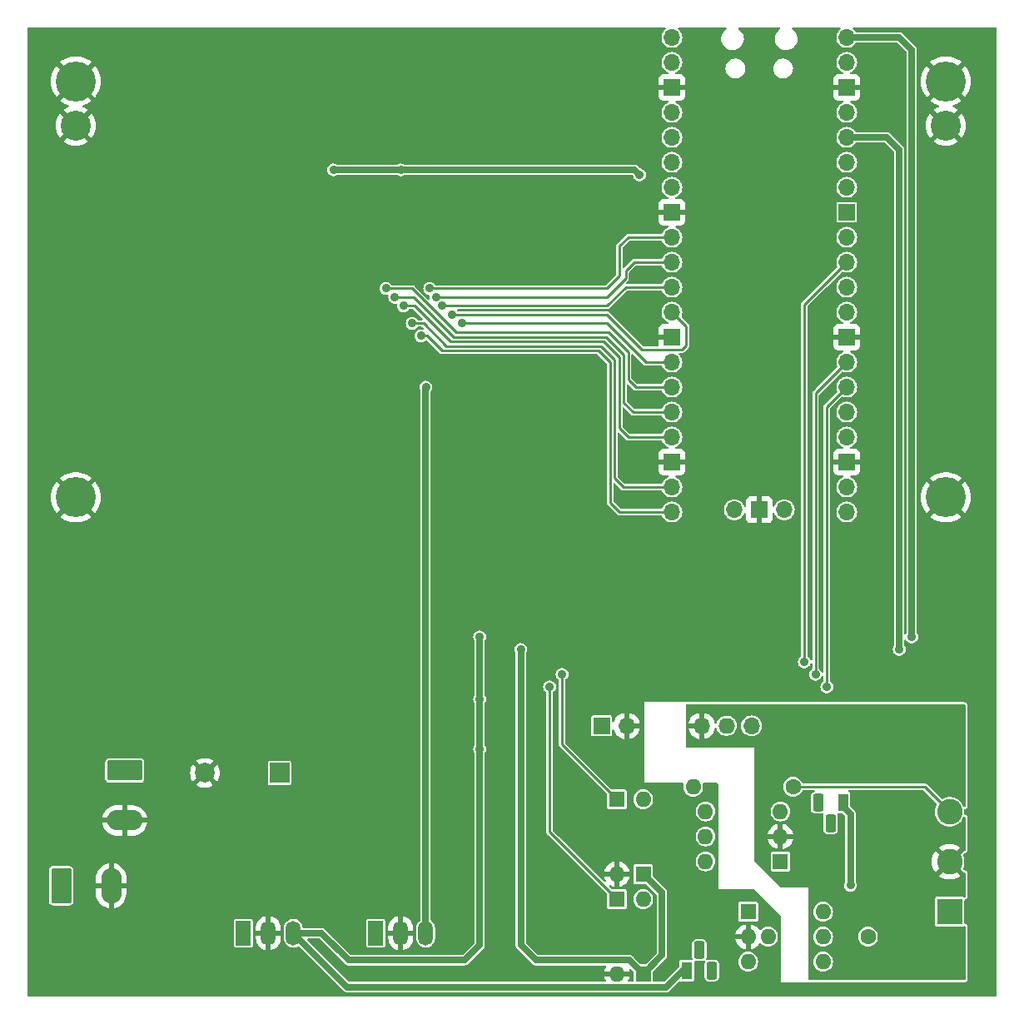
<source format=gbr>
%TF.GenerationSoftware,KiCad,Pcbnew,7.0.7*%
%TF.CreationDate,2024-10-03T14:14:53+02:00*%
%TF.ProjectId,rp2040Term_pcb Version,72703230-3430-4546-9572-6d5f70636220,rev?*%
%TF.SameCoordinates,Original*%
%TF.FileFunction,Copper,L2,Bot*%
%TF.FilePolarity,Positive*%
%FSLAX46Y46*%
G04 Gerber Fmt 4.6, Leading zero omitted, Abs format (unit mm)*
G04 Created by KiCad (PCBNEW 7.0.7) date 2024-10-03 14:14:53*
%MOMM*%
%LPD*%
G01*
G04 APERTURE LIST*
G04 Aperture macros list*
%AMRoundRect*
0 Rectangle with rounded corners*
0 $1 Rounding radius*
0 $2 $3 $4 $5 $6 $7 $8 $9 X,Y pos of 4 corners*
0 Add a 4 corners polygon primitive as box body*
4,1,4,$2,$3,$4,$5,$6,$7,$8,$9,$2,$3,0*
0 Add four circle primitives for the rounded corners*
1,1,$1+$1,$2,$3*
1,1,$1+$1,$4,$5*
1,1,$1+$1,$6,$7*
1,1,$1+$1,$8,$9*
0 Add four rect primitives between the rounded corners*
20,1,$1+$1,$2,$3,$4,$5,0*
20,1,$1+$1,$4,$5,$6,$7,0*
20,1,$1+$1,$6,$7,$8,$9,0*
20,1,$1+$1,$8,$9,$2,$3,0*%
G04 Aperture macros list end*
%TA.AperFunction,ComponentPad*%
%ADD10O,1.700000X1.700000*%
%TD*%
%TA.AperFunction,ComponentPad*%
%ADD11O,1.700000X1.600000*%
%TD*%
%TA.AperFunction,ComponentPad*%
%ADD12R,1.700000X1.700000*%
%TD*%
%TA.AperFunction,ComponentPad*%
%ADD13R,1.600000X1.600000*%
%TD*%
%TA.AperFunction,ComponentPad*%
%ADD14O,1.600000X1.600000*%
%TD*%
%TA.AperFunction,ComponentPad*%
%ADD15R,2.000000X2.000000*%
%TD*%
%TA.AperFunction,ComponentPad*%
%ADD16C,2.000000*%
%TD*%
%TA.AperFunction,ComponentPad*%
%ADD17RoundRect,0.249999X-1.550001X0.790001X-1.550001X-0.790001X1.550001X-0.790001X1.550001X0.790001X0*%
%TD*%
%TA.AperFunction,ComponentPad*%
%ADD18O,3.600000X2.080000*%
%TD*%
%TA.AperFunction,ComponentPad*%
%ADD19C,1.600000*%
%TD*%
%TA.AperFunction,ComponentPad*%
%ADD20RoundRect,0.249999X-0.790001X-1.550001X0.790001X-1.550001X0.790001X1.550001X-0.790001X1.550001X0*%
%TD*%
%TA.AperFunction,ComponentPad*%
%ADD21O,2.080000X3.600000*%
%TD*%
%TA.AperFunction,ComponentPad*%
%ADD22R,1.500000X2.500000*%
%TD*%
%TA.AperFunction,ComponentPad*%
%ADD23O,1.500000X2.500000*%
%TD*%
%TA.AperFunction,ComponentPad*%
%ADD24R,1.100000X1.800000*%
%TD*%
%TA.AperFunction,ComponentPad*%
%ADD25RoundRect,0.275000X-0.275000X-0.625000X0.275000X-0.625000X0.275000X0.625000X-0.275000X0.625000X0*%
%TD*%
%TA.AperFunction,ComponentPad*%
%ADD26C,4.064000*%
%TD*%
%TA.AperFunction,ComponentPad*%
%ADD27C,3.048000*%
%TD*%
%TA.AperFunction,ComponentPad*%
%ADD28RoundRect,0.275000X0.275000X0.625000X-0.275000X0.625000X-0.275000X-0.625000X0.275000X-0.625000X0*%
%TD*%
%TA.AperFunction,ComponentPad*%
%ADD29C,2.600000*%
%TD*%
%TA.AperFunction,ComponentPad*%
%ADD30R,2.600000X2.600000*%
%TD*%
%TA.AperFunction,ViaPad*%
%ADD31C,0.889000*%
%TD*%
%TA.AperFunction,Conductor*%
%ADD32C,0.635000*%
%TD*%
%TA.AperFunction,Conductor*%
%ADD33C,0.254000*%
%TD*%
G04 APERTURE END LIST*
D10*
%TO.P,PS1,7,+VOUT*%
%TO.N,Net-(PS1-+VOUT)*%
X101824500Y-96673500D03*
D11*
%TO.P,PS1,6,0V*%
%TO.N,unconnected-(PS1-0V-Pad6)*%
X99284500Y-96673500D03*
D10*
%TO.P,PS1,5,-VOUT*%
%TO.N,GNDREF*%
X96744500Y-96673500D03*
%TO.P,PS1,2,-VIN*%
%TO.N,GND*%
X89124500Y-96673500D03*
D12*
%TO.P,PS1,1,+VIN*%
%TO.N,Net-(PS1-+VIN)*%
X86584500Y-96673500D03*
%TD*%
D10*
%TO.P,U1,43,SWDIO*%
%TO.N,unconnected-(U1-SWDIO-Pad43)*%
X105156000Y-74700000D03*
D12*
%TO.P,U1,42,GND*%
%TO.N,GND*%
X102616000Y-74700000D03*
D10*
%TO.P,U1,41,SWCLK*%
%TO.N,unconnected-(U1-SWCLK-Pad41)*%
X100076000Y-74700000D03*
%TO.P,U1,40,VBUS*%
%TO.N,+5V*%
X111506000Y-26670000D03*
%TO.P,U1,39,VSYS*%
%TO.N,unconnected-(U1-VSYS-Pad39)*%
X111506000Y-29210000D03*
D12*
%TO.P,U1,38,GND*%
%TO.N,GND*%
X111506000Y-31750000D03*
D10*
%TO.P,U1,37,3V3_EN*%
%TO.N,unconnected-(U1-3V3_EN-Pad37)*%
X111506000Y-34290000D03*
%TO.P,U1,36,3V3*%
%TO.N,+3V3*%
X111506000Y-36830000D03*
%TO.P,U1,35,ADC_VREF*%
%TO.N,unconnected-(U1-ADC_VREF-Pad35)*%
X111506000Y-39370000D03*
%TO.P,U1,34,GPIO28_ADC2*%
%TO.N,/BLPWM*%
X111506000Y-41910000D03*
D12*
%TO.P,U1,33,AGND*%
%TO.N,unconnected-(U1-AGND-Pad33)*%
X111506000Y-44450000D03*
D10*
%TO.P,U1,32,GPIO27_ADC1*%
%TO.N,unconnected-(U1-GPIO27_ADC1-Pad32)*%
X111506000Y-46990000D03*
%TO.P,U1,31,GPIO26_ADC0*%
%TO.N,/BEEPER*%
X111506000Y-49530000D03*
%TO.P,U1,30,RUN*%
%TO.N,unconnected-(U1-RUN-Pad30)*%
X111506000Y-52070000D03*
%TO.P,U1,29,GPIO22*%
%TO.N,/PON*%
X111506000Y-54610000D03*
D12*
%TO.P,U1,28,GND*%
%TO.N,GND*%
X111506000Y-57150000D03*
D10*
%TO.P,U1,27,GPIO21*%
%TO.N,/CON_RX*%
X111506000Y-59690000D03*
%TO.P,U1,26,GPIO20*%
%TO.N,/CON_TX*%
X111506000Y-62230000D03*
%TO.P,U1,25,GPIO19*%
%TO.N,/PCLK*%
X111506000Y-64770000D03*
%TO.P,U1,24,GPIO18*%
%TO.N,/DEN*%
X111506000Y-67310000D03*
D12*
%TO.P,U1,23,GND*%
%TO.N,GND*%
X111506000Y-69850000D03*
D10*
%TO.P,U1,22,GPIO17*%
%TO.N,/VSYNC*%
X111506000Y-72390000D03*
%TO.P,U1,21,GPIO16*%
%TO.N,/HSYNC*%
X111506000Y-74930000D03*
%TO.P,U1,20,GPIO15*%
%TO.N,/BLUE4*%
X93726000Y-74930000D03*
%TO.P,U1,19,GPIO14*%
%TO.N,/BLUE3*%
X93726000Y-72390000D03*
D12*
%TO.P,U1,18,GND*%
%TO.N,GND*%
X93726000Y-69850000D03*
D10*
%TO.P,U1,17,GPIO13*%
%TO.N,/BLUE2*%
X93726000Y-67310000D03*
%TO.P,U1,16,GPIO12*%
%TO.N,/BLUE1*%
X93726000Y-64770000D03*
%TO.P,U1,15,GPIO11*%
%TO.N,/BLUE0*%
X93726000Y-62230000D03*
%TO.P,U1,14,GPIO10*%
%TO.N,/GREEN4*%
X93726000Y-59690000D03*
D12*
%TO.P,U1,13,GND*%
%TO.N,GND*%
X93726000Y-57150000D03*
D10*
%TO.P,U1,12,GPIO9*%
%TO.N,/GREEN3*%
X93726000Y-54610000D03*
%TO.P,U1,11,GPIO8*%
%TO.N,/GREEN2*%
X93726000Y-52070000D03*
%TO.P,U1,10,GPIO7*%
%TO.N,/GREEN1*%
X93726000Y-49530000D03*
%TO.P,U1,9,GPIO6*%
%TO.N,/GREEN0*%
X93726000Y-46990000D03*
D12*
%TO.P,U1,8,GND*%
%TO.N,GND*%
X93726000Y-44450000D03*
D10*
%TO.P,U1,7,GPIO5*%
%TO.N,/HRV_VRV*%
X93726000Y-41910000D03*
%TO.P,U1,6,GPIO4*%
%TO.N,/RED4*%
X93726000Y-39370000D03*
%TO.P,U1,5,GPIO3*%
%TO.N,/RED3*%
X93726000Y-36830000D03*
%TO.P,U1,4,GPIO2*%
%TO.N,/RED2*%
X93726000Y-34290000D03*
D12*
%TO.P,U1,3,GND*%
%TO.N,GND*%
X93726000Y-31750000D03*
D10*
%TO.P,U1,2,GPIO1*%
%TO.N,/RED1*%
X93726000Y-29210000D03*
%TO.P,U1,1,GPIO0*%
%TO.N,/RED0*%
X93726000Y-26670000D03*
%TD*%
D13*
%TO.P,D3,1,K*%
%TO.N,+3V3*%
X90805000Y-111760000D03*
D14*
%TO.P,D3,2,A*%
%TO.N,/CON_RX*%
X90805000Y-104140000D03*
%TD*%
D13*
%TO.P,D1,1,K*%
%TO.N,+3V3*%
X90805000Y-121920000D03*
D14*
%TO.P,D1,2,A*%
%TO.N,/CON_TX*%
X90805000Y-114300000D03*
%TD*%
D15*
%TO.P,LS1,1,1*%
%TO.N,/BEEPER*%
X53838000Y-101473000D03*
D16*
%TO.P,LS1,2,2*%
%TO.N,GND*%
X46238000Y-101473000D03*
%TD*%
D17*
%TO.P,J3,1,Pin_1*%
%TO.N,+BATT*%
X38067500Y-101219000D03*
D18*
%TO.P,J3,2,Pin_2*%
%TO.N,GND*%
X38067500Y-106299000D03*
%TD*%
D19*
%TO.P,JP2,1,A*%
%TO.N,/RX_ISO*%
X106045000Y-102870000D03*
D14*
%TO.P,JP2,2,B*%
%TO.N,/CON_RX*%
X95885000Y-102870000D03*
%TD*%
D20*
%TO.P,J2,1,Pin_1*%
%TO.N,+BATT*%
X31623000Y-112935500D03*
D21*
%TO.P,J2,2,Pin_2*%
%TO.N,GND*%
X36703000Y-112935500D03*
%TD*%
D22*
%TO.P,U5,1,Vin*%
%TO.N,+BATT*%
X50145500Y-117760500D03*
D23*
%TO.P,U5,2,GND*%
%TO.N,GND*%
X52685500Y-117760500D03*
%TO.P,U5,3,Vout*%
%TO.N,+5V*%
X55225500Y-117760500D03*
%TD*%
D19*
%TO.P,JP1,1,A*%
%TO.N,/TX_ISO*%
X113665000Y-118110000D03*
D14*
%TO.P,JP1,2,B*%
%TO.N,/CON_TX*%
X103505000Y-118110000D03*
%TD*%
D24*
%TO.P,Q2,1,C*%
%TO.N,+5V*%
X95238000Y-121570000D03*
D25*
%TO.P,Q2,2,B*%
%TO.N,Net-(Q2-B)*%
X96508000Y-119500000D03*
%TO.P,Q2,3,E*%
%TO.N,Net-(Q2-E)*%
X97778000Y-121570000D03*
%TD*%
D14*
%TO.P,D4,2,A*%
%TO.N,GND*%
X88138000Y-111760000D03*
D13*
%TO.P,D4,1,K*%
%TO.N,/CON_RX*%
X88138000Y-104140000D03*
%TD*%
D14*
%TO.P,D2,2,A*%
%TO.N,GND*%
X88138000Y-121920000D03*
D13*
%TO.P,D2,1,K*%
%TO.N,/CON_TX*%
X88138000Y-114300000D03*
%TD*%
D26*
%TO.P,U2,MD*%
%TO.N,GND*%
X121590200Y-73441000D03*
D27*
X121590200Y-35641000D03*
D26*
X121590200Y-31141000D03*
X33090200Y-73441000D03*
D27*
X33090200Y-35641000D03*
D26*
X33090200Y-31141000D03*
%TD*%
D24*
%TO.P,Q1,1,C*%
%TO.N,+12V*%
X111125000Y-104490000D03*
D28*
%TO.P,Q1,2,B*%
%TO.N,Net-(Q1-B)*%
X109855000Y-106560000D03*
%TO.P,Q1,3,E*%
%TO.N,Net-(Q1-E)*%
X108585000Y-104490000D03*
%TD*%
D22*
%TO.P,U6,1,Vin*%
%TO.N,+BATT*%
X63607500Y-117760500D03*
D23*
%TO.P,U6,2,GND*%
%TO.N,GND*%
X66147500Y-117760500D03*
%TO.P,U6,3,Vout*%
%TO.N,+12P*%
X68687500Y-117760500D03*
%TD*%
D29*
%TO.P,J1,3,Pin_3*%
%TO.N,/RX_ISO*%
X121971000Y-105415000D03*
%TO.P,J1,2,Pin_2*%
%TO.N,GNDREF*%
X121971000Y-110495000D03*
D30*
%TO.P,J1,1,Pin_1*%
%TO.N,/TX_ISO*%
X121971000Y-115575000D03*
%TD*%
D13*
%TO.P,U4,1*%
%TO.N,Net-(R8-Pad2)*%
X104765000Y-110475000D03*
D14*
%TO.P,U4,2*%
%TO.N,GNDREF*%
X104765000Y-107935000D03*
%TO.P,U4,3,NC*%
%TO.N,unconnected-(U4-NC-Pad3)*%
X104765000Y-105395000D03*
%TO.P,U4,4*%
%TO.N,/CON_RX*%
X97145000Y-105395000D03*
%TO.P,U4,5*%
%TO.N,Net-(R10-Pad2)*%
X97145000Y-107935000D03*
%TO.P,U4,6*%
%TO.N,unconnected-(U4-Pad6)*%
X97145000Y-110475000D03*
%TD*%
%TO.P,U3,6*%
%TO.N,unconnected-(U3-Pad6)*%
X109103000Y-115585000D03*
%TO.P,U3,5*%
%TO.N,Net-(R1-Pad2)*%
X109103000Y-118125000D03*
%TO.P,U3,4*%
%TO.N,/TX_ISO*%
X109103000Y-120665000D03*
%TO.P,U3,3,NC*%
%TO.N,unconnected-(U3-NC-Pad3)*%
X101483000Y-120665000D03*
%TO.P,U3,2*%
%TO.N,GND*%
X101483000Y-118125000D03*
D13*
%TO.P,U3,1*%
%TO.N,Net-(R4-Pad2)*%
X101483000Y-115585000D03*
%TD*%
D31*
%TO.N,GND*%
X97790000Y-119380000D03*
X76200000Y-91440000D03*
X85090000Y-106680000D03*
X82550000Y-111760000D03*
X82550000Y-115570000D03*
X76200000Y-111760000D03*
X76200000Y-115570000D03*
X76200000Y-120650000D03*
X60960000Y-101600000D03*
X63373000Y-101600000D03*
X64897000Y-67310000D03*
X64897000Y-69850000D03*
X64897000Y-72390000D03*
X83820000Y-72390000D03*
X83820000Y-69850000D03*
X83820000Y-67310000D03*
X76200000Y-72390000D03*
X76200000Y-69850000D03*
X76200000Y-67310000D03*
X57150000Y-62230000D03*
X86360000Y-62230000D03*
X83820000Y-62230000D03*
X81280000Y-62230000D03*
X76200000Y-62230000D03*
X78740000Y-62230000D03*
X73660000Y-62230000D03*
X71120000Y-62230000D03*
X66421000Y-62230000D03*
X64516000Y-62230000D03*
X71120000Y-48260000D03*
X73660000Y-48260000D03*
X76200000Y-48260000D03*
X78740000Y-48260000D03*
%TO.N,+3V3*%
X90424000Y-40640000D03*
%TO.N,GNDREF*%
X108458000Y-106680000D03*
X104140000Y-102870000D03*
X109855000Y-101600000D03*
X111887000Y-118110000D03*
X109728000Y-112903000D03*
X121920000Y-121920000D03*
X121920000Y-119380000D03*
X121920000Y-101600000D03*
X121920000Y-99060000D03*
X121920000Y-96520000D03*
%TO.N,+3V3*%
X78359000Y-88900000D03*
%TO.N,+5V*%
X74168000Y-93980000D03*
X118110000Y-87630000D03*
%TO.N,+3V3*%
X116840000Y-88900000D03*
%TO.N,+5V*%
X74168000Y-87630000D03*
X74168000Y-99060000D03*
%TO.N,GND*%
X69596000Y-41529000D03*
X62738000Y-41529000D03*
X78359000Y-41529000D03*
%TO.N,/CON_RX*%
X108331000Y-91440000D03*
X82550000Y-91440000D03*
%TO.N,/CON_TX*%
X81280000Y-92710000D03*
X109474000Y-92710000D03*
%TO.N,+12V*%
X111887000Y-112903000D03*
%TO.N,+3V3*%
X59309000Y-40132000D03*
X66167000Y-40132000D03*
%TO.N,/GREEN4*%
X72390000Y-55753000D03*
%TO.N,/GREEN3*%
X71374000Y-54864000D03*
%TO.N,/GREEN2*%
X70358000Y-53975000D03*
%TO.N,/GREEN1*%
X69723000Y-53086000D03*
%TO.N,/GREEN0*%
X69088000Y-52197000D03*
%TO.N,/BLUE4*%
X68199000Y-57023000D03*
%TO.N,/BLUE3*%
X67310000Y-55753000D03*
%TO.N,/BLUE2*%
X66421000Y-53975000D03*
%TO.N,/BLUE1*%
X65532000Y-53086000D03*
%TO.N,/BLUE0*%
X64643000Y-52197000D03*
%TO.N,/BEEPER*%
X107188000Y-90170000D03*
%TO.N,+12P*%
X68707000Y-62230000D03*
%TD*%
D32*
%TO.N,+5V*%
X72644000Y-120523000D02*
X74168000Y-118999000D01*
X74168000Y-118999000D02*
X74168000Y-99060000D01*
X60833000Y-120523000D02*
X72644000Y-120523000D01*
X58070500Y-117760500D02*
X60833000Y-120523000D01*
%TO.N,+3V3*%
X89916000Y-40132000D02*
X90424000Y-40640000D01*
X66167000Y-40132000D02*
X89916000Y-40132000D01*
D33*
%TO.N,/RX_ISO*%
X119426000Y-102870000D02*
X121971000Y-105415000D01*
X106045000Y-102870000D02*
X119426000Y-102870000D01*
D32*
%TO.N,+3V3*%
X79883000Y-120523000D02*
X89408000Y-120523000D01*
X78359000Y-118999000D02*
X79883000Y-120523000D01*
X78359000Y-88900000D02*
X78359000Y-118999000D01*
X89408000Y-120523000D02*
X90805000Y-121920000D01*
%TO.N,+5V*%
X74168000Y-99060000D02*
X74168000Y-87630000D01*
X118110000Y-27940000D02*
X116840000Y-26670000D01*
X118110000Y-87630000D02*
X118110000Y-27940000D01*
X116840000Y-26670000D02*
X111506000Y-26670000D01*
%TO.N,+3V3*%
X116840000Y-38100000D02*
X116840000Y-88900000D01*
X115570000Y-36830000D02*
X116840000Y-38100000D01*
X111506000Y-36830000D02*
X115570000Y-36830000D01*
%TO.N,+5V*%
X55225500Y-117760500D02*
X58070500Y-117760500D01*
D33*
%TO.N,/CON_RX*%
X82550000Y-98552000D02*
X88138000Y-104140000D01*
X82550000Y-91440000D02*
X82550000Y-98552000D01*
X108585000Y-62611000D02*
X108331000Y-62865000D01*
X108331000Y-62865000D02*
X108331000Y-91440000D01*
X111506000Y-59690000D02*
X108585000Y-62611000D01*
%TO.N,/CON_TX*%
X81280000Y-107442000D02*
X88138000Y-114300000D01*
X109474000Y-64262000D02*
X109474000Y-92710000D01*
X111506000Y-62230000D02*
X109474000Y-64262000D01*
X81280000Y-92710000D02*
X81280000Y-107442000D01*
D32*
%TO.N,+12V*%
X111887000Y-105652000D02*
X111887000Y-112903000D01*
X111125000Y-104890000D02*
X111887000Y-105652000D01*
%TO.N,+3V3*%
X92710000Y-113665000D02*
X90805000Y-111760000D01*
X92710000Y-120015000D02*
X92710000Y-113665000D01*
X59309000Y-40132000D02*
X66167000Y-40132000D01*
X90805000Y-121920000D02*
X92710000Y-120015000D01*
D33*
%TO.N,/GREEN4*%
X72390000Y-55753000D02*
X87122000Y-55753000D01*
X91059000Y-59690000D02*
X93726000Y-59690000D01*
X87122000Y-55753000D02*
X91059000Y-59690000D01*
%TO.N,/GREEN3*%
X95186500Y-56070500D02*
X95186500Y-57975500D01*
X94742000Y-58420000D02*
X95186500Y-57975500D01*
X71374000Y-54864000D02*
X87122000Y-54864000D01*
X90678000Y-58420000D02*
X94742000Y-58420000D01*
X87122000Y-54864000D02*
X90678000Y-58420000D01*
X93726000Y-54610000D02*
X95186500Y-56070500D01*
%TO.N,/GREEN2*%
X89027000Y-52070000D02*
X93726000Y-52070000D01*
X87122000Y-53975000D02*
X89027000Y-52070000D01*
X70358000Y-53975000D02*
X87122000Y-53975000D01*
%TO.N,/GREEN1*%
X89916000Y-49530000D02*
X93726000Y-49530000D01*
X89027000Y-50419000D02*
X89916000Y-49530000D01*
X89027000Y-51181000D02*
X87122000Y-53086000D01*
X89027000Y-50419000D02*
X89027000Y-51181000D01*
X69723000Y-53086000D02*
X87122000Y-53086000D01*
%TO.N,/GREEN0*%
X88392000Y-50927000D02*
X88392000Y-47879000D01*
X89281000Y-46990000D02*
X93726000Y-46990000D01*
X69088000Y-52197000D02*
X87122000Y-52197000D01*
X87122000Y-52197000D02*
X88392000Y-50927000D01*
X88392000Y-47879000D02*
X89281000Y-46990000D01*
%TO.N,/BLUE4*%
X87426800Y-59690000D02*
X87426800Y-73964800D01*
X68199000Y-57023000D02*
X68834000Y-57023000D01*
X87426800Y-73964800D02*
X88392000Y-74930000D01*
X86283800Y-58547000D02*
X87426800Y-59690000D01*
X68834000Y-57023000D02*
X70358000Y-58547000D01*
X88392000Y-74930000D02*
X93726000Y-74930000D01*
X70358000Y-58547000D02*
X86283800Y-58547000D01*
%TO.N,/BLUE3*%
X68453000Y-55753000D02*
X70764400Y-58064400D01*
X87884000Y-59436000D02*
X87884000Y-71501000D01*
X67310000Y-55753000D02*
X68453000Y-55753000D01*
X88773000Y-72390000D02*
X93726000Y-72390000D01*
X86512400Y-58064400D02*
X87884000Y-59436000D01*
X70764400Y-58064400D02*
X86512400Y-58064400D01*
X87884000Y-71501000D02*
X88773000Y-72390000D01*
%TO.N,/BLUE2*%
X71196200Y-57607200D02*
X86791800Y-57607200D01*
X86791800Y-57607200D02*
X88366600Y-59182000D01*
X88366600Y-66395600D02*
X89281000Y-67310000D01*
X89281000Y-67310000D02*
X93726000Y-67310000D01*
X67564000Y-53975000D02*
X71196200Y-57607200D01*
X88366600Y-59182000D02*
X88366600Y-66395600D01*
X66421000Y-53975000D02*
X67564000Y-53975000D01*
%TO.N,/BLUE1*%
X93726000Y-64770000D02*
X93726000Y-64262000D01*
X88823800Y-58928000D02*
X88823800Y-63804800D01*
X87045800Y-57150000D02*
X88823800Y-58928000D01*
X65532000Y-53086000D02*
X67437000Y-53086000D01*
X88823800Y-63804800D02*
X89789000Y-64770000D01*
X67437000Y-53086000D02*
X71501000Y-57150000D01*
X71501000Y-57150000D02*
X87045800Y-57150000D01*
X89789000Y-64770000D02*
X93726000Y-64770000D01*
%TO.N,/BLUE0*%
X71755000Y-56642000D02*
X87249000Y-56642000D01*
X89281000Y-61468000D02*
X90043000Y-62230000D01*
X87249000Y-56642000D02*
X89281000Y-58674000D01*
X67310000Y-52197000D02*
X64643000Y-52197000D01*
X71755000Y-56642000D02*
X67310000Y-52197000D01*
X89281000Y-58674000D02*
X89281000Y-61468000D01*
X90043000Y-62230000D02*
X93726000Y-62230000D01*
D32*
%TO.N,+5V*%
X93167300Y-123240700D02*
X95238000Y-121170000D01*
X55225500Y-117760500D02*
X60705700Y-123240700D01*
X60705700Y-123240700D02*
X93167300Y-123240700D01*
D33*
%TO.N,/BEEPER*%
X107188000Y-53848000D02*
X107188000Y-90170000D01*
X107696000Y-53340000D02*
X107188000Y-53848000D01*
X111506000Y-49530000D02*
X107696000Y-53340000D01*
D32*
%TO.N,+12P*%
X68687500Y-62249500D02*
X68707000Y-62230000D01*
X68687500Y-117760500D02*
X68687500Y-62249500D01*
%TD*%
%TA.AperFunction,Conductor*%
%TO.N,GND*%
G36*
X89539048Y-121391915D02*
G01*
X89546873Y-121398961D01*
X89771835Y-121623923D01*
X89800061Y-121679321D01*
X89801300Y-121695058D01*
X89801300Y-122618900D01*
X89782087Y-122678031D01*
X89731787Y-122714576D01*
X89700700Y-122719500D01*
X89366315Y-122719500D01*
X89307184Y-122700287D01*
X89270639Y-122649987D01*
X89270639Y-122587813D01*
X89275141Y-122576384D01*
X89371811Y-122369074D01*
X89424082Y-122174000D01*
X88619763Y-122174000D01*
X88560632Y-122154787D01*
X88524087Y-122104487D01*
X88524084Y-122053309D01*
X88521926Y-122052968D01*
X88523165Y-122045148D01*
X88542986Y-121920000D01*
X88523165Y-121794852D01*
X88523164Y-121794850D01*
X88521926Y-121787032D01*
X88524085Y-121786690D01*
X88524090Y-121735504D01*
X88560640Y-121685207D01*
X88619763Y-121666000D01*
X89424082Y-121666000D01*
X89424081Y-121665999D01*
X89378566Y-121496133D01*
X89381820Y-121434044D01*
X89420947Y-121385726D01*
X89481003Y-121369634D01*
X89539048Y-121391915D01*
G37*
%TD.AperFunction*%
%TA.AperFunction,Conductor*%
G36*
X88386432Y-66883112D02*
G01*
X88813319Y-67309999D01*
X89035390Y-67532070D01*
X89038355Y-67535306D01*
X89052007Y-67551575D01*
X89065151Y-67567239D01*
X89101245Y-67588078D01*
X89104947Y-67590437D01*
X89139084Y-67614340D01*
X89140411Y-67614695D01*
X89140558Y-67614735D01*
X89164827Y-67624788D01*
X89166148Y-67625551D01*
X89175558Y-67627209D01*
X89207202Y-67632788D01*
X89211477Y-67633737D01*
X89219528Y-67635894D01*
X89251733Y-67644524D01*
X89293267Y-67640890D01*
X89297638Y-67640700D01*
X92650593Y-67640700D01*
X92709724Y-67659913D01*
X92746269Y-67710213D01*
X92746861Y-67712097D01*
X92747796Y-67715181D01*
X92747798Y-67715186D01*
X92845637Y-67898230D01*
X92845642Y-67898237D01*
X92977316Y-68058682D01*
X92977317Y-68058683D01*
X93137762Y-68190357D01*
X93137769Y-68190362D01*
X93320813Y-68288201D01*
X93320820Y-68288204D01*
X93343659Y-68295132D01*
X93394667Y-68330682D01*
X93415038Y-68389424D01*
X93396990Y-68448921D01*
X93347417Y-68486447D01*
X93314457Y-68492000D01*
X92827410Y-68492000D01*
X92766906Y-68498505D01*
X92766904Y-68498505D01*
X92630040Y-68549552D01*
X92513096Y-68637096D01*
X92425552Y-68754040D01*
X92374505Y-68890904D01*
X92374505Y-68890906D01*
X92368000Y-68951410D01*
X92368000Y-69596000D01*
X93134665Y-69596000D01*
X93193796Y-69615213D01*
X93230341Y-69665513D01*
X93231190Y-69724943D01*
X93216000Y-69776673D01*
X93216000Y-69923326D01*
X93231190Y-69975057D01*
X93229415Y-70037206D01*
X93191449Y-70086442D01*
X93134665Y-70104000D01*
X92368000Y-70104000D01*
X92368000Y-70748589D01*
X92374505Y-70809093D01*
X92374505Y-70809095D01*
X92425552Y-70945959D01*
X92513096Y-71062903D01*
X92630041Y-71150447D01*
X92630040Y-71150447D01*
X92766905Y-71201494D01*
X92827410Y-71208000D01*
X93314457Y-71208000D01*
X93373588Y-71227213D01*
X93410133Y-71277513D01*
X93410133Y-71339687D01*
X93373588Y-71389987D01*
X93343659Y-71404868D01*
X93320820Y-71411795D01*
X93320813Y-71411798D01*
X93137769Y-71509637D01*
X93137762Y-71509642D01*
X92977317Y-71641316D01*
X92977316Y-71641317D01*
X92845642Y-71801762D01*
X92845637Y-71801769D01*
X92747798Y-71984813D01*
X92747796Y-71984818D01*
X92746861Y-71987903D01*
X92746017Y-71989112D01*
X92745905Y-71989385D01*
X92745845Y-71989360D01*
X92711310Y-72038911D01*
X92652568Y-72059281D01*
X92650593Y-72059300D01*
X88951650Y-72059300D01*
X88892519Y-72040087D01*
X88880515Y-72029835D01*
X88244165Y-71393485D01*
X88215939Y-71338087D01*
X88214700Y-71322350D01*
X88214700Y-66954249D01*
X88233913Y-66895118D01*
X88284213Y-66858573D01*
X88346387Y-66858573D01*
X88386432Y-66883112D01*
G37*
%TD.AperFunction*%
%TA.AperFunction,Conductor*%
G36*
X93081016Y-25673213D02*
G01*
X93117561Y-25723513D01*
X93117561Y-25785687D01*
X93085705Y-25832365D01*
X92977317Y-25921316D01*
X92977316Y-25921317D01*
X92845642Y-26081762D01*
X92845637Y-26081769D01*
X92747798Y-26264813D01*
X92747795Y-26264820D01*
X92687548Y-26463433D01*
X92687547Y-26463437D01*
X92687547Y-26463439D01*
X92667202Y-26670000D01*
X92687547Y-26876561D01*
X92687547Y-26876563D01*
X92687548Y-26876566D01*
X92747795Y-27075179D01*
X92747798Y-27075186D01*
X92845637Y-27258230D01*
X92845642Y-27258237D01*
X92977317Y-27418683D01*
X93127643Y-27542053D01*
X93137762Y-27550357D01*
X93137769Y-27550362D01*
X93320813Y-27648201D01*
X93320820Y-27648204D01*
X93482458Y-27697235D01*
X93519439Y-27708453D01*
X93726000Y-27728798D01*
X93932561Y-27708453D01*
X94051047Y-27672511D01*
X94131179Y-27648204D01*
X94131186Y-27648201D01*
X94314230Y-27550362D01*
X94314231Y-27550360D01*
X94314237Y-27550358D01*
X94474683Y-27418683D01*
X94606358Y-27258237D01*
X94631921Y-27210413D01*
X94704201Y-27075186D01*
X94704204Y-27075179D01*
X94734327Y-26975872D01*
X94764453Y-26876561D01*
X94784798Y-26670000D01*
X94764453Y-26463439D01*
X94751483Y-26420683D01*
X94704204Y-26264820D01*
X94704201Y-26264813D01*
X94606362Y-26081769D01*
X94606357Y-26081762D01*
X94474683Y-25921317D01*
X94474682Y-25921316D01*
X94366295Y-25832365D01*
X94332774Y-25780001D01*
X94336435Y-25717934D01*
X94375878Y-25669873D01*
X94430115Y-25654000D01*
X99189951Y-25654000D01*
X99249082Y-25673213D01*
X99285627Y-25723513D01*
X99285627Y-25785687D01*
X99252139Y-25833675D01*
X99120295Y-25937358D01*
X99090676Y-25960652D01*
X98946295Y-26127276D01*
X98836052Y-26318222D01*
X98763943Y-26526570D01*
X98763940Y-26526580D01*
X98732563Y-26744817D01*
X98743053Y-26965049D01*
X98743054Y-26965053D01*
X98795032Y-27179314D01*
X98795032Y-27179315D01*
X98886626Y-27379876D01*
X99014516Y-27559471D01*
X99014519Y-27559475D01*
X99174085Y-27711623D01*
X99174086Y-27711623D01*
X99174089Y-27711626D01*
X99359571Y-27830828D01*
X99564260Y-27912773D01*
X99780759Y-27954500D01*
X99780764Y-27954500D01*
X99945989Y-27954500D01*
X99945991Y-27954500D01*
X99945999Y-27954499D01*
X99946002Y-27954499D01*
X100110475Y-27938794D01*
X100110476Y-27938793D01*
X100110484Y-27938793D01*
X100322036Y-27876676D01*
X100518009Y-27775645D01*
X100691320Y-27639351D01*
X100835705Y-27472722D01*
X100945947Y-27281778D01*
X101018059Y-27073422D01*
X101049437Y-26855183D01*
X101038946Y-26634950D01*
X101012654Y-26526570D01*
X100986967Y-26420685D01*
X100986967Y-26420684D01*
X100898527Y-26227030D01*
X100895374Y-26220125D01*
X100894700Y-26219179D01*
X100767483Y-26040528D01*
X100767480Y-26040524D01*
X100607914Y-25888376D01*
X100607912Y-25888375D01*
X100607911Y-25888374D01*
X100531440Y-25839229D01*
X100492084Y-25791098D01*
X100488535Y-25729026D01*
X100522149Y-25676721D01*
X100580087Y-25654164D01*
X100585830Y-25654000D01*
X104639951Y-25654000D01*
X104699082Y-25673213D01*
X104735627Y-25723513D01*
X104735627Y-25785687D01*
X104702139Y-25833675D01*
X104570295Y-25937358D01*
X104540676Y-25960652D01*
X104396295Y-26127276D01*
X104286052Y-26318222D01*
X104213943Y-26526570D01*
X104213940Y-26526580D01*
X104182563Y-26744817D01*
X104193053Y-26965049D01*
X104193054Y-26965053D01*
X104245032Y-27179314D01*
X104245032Y-27179315D01*
X104336626Y-27379876D01*
X104464516Y-27559471D01*
X104464519Y-27559475D01*
X104624085Y-27711623D01*
X104624086Y-27711623D01*
X104624089Y-27711626D01*
X104809571Y-27830828D01*
X105014260Y-27912773D01*
X105230759Y-27954500D01*
X105230764Y-27954500D01*
X105395989Y-27954500D01*
X105395991Y-27954500D01*
X105395999Y-27954499D01*
X105396002Y-27954499D01*
X105560475Y-27938794D01*
X105560476Y-27938793D01*
X105560484Y-27938793D01*
X105772036Y-27876676D01*
X105968009Y-27775645D01*
X106141320Y-27639351D01*
X106285705Y-27472722D01*
X106395947Y-27281778D01*
X106468059Y-27073422D01*
X106499437Y-26855183D01*
X106488946Y-26634950D01*
X106462654Y-26526570D01*
X106436967Y-26420685D01*
X106436967Y-26420684D01*
X106348527Y-26227030D01*
X106345374Y-26220125D01*
X106344700Y-26219179D01*
X106217483Y-26040528D01*
X106217480Y-26040524D01*
X106057914Y-25888376D01*
X106057912Y-25888375D01*
X106057911Y-25888374D01*
X105981440Y-25839229D01*
X105942084Y-25791098D01*
X105938535Y-25729026D01*
X105972149Y-25676721D01*
X106030087Y-25654164D01*
X106035830Y-25654000D01*
X110801885Y-25654000D01*
X110861016Y-25673213D01*
X110897561Y-25723513D01*
X110897561Y-25785687D01*
X110865705Y-25832365D01*
X110757317Y-25921316D01*
X110757316Y-25921317D01*
X110625642Y-26081762D01*
X110625637Y-26081769D01*
X110527798Y-26264813D01*
X110527795Y-26264820D01*
X110467548Y-26463433D01*
X110467547Y-26463437D01*
X110467547Y-26463439D01*
X110447202Y-26670000D01*
X110467547Y-26876561D01*
X110467547Y-26876563D01*
X110467548Y-26876566D01*
X110527795Y-27075179D01*
X110527798Y-27075186D01*
X110625637Y-27258230D01*
X110625642Y-27258237D01*
X110757317Y-27418683D01*
X110907643Y-27542053D01*
X110917762Y-27550357D01*
X110917769Y-27550362D01*
X111100813Y-27648201D01*
X111100820Y-27648204D01*
X111262458Y-27697235D01*
X111299439Y-27708453D01*
X111506000Y-27728798D01*
X111712561Y-27708453D01*
X111831047Y-27672511D01*
X111911179Y-27648204D01*
X111911186Y-27648201D01*
X112094230Y-27550362D01*
X112094231Y-27550360D01*
X112094237Y-27550358D01*
X112254683Y-27418683D01*
X112386358Y-27258237D01*
X112393765Y-27244378D01*
X112438581Y-27201287D01*
X112482487Y-27191200D01*
X116582442Y-27191200D01*
X116641573Y-27210413D01*
X116653577Y-27220665D01*
X117559335Y-28126423D01*
X117587561Y-28181821D01*
X117588800Y-28197558D01*
X117588800Y-87212673D01*
X117570992Y-87269820D01*
X117544592Y-87308067D01*
X117495190Y-87345817D01*
X117433034Y-87347320D01*
X117381865Y-87312001D01*
X117361229Y-87253351D01*
X117361200Y-87250920D01*
X117361200Y-38166849D01*
X117363499Y-38145467D01*
X117365218Y-38137563D01*
X117361327Y-38083173D01*
X117361199Y-38079580D01*
X117361200Y-38062720D01*
X117358799Y-38046023D01*
X117358416Y-38042471D01*
X117354526Y-37988072D01*
X117351699Y-37980494D01*
X117346382Y-37959662D01*
X117345231Y-37951651D01*
X117322577Y-37902049D01*
X117321206Y-37898739D01*
X117302151Y-37847646D01*
X117297305Y-37841173D01*
X117286324Y-37822665D01*
X117282969Y-37815318D01*
X117247267Y-37774116D01*
X117245013Y-37771319D01*
X117234906Y-37757818D01*
X117222972Y-37745884D01*
X117220525Y-37743255D01*
X117184824Y-37702054D01*
X117184822Y-37702052D01*
X117178016Y-37697678D01*
X117161274Y-37684186D01*
X115985813Y-36508725D01*
X115972319Y-36491980D01*
X115967947Y-36485177D01*
X115926731Y-36449463D01*
X115924115Y-36447027D01*
X115912183Y-36435095D01*
X115898674Y-36424982D01*
X115895877Y-36422728D01*
X115854678Y-36387028D01*
X115847324Y-36383670D01*
X115828827Y-36372695D01*
X115822355Y-36367850D01*
X115822356Y-36367850D01*
X115822354Y-36367849D01*
X115822351Y-36367848D01*
X115822346Y-36367845D01*
X115771265Y-36348794D01*
X115767947Y-36347419D01*
X115718348Y-36324768D01*
X115710338Y-36323617D01*
X115689501Y-36318298D01*
X115681928Y-36315474D01*
X115681924Y-36315473D01*
X115627538Y-36311582D01*
X115623970Y-36311199D01*
X115607285Y-36308800D01*
X115607280Y-36308800D01*
X115590415Y-36308800D01*
X115586826Y-36308672D01*
X115553017Y-36306254D01*
X115532436Y-36304782D01*
X115532435Y-36304782D01*
X115524533Y-36306501D01*
X115503151Y-36308800D01*
X112482487Y-36308800D01*
X112423356Y-36289587D01*
X112393765Y-36255622D01*
X112386358Y-36241763D01*
X112254683Y-36081317D01*
X112094237Y-35949642D01*
X112094230Y-35949637D01*
X111911186Y-35851798D01*
X111911179Y-35851795D01*
X111712566Y-35791548D01*
X111712563Y-35791547D01*
X111712561Y-35791547D01*
X111506000Y-35771202D01*
X111299439Y-35791547D01*
X111299437Y-35791547D01*
X111299433Y-35791548D01*
X111100820Y-35851795D01*
X111100813Y-35851798D01*
X110917769Y-35949637D01*
X110917762Y-35949642D01*
X110757317Y-36081316D01*
X110757316Y-36081317D01*
X110625642Y-36241762D01*
X110625637Y-36241769D01*
X110527798Y-36424813D01*
X110527795Y-36424820D01*
X110467548Y-36623433D01*
X110467547Y-36623437D01*
X110467547Y-36623439D01*
X110447202Y-36830000D01*
X110467547Y-37036561D01*
X110467547Y-37036563D01*
X110467548Y-37036566D01*
X110527795Y-37235179D01*
X110527798Y-37235186D01*
X110625637Y-37418230D01*
X110625642Y-37418237D01*
X110757317Y-37578683D01*
X110907643Y-37702053D01*
X110917762Y-37710357D01*
X110917769Y-37710362D01*
X111100813Y-37808201D01*
X111100820Y-37808204D01*
X111262458Y-37857235D01*
X111299439Y-37868453D01*
X111506000Y-37888798D01*
X111712561Y-37868453D01*
X111831047Y-37832511D01*
X111911179Y-37808204D01*
X111911186Y-37808201D01*
X112094230Y-37710362D01*
X112094231Y-37710360D01*
X112094237Y-37710358D01*
X112254683Y-37578683D01*
X112386358Y-37418237D01*
X112393765Y-37404378D01*
X112438581Y-37361287D01*
X112482487Y-37351200D01*
X115312442Y-37351200D01*
X115371573Y-37370413D01*
X115383577Y-37380665D01*
X116289335Y-38286423D01*
X116317561Y-38341821D01*
X116318800Y-38357558D01*
X116318800Y-88482673D01*
X116300992Y-88539820D01*
X116261833Y-88596552D01*
X116261832Y-88596553D01*
X116206012Y-88743736D01*
X116206013Y-88743736D01*
X116187039Y-88900000D01*
X116206013Y-89056264D01*
X116261832Y-89203446D01*
X116351252Y-89332993D01*
X116469076Y-89437376D01*
X116608457Y-89510529D01*
X116761294Y-89548200D01*
X116761298Y-89548200D01*
X116918702Y-89548200D01*
X116918706Y-89548200D01*
X117071543Y-89510529D01*
X117210924Y-89437376D01*
X117328748Y-89332993D01*
X117418168Y-89203446D01*
X117473987Y-89056264D01*
X117492961Y-88900000D01*
X117473987Y-88743736D01*
X117418168Y-88596554D01*
X117379008Y-88539820D01*
X117361200Y-88482673D01*
X117361200Y-88009079D01*
X117380413Y-87949948D01*
X117430713Y-87913403D01*
X117492887Y-87913403D01*
X117543187Y-87949948D01*
X117544591Y-87951931D01*
X117621252Y-88062993D01*
X117739076Y-88167376D01*
X117878457Y-88240529D01*
X118031294Y-88278200D01*
X118031298Y-88278200D01*
X118188702Y-88278200D01*
X118188706Y-88278200D01*
X118341543Y-88240529D01*
X118480924Y-88167376D01*
X118598748Y-88062993D01*
X118688168Y-87933446D01*
X118743987Y-87786264D01*
X118762961Y-87630000D01*
X118743987Y-87473736D01*
X118688168Y-87326554D01*
X118688164Y-87326547D01*
X118649007Y-87269818D01*
X118631199Y-87212671D01*
X118631199Y-73441007D01*
X119045178Y-73441007D01*
X119065244Y-73759959D01*
X119065246Y-73759977D01*
X119125133Y-74073915D01*
X119125135Y-74073921D01*
X119223899Y-74377888D01*
X119223900Y-74377890D01*
X119359977Y-74667068D01*
X119359985Y-74667083D01*
X119531231Y-74936922D01*
X119623513Y-75048473D01*
X120537130Y-74134858D01*
X120592528Y-74106632D01*
X120653936Y-74116358D01*
X120690211Y-74147639D01*
X120722449Y-74192911D01*
X120880422Y-74343538D01*
X120880425Y-74343540D01*
X120880430Y-74343545D01*
X120880434Y-74343548D01*
X120884192Y-74346503D01*
X120882681Y-74348424D01*
X120916108Y-74389354D01*
X120919621Y-74451429D01*
X120893476Y-74496932D01*
X119979813Y-75410596D01*
X119979813Y-75410597D01*
X120226502Y-75589828D01*
X120226511Y-75589834D01*
X120506584Y-75743806D01*
X120803744Y-75861459D01*
X120803757Y-75861463D01*
X121113298Y-75940940D01*
X121113314Y-75940943D01*
X121430392Y-75980999D01*
X121430404Y-75981000D01*
X121749996Y-75981000D01*
X121750007Y-75980999D01*
X122067085Y-75940943D01*
X122067101Y-75940940D01*
X122376642Y-75861463D01*
X122376655Y-75861459D01*
X122673815Y-75743806D01*
X122953888Y-75589834D01*
X122953889Y-75589833D01*
X123200585Y-75410596D01*
X122283246Y-74493257D01*
X122255020Y-74437859D01*
X122264746Y-74376451D01*
X122292192Y-74343046D01*
X122382548Y-74271991D01*
X122496488Y-74140495D01*
X122549730Y-74108390D01*
X122611676Y-74113710D01*
X122643651Y-74135240D01*
X123556884Y-75048473D01*
X123556885Y-75048473D01*
X123649165Y-74936928D01*
X123649165Y-74936927D01*
X123820414Y-74667083D01*
X123820422Y-74667068D01*
X123956499Y-74377890D01*
X123956500Y-74377888D01*
X124055264Y-74073921D01*
X124055266Y-74073915D01*
X124115153Y-73759977D01*
X124115155Y-73759959D01*
X124135222Y-73441007D01*
X124135222Y-73440992D01*
X124115155Y-73122040D01*
X124115153Y-73122022D01*
X124055266Y-72808084D01*
X124055264Y-72808078D01*
X123956500Y-72504111D01*
X123956499Y-72504109D01*
X123820422Y-72214931D01*
X123820414Y-72214916D01*
X123649168Y-71945077D01*
X123556884Y-71833526D01*
X122643268Y-72747140D01*
X122587870Y-72775366D01*
X122526461Y-72765640D01*
X122490186Y-72734358D01*
X122483183Y-72724524D01*
X122457951Y-72689090D01*
X122457949Y-72689087D01*
X122299977Y-72538461D01*
X122299972Y-72538457D01*
X122299970Y-72538455D01*
X122299966Y-72538452D01*
X122296208Y-72535497D01*
X122297716Y-72533578D01*
X122264283Y-72492630D01*
X122260780Y-72430554D01*
X122286921Y-72385066D01*
X123200585Y-71471402D01*
X123200585Y-71471401D01*
X122953897Y-71292171D01*
X122953888Y-71292165D01*
X122673815Y-71138193D01*
X122376655Y-71020540D01*
X122376642Y-71020536D01*
X122067101Y-70941059D01*
X122067085Y-70941056D01*
X121750007Y-70901000D01*
X121430392Y-70901000D01*
X121113314Y-70941056D01*
X121113298Y-70941059D01*
X120803757Y-71020536D01*
X120803744Y-71020540D01*
X120506584Y-71138193D01*
X120226511Y-71292165D01*
X120226502Y-71292171D01*
X119979813Y-71471402D01*
X120897153Y-72388743D01*
X120925379Y-72444141D01*
X120915653Y-72505549D01*
X120888204Y-72538955D01*
X120797858Y-72610003D01*
X120797849Y-72610010D01*
X120683911Y-72741503D01*
X120630668Y-72773610D01*
X120568722Y-72768289D01*
X120536748Y-72746759D01*
X119623513Y-71833524D01*
X119531234Y-71945074D01*
X119359985Y-72214916D01*
X119359977Y-72214931D01*
X119223900Y-72504109D01*
X119223899Y-72504111D01*
X119125135Y-72808078D01*
X119125133Y-72808084D01*
X119065246Y-73122022D01*
X119065244Y-73122040D01*
X119045178Y-73440992D01*
X119045178Y-73441007D01*
X118631199Y-73441007D01*
X118631199Y-57633527D01*
X118631199Y-31141007D01*
X119045178Y-31141007D01*
X119065244Y-31459959D01*
X119065246Y-31459977D01*
X119125133Y-31773915D01*
X119125135Y-31773921D01*
X119223899Y-32077888D01*
X119223900Y-32077890D01*
X119359977Y-32367068D01*
X119359985Y-32367083D01*
X119531231Y-32636922D01*
X119623513Y-32748473D01*
X120537130Y-31834858D01*
X120592528Y-31806632D01*
X120653936Y-31816358D01*
X120690211Y-31847639D01*
X120722449Y-31892911D01*
X120880422Y-32043538D01*
X120880425Y-32043540D01*
X120880430Y-32043545D01*
X120880434Y-32043548D01*
X120884192Y-32046503D01*
X120882681Y-32048424D01*
X120916108Y-32089354D01*
X120919621Y-32151429D01*
X120893476Y-32196932D01*
X119979813Y-33110596D01*
X119979813Y-33110597D01*
X120226502Y-33289828D01*
X120226511Y-33289834D01*
X120506584Y-33443806D01*
X120803742Y-33561458D01*
X120817484Y-33564986D01*
X120869981Y-33598299D01*
X120892871Y-33656106D01*
X120877412Y-33716327D01*
X120829507Y-33755961D01*
X120827627Y-33756684D01*
X120743926Y-33787903D01*
X120743922Y-33787905D01*
X120488811Y-33927205D01*
X120344011Y-34035601D01*
X120897153Y-34588743D01*
X120925379Y-34644141D01*
X120915653Y-34705549D01*
X120888204Y-34738955D01*
X120797858Y-34810003D01*
X120797849Y-34810011D01*
X120683911Y-34941502D01*
X120630668Y-34973609D01*
X120568722Y-34968288D01*
X120536748Y-34946758D01*
X119984801Y-34394811D01*
X119876405Y-34539611D01*
X119737105Y-34794722D01*
X119737101Y-34794730D01*
X119635531Y-35067052D01*
X119573746Y-35351070D01*
X119553009Y-35641000D01*
X119573746Y-35930929D01*
X119635531Y-36214947D01*
X119737101Y-36487269D01*
X119737105Y-36487277D01*
X119876407Y-36742392D01*
X119876408Y-36742393D01*
X119984800Y-36887187D01*
X119984801Y-36887187D01*
X120537130Y-36334858D01*
X120592528Y-36306632D01*
X120653936Y-36316358D01*
X120690211Y-36347639D01*
X120722449Y-36392911D01*
X120880422Y-36543538D01*
X120880425Y-36543540D01*
X120880430Y-36543545D01*
X120880434Y-36543548D01*
X120884192Y-36546503D01*
X120882681Y-36548424D01*
X120916108Y-36589354D01*
X120919621Y-36651429D01*
X120893476Y-36696932D01*
X120344011Y-37246397D01*
X120344011Y-37246398D01*
X120488810Y-37354793D01*
X120743922Y-37494094D01*
X120743930Y-37494098D01*
X121016252Y-37595668D01*
X121016251Y-37595668D01*
X121300270Y-37657453D01*
X121590200Y-37678190D01*
X121880129Y-37657453D01*
X122164147Y-37595668D01*
X122436469Y-37494098D01*
X122436477Y-37494094D01*
X122691582Y-37354797D01*
X122691593Y-37354790D01*
X122836387Y-37246398D01*
X122836387Y-37246397D01*
X122283246Y-36693256D01*
X122255020Y-36637858D01*
X122264746Y-36576450D01*
X122292193Y-36543046D01*
X122382548Y-36471991D01*
X122496488Y-36340495D01*
X122549730Y-36308390D01*
X122611676Y-36313711D01*
X122643651Y-36335241D01*
X123195597Y-36887187D01*
X123195598Y-36887187D01*
X123303990Y-36742393D01*
X123303997Y-36742382D01*
X123443294Y-36487277D01*
X123443298Y-36487269D01*
X123544868Y-36214947D01*
X123606653Y-35930929D01*
X123627390Y-35641000D01*
X123606653Y-35351070D01*
X123544868Y-35067052D01*
X123443298Y-34794730D01*
X123443294Y-34794722D01*
X123303993Y-34539610D01*
X123195597Y-34394811D01*
X122643268Y-34947140D01*
X122587870Y-34975366D01*
X122526461Y-34965640D01*
X122490186Y-34934358D01*
X122457949Y-34889087D01*
X122299977Y-34738461D01*
X122299972Y-34738457D01*
X122299970Y-34738455D01*
X122299966Y-34738452D01*
X122296208Y-34735497D01*
X122297697Y-34733602D01*
X122264235Y-34692502D01*
X122260816Y-34630421D01*
X122286922Y-34585066D01*
X122836387Y-34035601D01*
X122836387Y-34035600D01*
X122691593Y-33927208D01*
X122691592Y-33927207D01*
X122436477Y-33787905D01*
X122436473Y-33787903D01*
X122352772Y-33756684D01*
X122304084Y-33718018D01*
X122287421Y-33658118D01*
X122309149Y-33599864D01*
X122360968Y-33565507D01*
X122362916Y-33564986D01*
X122376655Y-33561459D01*
X122673815Y-33443806D01*
X122953888Y-33289834D01*
X122953889Y-33289833D01*
X123200585Y-33110596D01*
X122283246Y-32193257D01*
X122255020Y-32137859D01*
X122264746Y-32076451D01*
X122292192Y-32043046D01*
X122382548Y-31971991D01*
X122496488Y-31840495D01*
X122549730Y-31808390D01*
X122611676Y-31813710D01*
X122643651Y-31835240D01*
X123556884Y-32748473D01*
X123556885Y-32748473D01*
X123649165Y-32636928D01*
X123649165Y-32636927D01*
X123820414Y-32367083D01*
X123820422Y-32367068D01*
X123956499Y-32077890D01*
X123956500Y-32077888D01*
X124055264Y-31773921D01*
X124055266Y-31773915D01*
X124115153Y-31459977D01*
X124115155Y-31459959D01*
X124135222Y-31141007D01*
X124135222Y-31140992D01*
X124115155Y-30822040D01*
X124115153Y-30822022D01*
X124055266Y-30508084D01*
X124055264Y-30508078D01*
X123956500Y-30204111D01*
X123956499Y-30204109D01*
X123820422Y-29914931D01*
X123820414Y-29914916D01*
X123649168Y-29645077D01*
X123556884Y-29533526D01*
X122643268Y-30447140D01*
X122587870Y-30475366D01*
X122526461Y-30465640D01*
X122490186Y-30434358D01*
X122457949Y-30389087D01*
X122299977Y-30238461D01*
X122299972Y-30238457D01*
X122299970Y-30238455D01*
X122299966Y-30238452D01*
X122296208Y-30235497D01*
X122297716Y-30233578D01*
X122264283Y-30192630D01*
X122260780Y-30130554D01*
X122286921Y-30085066D01*
X123200585Y-29171402D01*
X123200585Y-29171401D01*
X122953897Y-28992171D01*
X122953888Y-28992165D01*
X122673815Y-28838193D01*
X122376655Y-28720540D01*
X122376642Y-28720536D01*
X122067101Y-28641059D01*
X122067085Y-28641056D01*
X121750007Y-28601000D01*
X121430392Y-28601000D01*
X121113314Y-28641056D01*
X121113298Y-28641059D01*
X120803757Y-28720536D01*
X120803744Y-28720540D01*
X120506584Y-28838193D01*
X120226511Y-28992165D01*
X120226502Y-28992171D01*
X119979813Y-29171402D01*
X120897153Y-30088743D01*
X120925379Y-30144141D01*
X120915653Y-30205549D01*
X120888204Y-30238955D01*
X120797858Y-30310003D01*
X120797849Y-30310010D01*
X120683911Y-30441503D01*
X120630668Y-30473610D01*
X120568722Y-30468289D01*
X120536748Y-30446759D01*
X119623513Y-29533524D01*
X119531234Y-29645074D01*
X119359985Y-29914916D01*
X119359977Y-29914931D01*
X119223900Y-30204109D01*
X119223899Y-30204111D01*
X119125135Y-30508078D01*
X119125133Y-30508084D01*
X119065246Y-30822022D01*
X119065244Y-30822040D01*
X119045178Y-31140992D01*
X119045178Y-31141007D01*
X118631199Y-31141007D01*
X118631199Y-28006839D01*
X118633497Y-27985472D01*
X118635218Y-27977564D01*
X118631328Y-27923172D01*
X118631200Y-27919583D01*
X118631200Y-27902723D01*
X118628799Y-27886023D01*
X118628416Y-27882471D01*
X118624526Y-27828072D01*
X118621699Y-27820494D01*
X118616382Y-27799662D01*
X118615231Y-27791651D01*
X118592577Y-27742049D01*
X118591206Y-27738739D01*
X118572151Y-27687646D01*
X118567305Y-27681173D01*
X118556324Y-27662665D01*
X118552969Y-27655318D01*
X118517267Y-27614116D01*
X118515013Y-27611319D01*
X118504906Y-27597818D01*
X118492972Y-27585884D01*
X118490525Y-27583255D01*
X118454824Y-27542054D01*
X118454822Y-27542052D01*
X118448016Y-27537678D01*
X118431274Y-27524186D01*
X117255813Y-26348725D01*
X117242319Y-26331980D01*
X117237946Y-26325176D01*
X117229921Y-26318222D01*
X117196731Y-26289463D01*
X117194115Y-26287027D01*
X117182183Y-26275095D01*
X117168674Y-26264982D01*
X117165877Y-26262728D01*
X117124678Y-26227028D01*
X117117324Y-26223670D01*
X117098827Y-26212695D01*
X117092355Y-26207850D01*
X117092356Y-26207850D01*
X117092354Y-26207849D01*
X117092351Y-26207848D01*
X117092346Y-26207845D01*
X117041265Y-26188794D01*
X117037947Y-26187419D01*
X116988348Y-26164768D01*
X116980338Y-26163617D01*
X116959501Y-26158298D01*
X116951928Y-26155474D01*
X116951924Y-26155473D01*
X116897538Y-26151582D01*
X116893970Y-26151199D01*
X116877285Y-26148800D01*
X116877280Y-26148800D01*
X116860415Y-26148800D01*
X116856826Y-26148672D01*
X116823017Y-26146254D01*
X116802436Y-26144782D01*
X116802435Y-26144782D01*
X116794533Y-26146501D01*
X116773151Y-26148800D01*
X112482487Y-26148800D01*
X112423356Y-26129587D01*
X112393765Y-26095622D01*
X112386358Y-26081763D01*
X112254683Y-25921317D01*
X112214544Y-25888376D01*
X112146295Y-25832365D01*
X112112774Y-25780001D01*
X112116435Y-25717934D01*
X112155878Y-25669873D01*
X112210115Y-25654000D01*
X126645400Y-25654000D01*
X126704531Y-25673213D01*
X126741076Y-25723513D01*
X126746000Y-25754600D01*
X126746000Y-124105400D01*
X126726787Y-124164531D01*
X126676487Y-124201076D01*
X126645400Y-124206000D01*
X28294600Y-124206000D01*
X28235469Y-124186787D01*
X28198924Y-124136487D01*
X28194000Y-124105400D01*
X28194000Y-119030563D01*
X49191800Y-119030563D01*
X49203618Y-119089979D01*
X49205995Y-119093536D01*
X49248640Y-119157360D01*
X49316020Y-119202381D01*
X49375436Y-119214200D01*
X49375437Y-119214200D01*
X50915563Y-119214200D01*
X50915564Y-119214200D01*
X50974980Y-119202381D01*
X51042360Y-119157360D01*
X51087381Y-119089980D01*
X51099200Y-119030564D01*
X51099200Y-118316996D01*
X51427500Y-118316996D01*
X51442712Y-118486032D01*
X51502956Y-118704318D01*
X51601204Y-118908332D01*
X51601210Y-118908341D01*
X51734306Y-119091533D01*
X51897981Y-119248021D01*
X51897981Y-119248022D01*
X52086963Y-119372766D01*
X52086965Y-119372767D01*
X52295183Y-119461763D01*
X52431500Y-119492877D01*
X52431500Y-118345220D01*
X52450713Y-118286089D01*
X52501013Y-118249544D01*
X52546413Y-118245644D01*
X52649737Y-118260500D01*
X52649739Y-118260500D01*
X52721261Y-118260500D01*
X52721263Y-118260500D01*
X52824585Y-118245644D01*
X52885846Y-118256246D01*
X52929178Y-118300833D01*
X52939500Y-118345220D01*
X52939500Y-119495582D01*
X52966560Y-119491917D01*
X52966566Y-119491916D01*
X53181924Y-119421941D01*
X53381328Y-119314638D01*
X53381332Y-119314635D01*
X53558369Y-119173452D01*
X53558369Y-119173451D01*
X53707359Y-119002920D01*
X53823501Y-118808529D01*
X53903067Y-118596527D01*
X53903067Y-118596525D01*
X53943499Y-118373725D01*
X53943500Y-118373720D01*
X53943500Y-118310479D01*
X54271800Y-118310479D01*
X54287501Y-118459876D01*
X54349450Y-118650534D01*
X54349453Y-118650541D01*
X54443004Y-118812577D01*
X54449691Y-118824158D01*
X54583835Y-118973141D01*
X54583836Y-118973142D01*
X54678315Y-119041785D01*
X54746023Y-119090978D01*
X54929167Y-119172518D01*
X55125262Y-119214200D01*
X55125264Y-119214200D01*
X55325736Y-119214200D01*
X55325738Y-119214200D01*
X55521833Y-119172518D01*
X55704976Y-119090978D01*
X55704984Y-119090971D01*
X55709545Y-119088340D01*
X55710797Y-119090508D01*
X55760559Y-119074332D01*
X55819693Y-119093536D01*
X55831709Y-119103797D01*
X60289886Y-123561974D01*
X60303378Y-123578716D01*
X60307752Y-123585522D01*
X60307754Y-123585524D01*
X60348955Y-123621225D01*
X60351584Y-123623672D01*
X60363518Y-123635606D01*
X60377019Y-123645713D01*
X60379816Y-123647967D01*
X60421018Y-123683669D01*
X60428365Y-123687024D01*
X60446873Y-123698005D01*
X60453346Y-123702851D01*
X60504449Y-123721910D01*
X60507749Y-123723277D01*
X60557351Y-123745931D01*
X60565362Y-123747082D01*
X60586194Y-123752399D01*
X60593772Y-123755226D01*
X60648171Y-123759116D01*
X60651723Y-123759499D01*
X60668420Y-123761900D01*
X60685285Y-123761900D01*
X60688874Y-123762028D01*
X60694592Y-123762436D01*
X60743264Y-123765918D01*
X60750190Y-123764411D01*
X60751167Y-123764199D01*
X60772549Y-123761900D01*
X93100451Y-123761900D01*
X93121833Y-123764199D01*
X93123039Y-123764461D01*
X93129736Y-123765918D01*
X93178751Y-123762412D01*
X93184126Y-123762028D01*
X93187715Y-123761900D01*
X93204576Y-123761900D01*
X93204580Y-123761900D01*
X93221275Y-123759499D01*
X93224830Y-123759116D01*
X93279228Y-123755226D01*
X93286802Y-123752400D01*
X93307647Y-123747081D01*
X93315649Y-123745931D01*
X93365266Y-123723270D01*
X93368542Y-123721912D01*
X93419654Y-123702851D01*
X93426127Y-123698003D01*
X93444634Y-123687023D01*
X93451980Y-123683670D01*
X93493187Y-123647962D01*
X93495975Y-123645716D01*
X93495979Y-123645713D01*
X93509483Y-123635605D01*
X93521424Y-123623662D01*
X93524015Y-123621249D01*
X93565247Y-123585523D01*
X93569620Y-123578717D01*
X93583109Y-123561977D01*
X94475022Y-122670064D01*
X94530418Y-122641840D01*
X94591826Y-122651566D01*
X94602042Y-122657552D01*
X94608520Y-122661881D01*
X94667936Y-122673700D01*
X94667937Y-122673700D01*
X95808063Y-122673700D01*
X95808064Y-122673700D01*
X95867480Y-122661881D01*
X95934860Y-122616860D01*
X95979881Y-122549480D01*
X95991700Y-122490064D01*
X95991700Y-120690804D01*
X96010913Y-120631673D01*
X96061213Y-120595128D01*
X96123387Y-120595128D01*
X96127426Y-120596537D01*
X96130199Y-120597571D01*
X96187208Y-120603700D01*
X96828792Y-120603700D01*
X96885801Y-120597571D01*
X96954416Y-120571978D01*
X97016530Y-120569316D01*
X97068350Y-120603673D01*
X97090078Y-120661927D01*
X97079825Y-120706027D01*
X97081048Y-120706483D01*
X97030429Y-120842197D01*
X97030429Y-120842199D01*
X97024300Y-120899208D01*
X97024300Y-122240791D01*
X97030429Y-122297800D01*
X97030429Y-122297802D01*
X97078532Y-122426773D01*
X97078534Y-122426777D01*
X97099213Y-122454400D01*
X97161027Y-122536973D01*
X97215899Y-122578050D01*
X97271222Y-122619465D01*
X97271226Y-122619467D01*
X97308413Y-122633336D01*
X97400199Y-122667571D01*
X97457208Y-122673700D01*
X98098792Y-122673700D01*
X98155801Y-122667571D01*
X98284776Y-122619466D01*
X98394973Y-122536973D01*
X98477466Y-122426776D01*
X98525571Y-122297801D01*
X98531700Y-122240792D01*
X98531700Y-120899208D01*
X98525571Y-120842199D01*
X98477466Y-120713224D01*
X98472078Y-120706027D01*
X98441365Y-120665000D01*
X100474444Y-120665000D01*
X100493823Y-120861763D01*
X100551214Y-121050955D01*
X100551216Y-121050961D01*
X100644411Y-121225317D01*
X100644416Y-121225324D01*
X100769843Y-121378157D01*
X100882881Y-121470925D01*
X100922675Y-121503583D01*
X100922682Y-121503588D01*
X101097038Y-121596783D01*
X101097044Y-121596785D01*
X101286236Y-121654176D01*
X101286237Y-121654176D01*
X101286240Y-121654177D01*
X101483000Y-121673556D01*
X101679760Y-121654177D01*
X101868958Y-121596784D01*
X101868961Y-121596783D01*
X102043317Y-121503588D01*
X102043318Y-121503586D01*
X102043324Y-121503584D01*
X102196157Y-121378157D01*
X102321584Y-121225324D01*
X102342276Y-121186612D01*
X102414783Y-121050961D01*
X102414785Y-121050955D01*
X102461461Y-120897087D01*
X102472177Y-120861760D01*
X102491556Y-120665000D01*
X102472177Y-120468240D01*
X102471561Y-120466208D01*
X102414785Y-120279044D01*
X102414783Y-120279038D01*
X102321588Y-120104682D01*
X102321583Y-120104675D01*
X102196157Y-119951843D01*
X102043324Y-119826416D01*
X102043317Y-119826411D01*
X101868961Y-119733216D01*
X101868955Y-119733214D01*
X101679763Y-119675823D01*
X101483000Y-119656444D01*
X101286236Y-119675823D01*
X101097044Y-119733214D01*
X101097038Y-119733216D01*
X100922682Y-119826411D01*
X100922675Y-119826416D01*
X100769843Y-119951843D01*
X100644416Y-120104675D01*
X100644411Y-120104682D01*
X100551216Y-120279038D01*
X100551214Y-120279044D01*
X100493823Y-120468236D01*
X100474444Y-120665000D01*
X98441365Y-120665000D01*
X98416417Y-120631673D01*
X98394973Y-120603027D01*
X98339874Y-120561780D01*
X98284777Y-120520534D01*
X98284773Y-120520532D01*
X98155801Y-120472429D01*
X98098792Y-120466300D01*
X97457208Y-120466300D01*
X97400199Y-120472429D01*
X97400194Y-120472430D01*
X97331584Y-120498020D01*
X97269467Y-120500683D01*
X97217648Y-120466325D01*
X97195921Y-120408070D01*
X97206177Y-120363974D01*
X97204952Y-120363517D01*
X97219512Y-120324479D01*
X97255571Y-120227801D01*
X97261700Y-120170792D01*
X97261700Y-118829208D01*
X97255571Y-118772199D01*
X97210195Y-118650541D01*
X97207467Y-118643226D01*
X97207465Y-118643222D01*
X97172507Y-118596525D01*
X97124973Y-118533027D01*
X97069874Y-118491780D01*
X97014777Y-118450534D01*
X97014773Y-118450532D01*
X96885801Y-118402429D01*
X96828792Y-118396300D01*
X96187208Y-118396300D01*
X96130199Y-118402429D01*
X96130197Y-118402429D01*
X96001226Y-118450532D01*
X96001222Y-118450534D01*
X95891027Y-118533027D01*
X95808534Y-118643222D01*
X95808532Y-118643226D01*
X95760429Y-118772197D01*
X95760429Y-118772199D01*
X95754300Y-118829208D01*
X95754300Y-120170792D01*
X95756804Y-120194078D01*
X95760429Y-120227800D01*
X95760429Y-120227802D01*
X95798750Y-120330544D01*
X95801413Y-120392661D01*
X95767055Y-120444480D01*
X95708801Y-120466208D01*
X95704493Y-120466300D01*
X94667936Y-120466300D01*
X94664553Y-120466973D01*
X94608520Y-120478118D01*
X94541140Y-120523140D01*
X94496118Y-120590520D01*
X94484300Y-120649936D01*
X94484300Y-121144942D01*
X94465087Y-121204073D01*
X94454835Y-121216077D01*
X92980877Y-122690035D01*
X92925479Y-122718261D01*
X92909742Y-122719500D01*
X91909300Y-122719500D01*
X91850169Y-122700287D01*
X91813624Y-122649987D01*
X91808700Y-122618900D01*
X91808700Y-121695057D01*
X91827913Y-121635926D01*
X91838165Y-121623922D01*
X92433858Y-121028229D01*
X93031277Y-120430809D01*
X93048017Y-120417320D01*
X93054823Y-120412947D01*
X93090549Y-120371715D01*
X93092962Y-120369124D01*
X93104905Y-120357183D01*
X93115017Y-120343673D01*
X93117262Y-120340887D01*
X93152970Y-120299680D01*
X93156323Y-120292334D01*
X93167303Y-120273827D01*
X93172151Y-120267354D01*
X93191212Y-120216242D01*
X93192570Y-120212966D01*
X93215231Y-120163349D01*
X93216381Y-120155347D01*
X93221700Y-120134502D01*
X93224526Y-120126928D01*
X93228416Y-120072530D01*
X93228799Y-120068976D01*
X93229271Y-120065695D01*
X93231200Y-120052280D01*
X93231200Y-120035415D01*
X93231328Y-120031826D01*
X93232333Y-120017768D01*
X93235218Y-119977436D01*
X93233498Y-119969532D01*
X93231200Y-119948149D01*
X93231200Y-118379000D01*
X100196918Y-118379000D01*
X100249188Y-118574074D01*
X100345909Y-118781492D01*
X100345914Y-118781500D01*
X100477189Y-118968980D01*
X100639019Y-119130810D01*
X100826499Y-119262085D01*
X100826507Y-119262090D01*
X101033925Y-119358811D01*
X101228999Y-119411081D01*
X101229000Y-119411081D01*
X101229000Y-118606762D01*
X101248213Y-118547631D01*
X101298513Y-118511086D01*
X101349690Y-118511086D01*
X101350032Y-118508927D01*
X101451512Y-118524999D01*
X101451517Y-118525000D01*
X101451519Y-118525000D01*
X101514483Y-118525000D01*
X101514487Y-118524999D01*
X101615968Y-118508927D01*
X101616310Y-118511089D01*
X101667471Y-118511081D01*
X101717777Y-118547618D01*
X101736999Y-118606746D01*
X101736999Y-119411081D01*
X101737000Y-119411081D01*
X101932074Y-119358811D01*
X102139492Y-119262090D01*
X102139500Y-119262085D01*
X102326980Y-119130810D01*
X102488810Y-118968980D01*
X102607368Y-118799662D01*
X102657023Y-118762245D01*
X102719187Y-118761160D01*
X102767540Y-118793544D01*
X102791843Y-118823157D01*
X102924653Y-118932151D01*
X102944675Y-118948583D01*
X102944682Y-118948588D01*
X103119038Y-119041783D01*
X103119044Y-119041785D01*
X103308236Y-119099176D01*
X103308237Y-119099176D01*
X103308240Y-119099177D01*
X103505000Y-119118556D01*
X103701760Y-119099177D01*
X103848179Y-119054761D01*
X103890955Y-119041785D01*
X103890961Y-119041783D01*
X104065317Y-118948588D01*
X104065318Y-118948586D01*
X104065324Y-118948584D01*
X104218157Y-118823157D01*
X104343584Y-118670324D01*
X104358069Y-118643224D01*
X104436783Y-118495961D01*
X104436785Y-118495955D01*
X104492841Y-118311165D01*
X104494177Y-118306760D01*
X104513556Y-118110000D01*
X104494177Y-117913240D01*
X104487192Y-117890213D01*
X104436785Y-117724044D01*
X104436783Y-117724038D01*
X104343588Y-117549682D01*
X104343583Y-117549675D01*
X104281304Y-117473788D01*
X104218157Y-117396843D01*
X104065324Y-117271416D01*
X104065317Y-117271411D01*
X103890961Y-117178216D01*
X103890955Y-117178214D01*
X103701763Y-117120823D01*
X103505000Y-117101444D01*
X103308236Y-117120823D01*
X103119044Y-117178214D01*
X103119038Y-117178216D01*
X102944682Y-117271411D01*
X102944675Y-117271416D01*
X102791842Y-117396843D01*
X102791841Y-117396844D01*
X102756204Y-117440268D01*
X102703840Y-117473788D01*
X102641773Y-117470127D01*
X102596033Y-117434149D01*
X102488810Y-117281019D01*
X102326980Y-117119189D01*
X102139500Y-116987914D01*
X102139492Y-116987909D01*
X101932075Y-116891188D01*
X101737000Y-116838917D01*
X101737000Y-117643237D01*
X101717787Y-117702368D01*
X101667487Y-117738913D01*
X101616309Y-117738915D01*
X101615968Y-117741073D01*
X101514487Y-117725000D01*
X101514481Y-117725000D01*
X101451519Y-117725000D01*
X101451512Y-117725000D01*
X101350032Y-117741073D01*
X101349690Y-117738914D01*
X101298504Y-117738910D01*
X101248207Y-117702360D01*
X101229000Y-117643237D01*
X101229000Y-116838917D01*
X101033924Y-116891188D01*
X100826507Y-116987909D01*
X100826499Y-116987914D01*
X100639019Y-117119189D01*
X100477189Y-117281019D01*
X100345914Y-117468499D01*
X100345909Y-117468507D01*
X100249188Y-117675925D01*
X100196918Y-117870999D01*
X100196918Y-117871000D01*
X101001237Y-117871000D01*
X101060368Y-117890213D01*
X101096913Y-117940513D01*
X101096915Y-117991690D01*
X101099074Y-117992032D01*
X101097835Y-117999850D01*
X101097835Y-117999852D01*
X101078014Y-118125000D01*
X101097739Y-118249544D01*
X101099074Y-118257968D01*
X101096914Y-118258309D01*
X101096910Y-118309496D01*
X101060360Y-118359793D01*
X101001237Y-118379000D01*
X100196918Y-118379000D01*
X93231200Y-118379000D01*
X93231200Y-116405063D01*
X100479300Y-116405063D01*
X100491118Y-116464479D01*
X100491119Y-116464480D01*
X100536140Y-116531860D01*
X100603520Y-116576881D01*
X100662936Y-116588700D01*
X100662937Y-116588700D01*
X102303063Y-116588700D01*
X102303064Y-116588700D01*
X102362480Y-116576881D01*
X102429860Y-116531860D01*
X102474881Y-116464480D01*
X102486700Y-116405064D01*
X102486700Y-114764936D01*
X102474881Y-114705520D01*
X102429860Y-114638140D01*
X102362480Y-114593119D01*
X102362479Y-114593118D01*
X102314882Y-114583650D01*
X102303064Y-114581300D01*
X100662936Y-114581300D01*
X100653078Y-114583260D01*
X100603520Y-114593118D01*
X100536140Y-114638140D01*
X100491118Y-114705520D01*
X100479300Y-114764936D01*
X100479300Y-116405063D01*
X93231200Y-116405063D01*
X93231200Y-113731848D01*
X93233498Y-113710468D01*
X93235218Y-113702564D01*
X93231328Y-113648172D01*
X93231200Y-113644583D01*
X93231200Y-113627723D01*
X93231193Y-113627677D01*
X93228799Y-113611023D01*
X93228416Y-113607471D01*
X93224526Y-113553072D01*
X93221699Y-113545494D01*
X93216382Y-113524662D01*
X93215231Y-113516651D01*
X93192577Y-113467049D01*
X93191206Y-113463739D01*
X93190338Y-113461411D01*
X93172151Y-113412646D01*
X93167305Y-113406173D01*
X93156324Y-113387665D01*
X93152969Y-113380318D01*
X93117267Y-113339116D01*
X93115013Y-113336319D01*
X93104906Y-113322818D01*
X93092972Y-113310884D01*
X93090525Y-113308255D01*
X93054824Y-113267054D01*
X93054820Y-113267051D01*
X93048014Y-113262676D01*
X93031275Y-113249186D01*
X91838165Y-112056076D01*
X91809939Y-112000678D01*
X91808700Y-111984941D01*
X91808700Y-110939936D01*
X91796881Y-110880520D01*
X91783808Y-110860955D01*
X91751860Y-110813140D01*
X91684480Y-110768119D01*
X91684479Y-110768118D01*
X91636882Y-110758650D01*
X91625064Y-110756300D01*
X89984936Y-110756300D01*
X89975078Y-110758260D01*
X89925520Y-110768118D01*
X89858140Y-110813140D01*
X89813118Y-110880520D01*
X89801300Y-110939936D01*
X89801300Y-112580063D01*
X89813118Y-112639479D01*
X89813119Y-112639480D01*
X89858140Y-112706860D01*
X89925520Y-112751881D01*
X89984936Y-112763700D01*
X91029942Y-112763700D01*
X91089073Y-112782913D01*
X91101077Y-112793165D01*
X92159335Y-113851423D01*
X92187561Y-113906821D01*
X92188800Y-113922558D01*
X92188800Y-119757442D01*
X92169587Y-119816573D01*
X92159335Y-119828577D01*
X91101077Y-120886835D01*
X91045679Y-120915061D01*
X91029942Y-120916300D01*
X90580058Y-120916300D01*
X90520927Y-120897087D01*
X90508923Y-120886835D01*
X89823813Y-120201725D01*
X89810319Y-120184980D01*
X89805946Y-120178176D01*
X89788835Y-120163349D01*
X89764731Y-120142463D01*
X89762115Y-120140027D01*
X89756577Y-120134489D01*
X89750183Y-120128095D01*
X89736674Y-120117982D01*
X89733877Y-120115728D01*
X89721121Y-120104675D01*
X89692680Y-120080030D01*
X89692678Y-120080028D01*
X89685324Y-120076670D01*
X89666827Y-120065695D01*
X89660355Y-120060850D01*
X89660356Y-120060850D01*
X89660354Y-120060849D01*
X89660351Y-120060848D01*
X89660346Y-120060845D01*
X89609265Y-120041794D01*
X89605947Y-120040419D01*
X89556348Y-120017768D01*
X89548338Y-120016617D01*
X89527501Y-120011298D01*
X89519928Y-120008474D01*
X89519924Y-120008473D01*
X89465538Y-120004582D01*
X89461970Y-120004199D01*
X89445285Y-120001800D01*
X89445280Y-120001800D01*
X89428415Y-120001800D01*
X89424826Y-120001672D01*
X89391017Y-119999254D01*
X89370436Y-119997782D01*
X89370435Y-119997782D01*
X89362533Y-119999501D01*
X89341151Y-120001800D01*
X80140558Y-120001800D01*
X80081427Y-119982587D01*
X80069423Y-119972335D01*
X78909665Y-118812577D01*
X78881439Y-118757179D01*
X78880200Y-118741442D01*
X78880200Y-92710000D01*
X80627039Y-92710000D01*
X80646013Y-92866264D01*
X80701832Y-93013446D01*
X80791252Y-93142993D01*
X80791253Y-93142994D01*
X80791254Y-93142995D01*
X80791255Y-93142996D01*
X80913631Y-93251411D01*
X80912022Y-93253226D01*
X80943598Y-93294551D01*
X80949300Y-93327939D01*
X80949300Y-107425361D01*
X80949109Y-107429731D01*
X80946334Y-107461460D01*
X80945476Y-107471267D01*
X80945476Y-107471269D01*
X80956259Y-107511513D01*
X80957209Y-107515797D01*
X80964448Y-107556848D01*
X80964451Y-107556856D01*
X80965215Y-107558179D01*
X80975262Y-107582432D01*
X80975659Y-107583915D01*
X80975661Y-107583919D01*
X80999563Y-107618054D01*
X81001922Y-107621756D01*
X81022762Y-107657851D01*
X81054691Y-107684642D01*
X81057928Y-107687608D01*
X87104835Y-113734515D01*
X87133061Y-113789913D01*
X87134300Y-113805650D01*
X87134300Y-115120063D01*
X87146118Y-115179479D01*
X87161057Y-115201838D01*
X87191140Y-115246860D01*
X87258520Y-115291881D01*
X87317936Y-115303700D01*
X87317937Y-115303700D01*
X88958063Y-115303700D01*
X88958064Y-115303700D01*
X89017480Y-115291881D01*
X89084860Y-115246860D01*
X89129881Y-115179480D01*
X89141700Y-115120064D01*
X89141700Y-114300000D01*
X89796444Y-114300000D01*
X89815823Y-114496763D01*
X89873214Y-114685955D01*
X89873216Y-114685961D01*
X89966411Y-114860317D01*
X89966416Y-114860324D01*
X90091843Y-115013157D01*
X90244675Y-115138583D01*
X90244682Y-115138588D01*
X90419038Y-115231783D01*
X90419044Y-115231785D01*
X90608236Y-115289176D01*
X90608237Y-115289176D01*
X90608240Y-115289177D01*
X90805000Y-115308556D01*
X91001760Y-115289177D01*
X91096358Y-115260480D01*
X91190955Y-115231785D01*
X91190961Y-115231783D01*
X91365317Y-115138588D01*
X91365318Y-115138586D01*
X91365324Y-115138584D01*
X91518157Y-115013157D01*
X91643584Y-114860324D01*
X91667515Y-114815552D01*
X91736783Y-114685961D01*
X91736785Y-114685955D01*
X91794176Y-114496763D01*
X91794175Y-114496763D01*
X91794177Y-114496760D01*
X91813556Y-114300000D01*
X91794177Y-114103240D01*
X91775679Y-114042260D01*
X91736785Y-113914044D01*
X91736783Y-113914038D01*
X91643588Y-113739682D01*
X91643583Y-113739675D01*
X91639348Y-113734515D01*
X91518157Y-113586843D01*
X91365324Y-113461416D01*
X91365317Y-113461411D01*
X91190961Y-113368216D01*
X91190955Y-113368214D01*
X91001763Y-113310823D01*
X90854189Y-113296288D01*
X90805000Y-113291444D01*
X90804999Y-113291444D01*
X90608236Y-113310823D01*
X90419044Y-113368214D01*
X90419038Y-113368216D01*
X90244682Y-113461411D01*
X90244675Y-113461416D01*
X90091843Y-113586843D01*
X89966416Y-113739675D01*
X89966411Y-113739682D01*
X89873216Y-113914038D01*
X89873214Y-113914044D01*
X89815823Y-114103236D01*
X89796444Y-114300000D01*
X89141700Y-114300000D01*
X89141700Y-113479936D01*
X89129881Y-113420520D01*
X89084860Y-113353140D01*
X89025481Y-113313465D01*
X89017479Y-113308118D01*
X88969882Y-113298650D01*
X88958064Y-113296300D01*
X88958063Y-113296300D01*
X87643651Y-113296300D01*
X87584520Y-113277087D01*
X87572516Y-113266835D01*
X87362335Y-113056654D01*
X87334109Y-113001256D01*
X87343835Y-112939848D01*
X87387799Y-112895884D01*
X87449207Y-112886158D01*
X87477140Y-112896051D01*
X87477522Y-112895232D01*
X87688925Y-112993811D01*
X87883999Y-113046081D01*
X87884000Y-113046081D01*
X87884000Y-112241762D01*
X87903213Y-112182631D01*
X87953513Y-112146086D01*
X88004690Y-112146086D01*
X88005032Y-112143927D01*
X88106512Y-112159999D01*
X88106517Y-112160000D01*
X88106519Y-112160000D01*
X88169483Y-112160000D01*
X88169487Y-112159999D01*
X88270968Y-112143927D01*
X88271310Y-112146087D01*
X88322478Y-112146083D01*
X88372781Y-112182623D01*
X88392000Y-112241752D01*
X88392000Y-113046081D01*
X88587074Y-112993811D01*
X88794492Y-112897090D01*
X88794500Y-112897085D01*
X88981980Y-112765810D01*
X89143810Y-112603980D01*
X89275085Y-112416500D01*
X89275090Y-112416492D01*
X89371811Y-112209074D01*
X89424082Y-112014000D01*
X88619763Y-112014000D01*
X88560632Y-111994787D01*
X88524087Y-111944487D01*
X88524084Y-111893309D01*
X88521926Y-111892968D01*
X88524492Y-111876767D01*
X88542986Y-111760000D01*
X88523165Y-111634852D01*
X88523164Y-111634850D01*
X88521926Y-111627032D01*
X88524085Y-111626690D01*
X88524090Y-111575504D01*
X88560640Y-111525207D01*
X88619763Y-111506000D01*
X89424082Y-111506000D01*
X89424081Y-111505999D01*
X89371811Y-111310925D01*
X89275090Y-111103507D01*
X89275085Y-111103499D01*
X89143810Y-110916019D01*
X88981980Y-110754189D01*
X88794500Y-110622914D01*
X88794492Y-110622909D01*
X88587075Y-110526188D01*
X88396042Y-110475000D01*
X96136444Y-110475000D01*
X96155823Y-110671763D01*
X96213214Y-110860955D01*
X96213216Y-110860961D01*
X96306411Y-111035317D01*
X96306416Y-111035324D01*
X96431843Y-111188157D01*
X96581436Y-111310925D01*
X96584675Y-111313583D01*
X96584682Y-111313588D01*
X96759038Y-111406783D01*
X96759044Y-111406785D01*
X96948236Y-111464176D01*
X96948237Y-111464176D01*
X96948240Y-111464177D01*
X97145000Y-111483556D01*
X97341760Y-111464177D01*
X97530958Y-111406784D01*
X97530961Y-111406783D01*
X97705317Y-111313588D01*
X97705318Y-111313586D01*
X97705324Y-111313584D01*
X97858157Y-111188157D01*
X97983584Y-111035324D01*
X97983588Y-111035317D01*
X98076783Y-110860961D01*
X98076785Y-110860955D01*
X98134176Y-110671763D01*
X98134175Y-110671763D01*
X98134177Y-110671760D01*
X98153556Y-110475000D01*
X98134177Y-110278240D01*
X98127424Y-110255978D01*
X98076785Y-110089044D01*
X98076783Y-110089038D01*
X97983588Y-109914682D01*
X97983583Y-109914675D01*
X97858157Y-109761843D01*
X97705324Y-109636416D01*
X97705317Y-109636411D01*
X97530961Y-109543216D01*
X97530955Y-109543214D01*
X97341763Y-109485823D01*
X97145000Y-109466444D01*
X96948236Y-109485823D01*
X96759044Y-109543214D01*
X96759038Y-109543216D01*
X96584682Y-109636411D01*
X96584675Y-109636416D01*
X96431843Y-109761843D01*
X96306416Y-109914675D01*
X96306411Y-109914682D01*
X96213216Y-110089038D01*
X96213214Y-110089044D01*
X96155823Y-110278236D01*
X96136444Y-110475000D01*
X88396042Y-110475000D01*
X88392000Y-110473917D01*
X88392000Y-111278237D01*
X88372787Y-111337368D01*
X88322487Y-111373913D01*
X88271309Y-111373915D01*
X88270968Y-111376073D01*
X88169487Y-111360000D01*
X88169481Y-111360000D01*
X88106519Y-111360000D01*
X88106512Y-111360000D01*
X88005032Y-111376073D01*
X88004690Y-111373914D01*
X87953504Y-111373910D01*
X87903207Y-111337360D01*
X87884000Y-111278237D01*
X87884000Y-110473917D01*
X87688924Y-110526188D01*
X87481507Y-110622909D01*
X87481499Y-110622914D01*
X87294019Y-110754189D01*
X87132189Y-110916019D01*
X87000914Y-111103499D01*
X87000909Y-111103507D01*
X86904188Y-111310925D01*
X86851918Y-111505999D01*
X86851918Y-111506000D01*
X87656237Y-111506000D01*
X87715368Y-111525213D01*
X87751913Y-111575513D01*
X87751915Y-111626690D01*
X87754074Y-111627032D01*
X87752835Y-111634850D01*
X87752835Y-111634852D01*
X87733014Y-111760000D01*
X87744767Y-111834209D01*
X87754074Y-111892968D01*
X87751914Y-111893309D01*
X87751910Y-111944496D01*
X87715360Y-111994793D01*
X87656237Y-112014000D01*
X86851918Y-112014000D01*
X86904188Y-112209074D01*
X87002768Y-112420478D01*
X87001098Y-112421256D01*
X87012528Y-112475056D01*
X86987233Y-112531852D01*
X86933385Y-112562933D01*
X86871552Y-112556427D01*
X86841345Y-112535664D01*
X82240680Y-107934999D01*
X96136444Y-107934999D01*
X96155823Y-108131763D01*
X96213214Y-108320955D01*
X96213216Y-108320961D01*
X96306411Y-108495317D01*
X96306416Y-108495324D01*
X96431843Y-108648157D01*
X96584675Y-108773583D01*
X96584682Y-108773588D01*
X96759038Y-108866783D01*
X96759044Y-108866785D01*
X96948236Y-108924176D01*
X96948237Y-108924176D01*
X96948240Y-108924177D01*
X97145000Y-108943556D01*
X97341760Y-108924177D01*
X97530958Y-108866784D01*
X97530961Y-108866783D01*
X97705317Y-108773588D01*
X97705318Y-108773586D01*
X97705324Y-108773584D01*
X97858157Y-108648157D01*
X97983584Y-108495324D01*
X97988190Y-108486707D01*
X98076783Y-108320961D01*
X98076785Y-108320955D01*
X98134176Y-108131763D01*
X98134175Y-108131763D01*
X98134177Y-108131760D01*
X98153556Y-107935000D01*
X98134177Y-107738240D01*
X98114734Y-107674145D01*
X98076785Y-107549044D01*
X98076783Y-107549038D01*
X97983588Y-107374682D01*
X97983583Y-107374675D01*
X97950599Y-107334484D01*
X97858157Y-107221843D01*
X97705324Y-107096416D01*
X97705317Y-107096411D01*
X97530961Y-107003216D01*
X97530955Y-107003214D01*
X97341763Y-106945823D01*
X97194189Y-106931288D01*
X97145000Y-106926444D01*
X97144999Y-106926444D01*
X96948236Y-106945823D01*
X96759044Y-107003214D01*
X96759038Y-107003216D01*
X96584682Y-107096411D01*
X96584675Y-107096416D01*
X96431843Y-107221843D01*
X96306416Y-107374675D01*
X96306411Y-107374682D01*
X96213216Y-107549038D01*
X96213214Y-107549044D01*
X96155823Y-107738236D01*
X96136444Y-107934999D01*
X82240680Y-107934999D01*
X81640165Y-107334484D01*
X81611939Y-107279086D01*
X81610700Y-107263349D01*
X81610700Y-105395000D01*
X96136444Y-105395000D01*
X96155823Y-105591763D01*
X96213214Y-105780955D01*
X96213216Y-105780961D01*
X96306411Y-105955317D01*
X96306416Y-105955324D01*
X96431843Y-106108157D01*
X96560818Y-106214004D01*
X96584675Y-106233583D01*
X96584682Y-106233588D01*
X96759038Y-106326783D01*
X96759044Y-106326785D01*
X96948236Y-106384176D01*
X96948237Y-106384176D01*
X96948240Y-106384177D01*
X97145000Y-106403556D01*
X97341760Y-106384177D01*
X97530958Y-106326784D01*
X97530961Y-106326783D01*
X97705317Y-106233588D01*
X97705318Y-106233586D01*
X97705324Y-106233584D01*
X97858157Y-106108157D01*
X97983584Y-105955324D01*
X97983588Y-105955317D01*
X98076783Y-105780961D01*
X98076785Y-105780955D01*
X98134176Y-105591763D01*
X98134175Y-105591763D01*
X98134177Y-105591760D01*
X98153556Y-105395000D01*
X98134177Y-105198240D01*
X98134176Y-105198236D01*
X98076785Y-105009044D01*
X98076783Y-105009038D01*
X97983588Y-104834682D01*
X97983583Y-104834675D01*
X97976371Y-104825887D01*
X97858157Y-104681843D01*
X97705324Y-104556416D01*
X97705317Y-104556411D01*
X97530961Y-104463216D01*
X97530955Y-104463214D01*
X97341763Y-104405823D01*
X97145000Y-104386444D01*
X96948236Y-104405823D01*
X96759044Y-104463214D01*
X96759038Y-104463216D01*
X96584682Y-104556411D01*
X96584675Y-104556416D01*
X96431843Y-104681843D01*
X96306416Y-104834675D01*
X96306411Y-104834682D01*
X96213216Y-105009038D01*
X96213214Y-105009044D01*
X96155823Y-105198236D01*
X96136444Y-105395000D01*
X81610700Y-105395000D01*
X81610700Y-93327939D01*
X81629913Y-93268808D01*
X81647002Y-93252126D01*
X81646369Y-93251411D01*
X81650924Y-93247376D01*
X81768748Y-93142993D01*
X81858168Y-93013446D01*
X81913987Y-92866264D01*
X81932961Y-92710000D01*
X81913987Y-92553736D01*
X81858168Y-92406554D01*
X81768748Y-92277007D01*
X81768745Y-92277004D01*
X81768744Y-92277003D01*
X81650923Y-92172623D01*
X81511545Y-92099472D01*
X81511544Y-92099471D01*
X81511543Y-92099471D01*
X81434049Y-92080370D01*
X81358708Y-92061800D01*
X81358706Y-92061800D01*
X81201294Y-92061800D01*
X81201291Y-92061800D01*
X81094189Y-92088199D01*
X81048457Y-92099471D01*
X81048456Y-92099471D01*
X81048454Y-92099472D01*
X80909076Y-92172623D01*
X80791255Y-92277003D01*
X80791254Y-92277004D01*
X80701831Y-92406555D01*
X80646013Y-92553736D01*
X80627039Y-92710000D01*
X78880200Y-92710000D01*
X78880200Y-91440000D01*
X81897039Y-91440000D01*
X81916013Y-91596264D01*
X81971832Y-91743446D01*
X82061252Y-91872993D01*
X82061253Y-91872994D01*
X82061254Y-91872995D01*
X82061255Y-91872996D01*
X82183631Y-91981411D01*
X82182022Y-91983226D01*
X82213598Y-92024551D01*
X82219300Y-92057939D01*
X82219300Y-98535361D01*
X82219109Y-98539731D01*
X82215476Y-98581267D01*
X82215476Y-98581269D01*
X82226259Y-98621513D01*
X82227209Y-98625797D01*
X82234448Y-98666848D01*
X82234451Y-98666856D01*
X82235215Y-98668179D01*
X82245262Y-98692432D01*
X82245659Y-98693915D01*
X82245661Y-98693919D01*
X82269563Y-98728054D01*
X82271922Y-98731756D01*
X82292762Y-98767851D01*
X82324691Y-98794642D01*
X82327928Y-98797608D01*
X87104835Y-103574515D01*
X87133061Y-103629913D01*
X87134300Y-103645650D01*
X87134300Y-104960063D01*
X87146118Y-105019479D01*
X87146119Y-105019480D01*
X87191140Y-105086860D01*
X87258520Y-105131881D01*
X87317936Y-105143700D01*
X87317937Y-105143700D01*
X88958063Y-105143700D01*
X88958064Y-105143700D01*
X89017480Y-105131881D01*
X89084860Y-105086860D01*
X89129881Y-105019480D01*
X89141700Y-104960064D01*
X89141700Y-104140000D01*
X89796444Y-104140000D01*
X89815823Y-104336763D01*
X89873214Y-104525955D01*
X89873216Y-104525961D01*
X89966411Y-104700317D01*
X89966416Y-104700324D01*
X90091843Y-104853157D01*
X90244675Y-104978583D01*
X90244682Y-104978588D01*
X90419038Y-105071783D01*
X90419044Y-105071785D01*
X90608236Y-105129176D01*
X90608237Y-105129176D01*
X90608240Y-105129177D01*
X90805000Y-105148556D01*
X91001760Y-105129177D01*
X91096358Y-105100480D01*
X91190955Y-105071785D01*
X91190961Y-105071783D01*
X91365317Y-104978588D01*
X91365318Y-104978586D01*
X91365324Y-104978584D01*
X91518157Y-104853157D01*
X91643584Y-104700324D01*
X91643588Y-104700317D01*
X91736783Y-104525961D01*
X91736785Y-104525955D01*
X91794176Y-104336763D01*
X91794175Y-104336763D01*
X91794177Y-104336760D01*
X91813556Y-104140000D01*
X91794177Y-103943240D01*
X91768677Y-103859177D01*
X91736785Y-103754044D01*
X91736783Y-103754038D01*
X91643588Y-103579682D01*
X91643583Y-103579675D01*
X91639348Y-103574515D01*
X91518157Y-103426843D01*
X91365324Y-103301416D01*
X91365317Y-103301411D01*
X91190961Y-103208216D01*
X91190955Y-103208214D01*
X91001763Y-103150823D01*
X90854189Y-103136288D01*
X90805000Y-103131444D01*
X90804999Y-103131444D01*
X90608236Y-103150823D01*
X90419044Y-103208214D01*
X90419038Y-103208216D01*
X90244682Y-103301411D01*
X90244675Y-103301416D01*
X90091843Y-103426843D01*
X89966416Y-103579675D01*
X89966411Y-103579682D01*
X89873216Y-103754038D01*
X89873214Y-103754044D01*
X89815823Y-103943236D01*
X89796444Y-104140000D01*
X89141700Y-104140000D01*
X89141700Y-103319936D01*
X89129881Y-103260520D01*
X89084860Y-103193140D01*
X89017480Y-103148119D01*
X89017479Y-103148118D01*
X88969882Y-103138650D01*
X88958064Y-103136300D01*
X88958063Y-103136300D01*
X87643650Y-103136300D01*
X87584519Y-103117087D01*
X87572515Y-103106835D01*
X82910165Y-98444484D01*
X82881939Y-98389086D01*
X82880700Y-98373349D01*
X82880700Y-97543563D01*
X85530800Y-97543563D01*
X85542618Y-97602979D01*
X85542619Y-97602980D01*
X85587640Y-97670360D01*
X85655020Y-97715381D01*
X85714436Y-97727200D01*
X85714437Y-97727200D01*
X87454563Y-97727200D01*
X87454564Y-97727200D01*
X87513980Y-97715381D01*
X87581360Y-97670360D01*
X87626381Y-97602980D01*
X87638200Y-97543564D01*
X87638199Y-97137593D01*
X87657413Y-97078462D01*
X87707713Y-97041917D01*
X87769887Y-97041917D01*
X87820187Y-97078462D01*
X87835972Y-97111556D01*
X87843522Y-97139735D01*
X87843522Y-97139736D01*
X87943945Y-97355093D01*
X87943947Y-97355096D01*
X88080240Y-97549742D01*
X88248257Y-97717759D01*
X88442903Y-97854052D01*
X88442906Y-97854054D01*
X88658264Y-97954477D01*
X88870499Y-98011344D01*
X88870500Y-98011344D01*
X88870500Y-97258220D01*
X88889713Y-97199089D01*
X88940013Y-97162544D01*
X88985413Y-97158644D01*
X89088737Y-97173500D01*
X89088739Y-97173500D01*
X89160261Y-97173500D01*
X89160263Y-97173500D01*
X89263585Y-97158644D01*
X89324846Y-97169246D01*
X89368178Y-97213833D01*
X89378500Y-97258220D01*
X89378500Y-98011344D01*
X89590735Y-97954477D01*
X89590736Y-97954477D01*
X89806093Y-97854054D01*
X89806096Y-97854052D01*
X90000742Y-97717759D01*
X90168759Y-97549742D01*
X90305052Y-97355096D01*
X90305054Y-97355093D01*
X90405477Y-97139736D01*
X90405477Y-97139735D01*
X90462346Y-96927500D01*
X89705413Y-96927500D01*
X89646282Y-96908287D01*
X89609737Y-96857987D01*
X89608888Y-96798558D01*
X89624500Y-96745389D01*
X89624500Y-96601611D01*
X89608888Y-96548441D01*
X89610663Y-96486294D01*
X89648630Y-96437058D01*
X89705413Y-96419500D01*
X90462346Y-96419500D01*
X90462345Y-96419499D01*
X90405475Y-96207259D01*
X90305057Y-95991912D01*
X90305052Y-95991904D01*
X90168759Y-95797257D01*
X90000742Y-95629240D01*
X89806096Y-95492947D01*
X89806093Y-95492945D01*
X89590735Y-95392522D01*
X89378500Y-95335654D01*
X89378500Y-96088779D01*
X89359287Y-96147910D01*
X89308987Y-96184455D01*
X89263584Y-96188355D01*
X89185355Y-96177107D01*
X89160263Y-96173500D01*
X89088737Y-96173500D01*
X89063644Y-96177107D01*
X88985416Y-96188355D01*
X88924153Y-96177753D01*
X88880822Y-96133165D01*
X88870500Y-96088779D01*
X88870500Y-95335654D01*
X88870499Y-95335654D01*
X88658259Y-95392524D01*
X88442912Y-95492942D01*
X88442904Y-95492947D01*
X88248257Y-95629240D01*
X88080240Y-95797257D01*
X87943947Y-95991904D01*
X87943942Y-95991912D01*
X87843524Y-96207258D01*
X87835972Y-96235444D01*
X87802109Y-96287587D01*
X87744064Y-96309868D01*
X87684009Y-96293776D01*
X87644882Y-96245457D01*
X87638200Y-96209406D01*
X87638200Y-95803436D01*
X87626381Y-95744020D01*
X87614396Y-95726083D01*
X87581360Y-95676640D01*
X87513980Y-95631619D01*
X87513979Y-95631618D01*
X87461969Y-95621273D01*
X87454564Y-95619800D01*
X85714436Y-95619800D01*
X85707031Y-95621273D01*
X85655020Y-95631618D01*
X85587640Y-95676640D01*
X85542618Y-95744020D01*
X85530800Y-95803436D01*
X85530800Y-97543563D01*
X82880700Y-97543563D01*
X82880700Y-94234000D01*
X90932000Y-94234000D01*
X90932000Y-102489000D01*
X94816068Y-102489000D01*
X94875199Y-102508213D01*
X94911744Y-102558513D01*
X94912336Y-102618802D01*
X94895824Y-102673234D01*
X94895823Y-102673238D01*
X94895823Y-102673240D01*
X94889270Y-102739776D01*
X94876444Y-102869999D01*
X94895823Y-103066763D01*
X94953214Y-103255955D01*
X94953216Y-103255961D01*
X95046411Y-103430317D01*
X95046416Y-103430324D01*
X95171843Y-103583157D01*
X95324675Y-103708583D01*
X95324682Y-103708588D01*
X95499038Y-103801783D01*
X95499044Y-103801785D01*
X95688236Y-103859176D01*
X95688237Y-103859176D01*
X95688240Y-103859177D01*
X95885000Y-103878556D01*
X96081760Y-103859177D01*
X96270958Y-103801784D01*
X96270961Y-103801783D01*
X96445317Y-103708588D01*
X96445318Y-103708586D01*
X96445324Y-103708584D01*
X96598157Y-103583157D01*
X96723584Y-103430324D01*
X96725445Y-103426843D01*
X96816783Y-103255961D01*
X96816785Y-103255955D01*
X96874176Y-103066763D01*
X96874175Y-103066763D01*
X96874177Y-103066760D01*
X96893556Y-102870000D01*
X96874177Y-102673240D01*
X96870825Y-102662192D01*
X96857664Y-102618802D01*
X96858885Y-102556640D01*
X96896410Y-102507068D01*
X96953932Y-102489000D01*
X98324400Y-102489000D01*
X98383531Y-102508213D01*
X98420076Y-102558513D01*
X98425000Y-102589600D01*
X98425000Y-113284000D01*
X102066330Y-113284000D01*
X102125461Y-113303213D01*
X102137465Y-113313465D01*
X104745535Y-115921535D01*
X104773761Y-115976933D01*
X104775000Y-115992669D01*
X104775000Y-122809000D01*
X107568999Y-122809000D01*
X107569000Y-122809000D01*
X107569000Y-122808999D01*
X107585545Y-122792454D01*
X107640943Y-122764227D01*
X107665596Y-122764228D01*
X107665656Y-122763470D01*
X107669597Y-122763780D01*
X107669600Y-122763780D01*
X123470403Y-122763780D01*
X123503054Y-122761210D01*
X123503055Y-122761210D01*
X123503060Y-122761209D01*
X123503062Y-122761209D01*
X123515713Y-122759205D01*
X123534150Y-122756285D01*
X123535303Y-122756089D01*
X123538766Y-122755501D01*
X123624205Y-122718983D01*
X123674505Y-122682438D01*
X123702692Y-122657811D01*
X123750348Y-122578048D01*
X123769561Y-122518917D01*
X123779780Y-122454400D01*
X123779780Y-117100567D01*
X123779686Y-117099207D01*
X123778795Y-117086252D01*
X123778795Y-117086253D01*
X123774035Y-117051836D01*
X123773953Y-117051249D01*
X123773953Y-117051247D01*
X123767738Y-117034967D01*
X123740816Y-116964441D01*
X123740812Y-116964435D01*
X123740811Y-116964432D01*
X123706275Y-116912746D01*
X123682774Y-116883615D01*
X123682771Y-116883612D01*
X123682770Y-116883611D01*
X123682767Y-116883609D01*
X123682766Y-116883608D01*
X123604938Y-116832861D01*
X123546605Y-116811343D01*
X123544753Y-116810753D01*
X123494248Y-116774493D01*
X123474702Y-116715471D01*
X123474700Y-116714903D01*
X123474700Y-114437145D01*
X123493913Y-114378014D01*
X123535762Y-114344640D01*
X123538763Y-114343357D01*
X123538766Y-114343357D01*
X123624205Y-114306839D01*
X123674505Y-114270294D01*
X123702692Y-114245667D01*
X123750348Y-114165904D01*
X123769561Y-114106773D01*
X123779780Y-114042256D01*
X123779780Y-111675968D01*
X123770957Y-111615915D01*
X123754311Y-111560489D01*
X123742453Y-111529944D01*
X123684516Y-111457303D01*
X123635904Y-111418541D01*
X123635899Y-111418538D01*
X123635897Y-111418536D01*
X123604663Y-111397921D01*
X123604661Y-111397920D01*
X123524928Y-111375921D01*
X123480550Y-111350080D01*
X123360503Y-111230033D01*
X123332277Y-111174635D01*
X123339510Y-111118491D01*
X123398099Y-110984924D01*
X123459274Y-110743349D01*
X123460929Y-110723387D01*
X123479853Y-110495005D01*
X123479853Y-110494994D01*
X123459275Y-110246657D01*
X123459274Y-110246654D01*
X123459274Y-110246651D01*
X123398099Y-110005076D01*
X123339509Y-109871506D01*
X123333352Y-109809640D01*
X123360500Y-109759965D01*
X123476241Y-109644225D01*
X123531638Y-109615999D01*
X123538325Y-109615169D01*
X123538766Y-109615130D01*
X123624205Y-109578612D01*
X123674505Y-109542067D01*
X123702692Y-109517440D01*
X123750348Y-109437677D01*
X123769561Y-109378546D01*
X123779780Y-109314029D01*
X123779780Y-105984921D01*
X123779177Y-105973716D01*
X123776260Y-105946680D01*
X123748915Y-105863687D01*
X123717531Y-105810015D01*
X123695818Y-105779529D01*
X123621167Y-105724207D01*
X123604362Y-105716835D01*
X123564234Y-105699233D01*
X123564224Y-105699229D01*
X123533996Y-105689090D01*
X123484045Y-105652070D01*
X123465394Y-105592759D01*
X123465733Y-105585405D01*
X123479853Y-105415004D01*
X123479853Y-105414995D01*
X123465827Y-105245736D01*
X123480091Y-105185220D01*
X123527201Y-105144646D01*
X123536394Y-105141581D01*
X123538763Y-105140568D01*
X123538766Y-105140568D01*
X123624205Y-105104050D01*
X123674505Y-105067505D01*
X123702692Y-105042878D01*
X123750348Y-104963115D01*
X123769561Y-104903984D01*
X123779780Y-104839467D01*
X123779780Y-94588600D01*
X123777209Y-94555938D01*
X123772285Y-94524851D01*
X123771501Y-94520234D01*
X123734983Y-94434795D01*
X123698438Y-94384495D01*
X123673811Y-94356308D01*
X123594048Y-94308652D01*
X123571347Y-94301276D01*
X123534916Y-94289438D01*
X123470404Y-94279220D01*
X123470400Y-94279220D01*
X95223600Y-94279220D01*
X95223591Y-94279220D01*
X95218484Y-94279622D01*
X95158029Y-94265101D01*
X95139466Y-94250466D01*
X95123000Y-94234000D01*
X90932000Y-94234000D01*
X82880700Y-94234000D01*
X82880700Y-92057939D01*
X82899913Y-91998808D01*
X82917002Y-91982126D01*
X82916369Y-91981411D01*
X82920924Y-91977376D01*
X83038748Y-91872993D01*
X83128168Y-91743446D01*
X83183987Y-91596264D01*
X83202961Y-91440000D01*
X83183987Y-91283736D01*
X83128168Y-91136554D01*
X83038748Y-91007007D01*
X83038745Y-91007004D01*
X83038744Y-91007003D01*
X82920923Y-90902623D01*
X82781545Y-90829472D01*
X82781544Y-90829471D01*
X82781543Y-90829471D01*
X82704049Y-90810370D01*
X82628708Y-90791800D01*
X82628706Y-90791800D01*
X82471294Y-90791800D01*
X82471291Y-90791800D01*
X82364189Y-90818199D01*
X82318457Y-90829471D01*
X82318456Y-90829471D01*
X82318454Y-90829472D01*
X82179076Y-90902623D01*
X82061255Y-91007003D01*
X82061254Y-91007004D01*
X81971831Y-91136555D01*
X81945892Y-91204952D01*
X81916013Y-91283736D01*
X81897039Y-91440000D01*
X78880200Y-91440000D01*
X78880200Y-90170000D01*
X106535039Y-90170000D01*
X106554013Y-90326264D01*
X106609832Y-90473446D01*
X106699252Y-90602993D01*
X106817076Y-90707376D01*
X106956457Y-90780529D01*
X107109294Y-90818200D01*
X107109298Y-90818200D01*
X107266702Y-90818200D01*
X107266706Y-90818200D01*
X107419543Y-90780529D01*
X107558924Y-90707376D01*
X107676748Y-90602993D01*
X107766168Y-90473446D01*
X107805637Y-90369372D01*
X107844570Y-90320898D01*
X107904560Y-90304564D01*
X107962694Y-90326612D01*
X107996766Y-90378618D01*
X108000300Y-90405047D01*
X108000300Y-90822060D01*
X107981087Y-90881191D01*
X107963997Y-90897874D01*
X107964630Y-90898589D01*
X107842255Y-91007003D01*
X107842254Y-91007004D01*
X107752831Y-91136555D01*
X107726892Y-91204952D01*
X107697013Y-91283736D01*
X107678039Y-91440000D01*
X107697013Y-91596264D01*
X107752832Y-91743446D01*
X107842252Y-91872993D01*
X107960076Y-91977376D01*
X108099457Y-92050529D01*
X108252294Y-92088200D01*
X108252298Y-92088200D01*
X108409702Y-92088200D01*
X108409706Y-92088200D01*
X108562543Y-92050529D01*
X108701924Y-91977376D01*
X108819748Y-91872993D01*
X108909168Y-91743446D01*
X108948637Y-91639372D01*
X108987570Y-91590898D01*
X109047560Y-91574564D01*
X109105694Y-91596612D01*
X109139766Y-91648618D01*
X109143300Y-91675047D01*
X109143300Y-92092060D01*
X109124087Y-92151191D01*
X109106997Y-92167874D01*
X109107630Y-92168589D01*
X108985255Y-92277003D01*
X108985254Y-92277004D01*
X108895831Y-92406555D01*
X108840013Y-92553736D01*
X108821039Y-92710000D01*
X108840013Y-92866264D01*
X108895832Y-93013446D01*
X108985252Y-93142993D01*
X109103076Y-93247376D01*
X109242457Y-93320529D01*
X109395294Y-93358200D01*
X109395298Y-93358200D01*
X109552702Y-93358200D01*
X109552706Y-93358200D01*
X109705543Y-93320529D01*
X109844924Y-93247376D01*
X109962748Y-93142993D01*
X110052168Y-93013446D01*
X110107987Y-92866264D01*
X110126961Y-92710000D01*
X110107987Y-92553736D01*
X110052168Y-92406554D01*
X109962748Y-92277007D01*
X109962745Y-92277004D01*
X109962744Y-92277003D01*
X109840370Y-92168589D01*
X109841977Y-92166774D01*
X109810398Y-92125437D01*
X109804700Y-92092060D01*
X109804700Y-74930000D01*
X110447202Y-74930000D01*
X110467547Y-75136561D01*
X110467547Y-75136563D01*
X110467548Y-75136566D01*
X110527795Y-75335179D01*
X110527798Y-75335186D01*
X110625637Y-75518230D01*
X110625642Y-75518237D01*
X110757316Y-75678682D01*
X110757317Y-75678683D01*
X110917762Y-75810357D01*
X110917769Y-75810362D01*
X111100813Y-75908201D01*
X111100820Y-75908204D01*
X111262458Y-75957235D01*
X111299439Y-75968453D01*
X111506000Y-75988798D01*
X111712561Y-75968453D01*
X111811872Y-75938327D01*
X111911179Y-75908204D01*
X111911186Y-75908201D01*
X112094230Y-75810362D01*
X112094231Y-75810360D01*
X112094237Y-75810358D01*
X112254683Y-75678683D01*
X112386358Y-75518237D01*
X112423536Y-75448683D01*
X112484201Y-75335186D01*
X112484204Y-75335179D01*
X112529081Y-75187237D01*
X112544453Y-75136561D01*
X112564798Y-74930000D01*
X112544453Y-74723439D01*
X112515100Y-74626673D01*
X112484204Y-74524820D01*
X112484201Y-74524813D01*
X112386362Y-74341769D01*
X112386357Y-74341762D01*
X112254683Y-74181317D01*
X112254682Y-74181316D01*
X112094237Y-74049642D01*
X112094230Y-74049637D01*
X111911186Y-73951798D01*
X111911179Y-73951795D01*
X111712566Y-73891548D01*
X111712563Y-73891547D01*
X111712561Y-73891547D01*
X111506000Y-73871202D01*
X111299439Y-73891547D01*
X111299437Y-73891547D01*
X111299433Y-73891548D01*
X111100820Y-73951795D01*
X111100813Y-73951798D01*
X110917769Y-74049637D01*
X110917762Y-74049642D01*
X110757317Y-74181316D01*
X110757316Y-74181317D01*
X110625642Y-74341762D01*
X110625637Y-74341769D01*
X110527798Y-74524813D01*
X110527795Y-74524820D01*
X110467548Y-74723433D01*
X110467547Y-74723437D01*
X110467547Y-74723439D01*
X110447202Y-74930000D01*
X109804700Y-74930000D01*
X109804700Y-70748589D01*
X110148000Y-70748589D01*
X110154505Y-70809093D01*
X110154505Y-70809095D01*
X110205552Y-70945959D01*
X110293096Y-71062903D01*
X110410041Y-71150447D01*
X110410040Y-71150447D01*
X110546905Y-71201494D01*
X110607410Y-71208000D01*
X111094457Y-71208000D01*
X111153588Y-71227213D01*
X111190133Y-71277513D01*
X111190133Y-71339687D01*
X111153588Y-71389987D01*
X111123659Y-71404868D01*
X111100820Y-71411795D01*
X111100813Y-71411798D01*
X110917769Y-71509637D01*
X110917762Y-71509642D01*
X110757317Y-71641316D01*
X110757316Y-71641317D01*
X110625642Y-71801762D01*
X110625637Y-71801769D01*
X110527798Y-71984813D01*
X110527795Y-71984820D01*
X110467548Y-72183433D01*
X110467547Y-72183437D01*
X110467547Y-72183439D01*
X110447202Y-72390000D01*
X110467547Y-72596561D01*
X110467547Y-72596563D01*
X110467548Y-72596566D01*
X110527795Y-72795179D01*
X110527798Y-72795186D01*
X110625637Y-72978230D01*
X110625642Y-72978237D01*
X110757316Y-73138682D01*
X110757317Y-73138683D01*
X110917762Y-73270357D01*
X110917769Y-73270362D01*
X111100813Y-73368201D01*
X111100820Y-73368204D01*
X111262458Y-73417235D01*
X111299439Y-73428453D01*
X111506000Y-73448798D01*
X111712561Y-73428453D01*
X111851305Y-73386366D01*
X111911179Y-73368204D01*
X111911186Y-73368201D01*
X112094230Y-73270362D01*
X112094231Y-73270360D01*
X112094237Y-73270358D01*
X112254683Y-73138683D01*
X112386358Y-72978237D01*
X112445869Y-72866901D01*
X112484201Y-72795186D01*
X112484204Y-72795179D01*
X112529081Y-72647237D01*
X112544453Y-72596561D01*
X112564798Y-72390000D01*
X112544453Y-72183439D01*
X112533235Y-72146458D01*
X112484204Y-71984820D01*
X112484201Y-71984813D01*
X112386362Y-71801769D01*
X112386357Y-71801762D01*
X112254683Y-71641317D01*
X112254682Y-71641316D01*
X112094237Y-71509642D01*
X112094230Y-71509637D01*
X111911186Y-71411798D01*
X111911179Y-71411795D01*
X111888341Y-71404868D01*
X111837333Y-71369318D01*
X111816962Y-71310576D01*
X111835010Y-71251079D01*
X111884583Y-71213553D01*
X111917543Y-71208000D01*
X112404590Y-71208000D01*
X112465093Y-71201494D01*
X112465095Y-71201494D01*
X112601959Y-71150447D01*
X112718903Y-71062903D01*
X112806447Y-70945959D01*
X112857494Y-70809095D01*
X112857494Y-70809093D01*
X112864000Y-70748589D01*
X112864000Y-70104000D01*
X112097335Y-70104000D01*
X112038204Y-70084787D01*
X112001659Y-70034487D01*
X112000810Y-69975057D01*
X112016000Y-69923326D01*
X112016000Y-69776673D01*
X112000810Y-69724943D01*
X112002585Y-69662794D01*
X112040551Y-69613558D01*
X112097335Y-69596000D01*
X112864000Y-69596000D01*
X112864000Y-68951410D01*
X112857494Y-68890906D01*
X112857494Y-68890904D01*
X112806447Y-68754040D01*
X112718903Y-68637096D01*
X112601958Y-68549552D01*
X112601959Y-68549552D01*
X112465094Y-68498505D01*
X112404590Y-68492000D01*
X111917543Y-68492000D01*
X111858412Y-68472787D01*
X111821867Y-68422487D01*
X111821867Y-68360313D01*
X111858412Y-68310013D01*
X111888341Y-68295132D01*
X111911179Y-68288204D01*
X111911186Y-68288201D01*
X112094230Y-68190362D01*
X112094231Y-68190360D01*
X112094237Y-68190358D01*
X112254683Y-68058683D01*
X112386358Y-67898237D01*
X112484202Y-67715184D01*
X112485139Y-67712097D01*
X112529081Y-67567237D01*
X112544453Y-67516561D01*
X112564798Y-67310000D01*
X112544453Y-67103439D01*
X112533235Y-67066458D01*
X112484204Y-66904820D01*
X112484201Y-66904813D01*
X112386362Y-66721769D01*
X112386357Y-66721762D01*
X112254683Y-66561317D01*
X112254682Y-66561316D01*
X112094237Y-66429642D01*
X112094230Y-66429637D01*
X111911186Y-66331798D01*
X111911179Y-66331795D01*
X111712566Y-66271548D01*
X111712563Y-66271547D01*
X111712561Y-66271547D01*
X111506000Y-66251202D01*
X111505999Y-66251202D01*
X111465911Y-66255150D01*
X111299439Y-66271547D01*
X111299437Y-66271547D01*
X111299433Y-66271548D01*
X111100820Y-66331795D01*
X111100813Y-66331798D01*
X110917769Y-66429637D01*
X110917762Y-66429642D01*
X110757317Y-66561316D01*
X110757316Y-66561317D01*
X110625642Y-66721762D01*
X110625637Y-66721769D01*
X110527798Y-66904813D01*
X110527795Y-66904820D01*
X110467548Y-67103433D01*
X110467547Y-67103437D01*
X110467547Y-67103439D01*
X110447202Y-67310000D01*
X110467547Y-67516561D01*
X110467547Y-67516563D01*
X110467548Y-67516566D01*
X110527795Y-67715179D01*
X110527798Y-67715186D01*
X110625637Y-67898230D01*
X110625642Y-67898237D01*
X110757316Y-68058682D01*
X110757317Y-68058683D01*
X110917762Y-68190357D01*
X110917769Y-68190362D01*
X111100813Y-68288201D01*
X111100820Y-68288204D01*
X111123659Y-68295132D01*
X111174667Y-68330682D01*
X111195038Y-68389424D01*
X111176990Y-68448921D01*
X111127417Y-68486447D01*
X111094457Y-68492000D01*
X110607410Y-68492000D01*
X110546906Y-68498505D01*
X110546904Y-68498505D01*
X110410040Y-68549552D01*
X110293096Y-68637096D01*
X110205552Y-68754040D01*
X110154505Y-68890904D01*
X110154505Y-68890906D01*
X110148000Y-68951410D01*
X110148000Y-69596000D01*
X110914665Y-69596000D01*
X110973796Y-69615213D01*
X111010341Y-69665513D01*
X111011190Y-69724943D01*
X110996000Y-69776673D01*
X110996000Y-69923326D01*
X111011190Y-69975057D01*
X111009415Y-70037206D01*
X110971449Y-70086442D01*
X110914665Y-70104000D01*
X110148000Y-70104000D01*
X110148000Y-70748589D01*
X109804700Y-70748589D01*
X109804700Y-64770000D01*
X110447202Y-64770000D01*
X110467547Y-64976561D01*
X110467547Y-64976563D01*
X110467548Y-64976566D01*
X110527795Y-65175179D01*
X110527798Y-65175186D01*
X110625637Y-65358230D01*
X110625642Y-65358237D01*
X110757316Y-65518682D01*
X110757317Y-65518683D01*
X110917762Y-65650357D01*
X110917769Y-65650362D01*
X111100813Y-65748201D01*
X111100820Y-65748204D01*
X111262458Y-65797235D01*
X111299439Y-65808453D01*
X111506000Y-65828798D01*
X111712561Y-65808453D01*
X111811872Y-65778327D01*
X111911179Y-65748204D01*
X111911186Y-65748201D01*
X112094230Y-65650362D01*
X112094231Y-65650360D01*
X112094237Y-65650358D01*
X112254683Y-65518683D01*
X112386358Y-65358237D01*
X112484202Y-65175184D01*
X112485139Y-65172097D01*
X112529081Y-65027237D01*
X112544453Y-64976561D01*
X112564798Y-64770000D01*
X112544453Y-64563439D01*
X112533235Y-64526458D01*
X112484204Y-64364820D01*
X112484201Y-64364813D01*
X112386362Y-64181769D01*
X112386357Y-64181762D01*
X112356991Y-64145980D01*
X112254683Y-64021317D01*
X112250575Y-64017946D01*
X112094237Y-63889642D01*
X112094230Y-63889637D01*
X111911186Y-63791798D01*
X111911179Y-63791795D01*
X111712566Y-63731548D01*
X111712563Y-63731547D01*
X111712561Y-63731547D01*
X111506000Y-63711202D01*
X111299439Y-63731547D01*
X111299437Y-63731547D01*
X111299433Y-63731548D01*
X111100820Y-63791795D01*
X111100813Y-63791798D01*
X110917769Y-63889637D01*
X110917762Y-63889642D01*
X110757317Y-64021316D01*
X110757316Y-64021317D01*
X110625642Y-64181762D01*
X110625637Y-64181769D01*
X110527798Y-64364813D01*
X110527795Y-64364820D01*
X110467548Y-64563433D01*
X110467547Y-64563437D01*
X110467547Y-64563439D01*
X110447202Y-64770000D01*
X109804700Y-64770000D01*
X109804700Y-64440649D01*
X109823913Y-64381518D01*
X109834159Y-64369520D01*
X110979413Y-63224265D01*
X111034809Y-63196041D01*
X111096217Y-63205767D01*
X111097967Y-63206680D01*
X111100815Y-63208202D01*
X111100816Y-63208203D01*
X111269144Y-63259263D01*
X111299439Y-63268453D01*
X111506000Y-63288798D01*
X111712561Y-63268453D01*
X111811872Y-63238327D01*
X111911179Y-63208204D01*
X111911186Y-63208201D01*
X112094230Y-63110362D01*
X112094231Y-63110360D01*
X112094237Y-63110358D01*
X112254683Y-62978683D01*
X112386358Y-62818237D01*
X112390632Y-62810242D01*
X112484201Y-62635186D01*
X112484204Y-62635179D01*
X112522043Y-62510436D01*
X112544453Y-62436561D01*
X112564798Y-62230000D01*
X112544453Y-62023439D01*
X112515064Y-61926554D01*
X112484204Y-61824820D01*
X112484201Y-61824813D01*
X112386362Y-61641769D01*
X112386357Y-61641762D01*
X112254683Y-61481317D01*
X112254682Y-61481316D01*
X112094237Y-61349642D01*
X112094230Y-61349637D01*
X111911186Y-61251798D01*
X111911179Y-61251795D01*
X111712566Y-61191548D01*
X111712563Y-61191547D01*
X111712561Y-61191547D01*
X111506000Y-61171202D01*
X111299439Y-61191547D01*
X111299437Y-61191547D01*
X111299433Y-61191548D01*
X111100820Y-61251795D01*
X111100813Y-61251798D01*
X110917769Y-61349637D01*
X110917762Y-61349642D01*
X110757317Y-61481316D01*
X110757316Y-61481317D01*
X110625642Y-61641762D01*
X110625637Y-61641769D01*
X110527798Y-61824813D01*
X110527795Y-61824820D01*
X110467548Y-62023433D01*
X110467547Y-62023437D01*
X110467547Y-62023439D01*
X110447202Y-62230000D01*
X110467547Y-62436561D01*
X110467547Y-62436563D01*
X110467548Y-62436566D01*
X110527795Y-62635178D01*
X110529319Y-62638029D01*
X110529578Y-62639482D01*
X110529688Y-62639747D01*
X110529630Y-62639771D01*
X110540248Y-62699235D01*
X110513114Y-62755176D01*
X110511732Y-62756586D01*
X109251926Y-64016391D01*
X109248691Y-64019356D01*
X109216762Y-64046149D01*
X109216761Y-64046151D01*
X109195925Y-64082237D01*
X109193568Y-64085937D01*
X109169660Y-64120082D01*
X109169659Y-64120086D01*
X109169262Y-64121568D01*
X109159218Y-64145817D01*
X109158449Y-64147149D01*
X109151209Y-64188203D01*
X109150259Y-64192488D01*
X109139476Y-64232731D01*
X109139476Y-64232732D01*
X109139476Y-64232733D01*
X109143109Y-64274267D01*
X109143300Y-64278638D01*
X109143300Y-91204952D01*
X109124087Y-91264083D01*
X109073787Y-91300628D01*
X109011613Y-91300628D01*
X108961313Y-91264083D01*
X108948637Y-91240625D01*
X108909168Y-91136555D01*
X108909168Y-91136554D01*
X108819748Y-91007007D01*
X108819745Y-91007004D01*
X108819744Y-91007003D01*
X108697370Y-90898589D01*
X108698977Y-90896774D01*
X108667398Y-90855437D01*
X108661700Y-90822060D01*
X108661700Y-63043649D01*
X108680913Y-62984518D01*
X108691165Y-62972514D01*
X108839300Y-62824380D01*
X108839300Y-62824379D01*
X110979413Y-60684265D01*
X111034809Y-60656041D01*
X111096217Y-60665767D01*
X111097967Y-60666680D01*
X111100815Y-60668202D01*
X111100816Y-60668203D01*
X111269144Y-60719263D01*
X111299439Y-60728453D01*
X111506000Y-60748798D01*
X111712561Y-60728453D01*
X111811872Y-60698327D01*
X111911179Y-60668204D01*
X111911186Y-60668201D01*
X112094230Y-60570362D01*
X112094231Y-60570360D01*
X112094237Y-60570358D01*
X112254683Y-60438683D01*
X112386358Y-60278237D01*
X112447511Y-60163829D01*
X112484201Y-60095186D01*
X112484204Y-60095179D01*
X112529081Y-59947237D01*
X112544453Y-59896561D01*
X112564798Y-59690000D01*
X112544453Y-59483439D01*
X112533235Y-59446458D01*
X112484204Y-59284820D01*
X112484201Y-59284813D01*
X112386362Y-59101769D01*
X112386357Y-59101762D01*
X112254683Y-58941317D01*
X112254682Y-58941316D01*
X112094237Y-58809642D01*
X112094230Y-58809637D01*
X111911186Y-58711798D01*
X111911179Y-58711795D01*
X111888341Y-58704868D01*
X111837333Y-58669318D01*
X111816962Y-58610576D01*
X111835010Y-58551079D01*
X111884583Y-58513553D01*
X111917543Y-58508000D01*
X112404590Y-58508000D01*
X112465093Y-58501494D01*
X112465095Y-58501494D01*
X112601959Y-58450447D01*
X112718903Y-58362903D01*
X112806447Y-58245959D01*
X112857494Y-58109095D01*
X112857494Y-58109093D01*
X112864000Y-58048589D01*
X112864000Y-57404000D01*
X112097335Y-57404000D01*
X112038204Y-57384787D01*
X112001659Y-57334487D01*
X112000810Y-57275057D01*
X112016000Y-57223326D01*
X112016000Y-57076673D01*
X112000810Y-57024943D01*
X112002585Y-56962794D01*
X112040551Y-56913558D01*
X112097335Y-56896000D01*
X112864000Y-56896000D01*
X112864000Y-56251410D01*
X112857494Y-56190906D01*
X112857494Y-56190904D01*
X112806447Y-56054040D01*
X112718903Y-55937096D01*
X112601958Y-55849552D01*
X112601959Y-55849552D01*
X112465094Y-55798505D01*
X112404590Y-55792000D01*
X111917543Y-55792000D01*
X111858412Y-55772787D01*
X111821867Y-55722487D01*
X111821867Y-55660313D01*
X111858412Y-55610013D01*
X111888341Y-55595132D01*
X111911179Y-55588204D01*
X111911186Y-55588201D01*
X112094230Y-55490362D01*
X112094231Y-55490360D01*
X112094237Y-55490358D01*
X112254683Y-55358683D01*
X112386358Y-55198237D01*
X112447511Y-55083829D01*
X112484201Y-55015186D01*
X112484204Y-55015179D01*
X112522433Y-54889151D01*
X112544453Y-54816561D01*
X112564798Y-54610000D01*
X112544453Y-54403439D01*
X112520633Y-54324913D01*
X112484204Y-54204820D01*
X112484201Y-54204813D01*
X112386362Y-54021769D01*
X112386357Y-54021762D01*
X112254683Y-53861317D01*
X112254682Y-53861316D01*
X112094237Y-53729642D01*
X112094230Y-53729637D01*
X111911186Y-53631798D01*
X111911179Y-53631795D01*
X111712566Y-53571548D01*
X111712563Y-53571547D01*
X111712561Y-53571547D01*
X111506000Y-53551202D01*
X111299439Y-53571547D01*
X111299437Y-53571547D01*
X111299433Y-53571548D01*
X111100820Y-53631795D01*
X111100813Y-53631798D01*
X110917769Y-53729637D01*
X110917762Y-53729642D01*
X110757317Y-53861316D01*
X110757316Y-53861317D01*
X110625642Y-54021762D01*
X110625637Y-54021769D01*
X110527798Y-54204813D01*
X110527795Y-54204820D01*
X110467548Y-54403433D01*
X110467547Y-54403437D01*
X110467547Y-54403439D01*
X110453264Y-54548449D01*
X110449574Y-54585922D01*
X110447202Y-54610000D01*
X110467547Y-54816561D01*
X110467547Y-54816563D01*
X110467548Y-54816566D01*
X110527795Y-55015179D01*
X110527798Y-55015186D01*
X110625637Y-55198230D01*
X110625642Y-55198237D01*
X110757317Y-55358683D01*
X110898475Y-55474529D01*
X110917762Y-55490357D01*
X110917769Y-55490362D01*
X111100813Y-55588201D01*
X111100820Y-55588204D01*
X111123659Y-55595132D01*
X111174667Y-55630682D01*
X111195038Y-55689424D01*
X111176990Y-55748921D01*
X111127417Y-55786447D01*
X111094457Y-55792000D01*
X110607410Y-55792000D01*
X110546906Y-55798505D01*
X110546904Y-55798505D01*
X110410040Y-55849552D01*
X110293096Y-55937096D01*
X110205552Y-56054040D01*
X110154505Y-56190904D01*
X110154505Y-56190906D01*
X110148000Y-56251410D01*
X110148000Y-56896000D01*
X110914665Y-56896000D01*
X110973796Y-56915213D01*
X111010341Y-56965513D01*
X111011190Y-57024943D01*
X110996000Y-57076673D01*
X110996000Y-57223326D01*
X111011190Y-57275057D01*
X111009415Y-57337206D01*
X110971449Y-57386442D01*
X110914665Y-57404000D01*
X110148000Y-57404000D01*
X110148000Y-58048589D01*
X110154505Y-58109093D01*
X110154505Y-58109095D01*
X110205552Y-58245959D01*
X110293096Y-58362903D01*
X110410041Y-58450447D01*
X110410040Y-58450447D01*
X110546905Y-58501494D01*
X110607410Y-58508000D01*
X111094457Y-58508000D01*
X111153588Y-58527213D01*
X111190133Y-58577513D01*
X111190133Y-58639687D01*
X111153588Y-58689987D01*
X111123659Y-58704868D01*
X111100820Y-58711795D01*
X111100813Y-58711798D01*
X110917769Y-58809637D01*
X110917762Y-58809642D01*
X110757317Y-58941316D01*
X110757316Y-58941317D01*
X110625642Y-59101762D01*
X110625637Y-59101769D01*
X110527798Y-59284813D01*
X110527795Y-59284820D01*
X110467548Y-59483433D01*
X110467547Y-59483437D01*
X110467547Y-59483439D01*
X110447202Y-59690000D01*
X110467547Y-59896561D01*
X110467547Y-59896563D01*
X110467548Y-59896566D01*
X110527795Y-60095178D01*
X110529319Y-60098029D01*
X110529578Y-60099482D01*
X110529688Y-60099747D01*
X110529630Y-60099771D01*
X110540248Y-60159235D01*
X110513114Y-60215176D01*
X110511732Y-60216586D01*
X108357470Y-62370849D01*
X108357469Y-62370850D01*
X108108926Y-62619391D01*
X108105691Y-62622356D01*
X108073762Y-62649149D01*
X108073761Y-62649151D01*
X108052925Y-62685237D01*
X108050568Y-62688937D01*
X108026660Y-62723082D01*
X108026659Y-62723086D01*
X108026262Y-62724568D01*
X108016218Y-62748817D01*
X108015449Y-62750149D01*
X108008209Y-62791203D01*
X108007259Y-62795488D01*
X107996476Y-62835731D01*
X107996476Y-62835732D01*
X107996476Y-62835733D01*
X108000109Y-62877267D01*
X108000300Y-62881638D01*
X108000300Y-89934952D01*
X107981087Y-89994083D01*
X107930787Y-90030628D01*
X107868613Y-90030628D01*
X107818313Y-89994083D01*
X107805637Y-89970625D01*
X107766168Y-89866555D01*
X107766168Y-89866554D01*
X107676748Y-89737007D01*
X107676745Y-89737004D01*
X107676744Y-89737003D01*
X107554370Y-89628589D01*
X107555977Y-89626774D01*
X107524398Y-89585437D01*
X107518700Y-89552060D01*
X107518700Y-54026649D01*
X107537913Y-53967518D01*
X107548159Y-53955520D01*
X107950300Y-53553380D01*
X107950299Y-53553380D01*
X109433679Y-52070000D01*
X110447202Y-52070000D01*
X110467547Y-52276561D01*
X110467547Y-52276563D01*
X110467548Y-52276566D01*
X110527795Y-52475179D01*
X110527798Y-52475186D01*
X110625637Y-52658230D01*
X110625642Y-52658237D01*
X110727666Y-52782554D01*
X110757317Y-52818683D01*
X110902262Y-52937637D01*
X110917762Y-52950357D01*
X110917769Y-52950362D01*
X111100813Y-53048201D01*
X111100820Y-53048204D01*
X111262458Y-53097235D01*
X111299439Y-53108453D01*
X111506000Y-53128798D01*
X111712561Y-53108453D01*
X111811872Y-53078327D01*
X111911179Y-53048204D01*
X111911186Y-53048201D01*
X112094230Y-52950362D01*
X112094231Y-52950360D01*
X112094237Y-52950358D01*
X112254683Y-52818683D01*
X112386358Y-52658237D01*
X112389154Y-52653007D01*
X112484201Y-52475186D01*
X112484204Y-52475179D01*
X112544451Y-52276566D01*
X112544453Y-52276561D01*
X112564798Y-52070000D01*
X112544453Y-51863439D01*
X112510802Y-51752504D01*
X112484204Y-51664820D01*
X112484201Y-51664813D01*
X112386362Y-51481769D01*
X112386357Y-51481762D01*
X112254683Y-51321317D01*
X112254682Y-51321316D01*
X112094237Y-51189642D01*
X112094230Y-51189637D01*
X111911186Y-51091798D01*
X111911179Y-51091795D01*
X111712566Y-51031548D01*
X111712563Y-51031547D01*
X111712561Y-51031547D01*
X111506000Y-51011202D01*
X111299439Y-51031547D01*
X111299437Y-51031547D01*
X111299433Y-51031548D01*
X111100820Y-51091795D01*
X111100813Y-51091798D01*
X110917769Y-51189637D01*
X110917762Y-51189642D01*
X110757317Y-51321316D01*
X110757316Y-51321317D01*
X110625642Y-51481762D01*
X110625637Y-51481769D01*
X110527798Y-51664813D01*
X110527795Y-51664820D01*
X110467548Y-51863433D01*
X110467547Y-51863437D01*
X110467547Y-51863439D01*
X110447202Y-52070000D01*
X109433679Y-52070000D01*
X110979414Y-50524265D01*
X111034810Y-50496041D01*
X111096218Y-50505767D01*
X111097968Y-50506680D01*
X111100816Y-50508202D01*
X111100820Y-50508204D01*
X111258321Y-50555980D01*
X111299439Y-50568453D01*
X111506000Y-50588798D01*
X111712561Y-50568453D01*
X111811872Y-50538327D01*
X111911179Y-50508204D01*
X111911186Y-50508201D01*
X112094230Y-50410362D01*
X112094231Y-50410360D01*
X112094237Y-50410358D01*
X112254683Y-50278683D01*
X112386358Y-50118237D01*
X112418331Y-50058421D01*
X112484201Y-49935186D01*
X112484204Y-49935179D01*
X112544451Y-49736566D01*
X112544453Y-49736561D01*
X112564798Y-49530000D01*
X112544453Y-49323439D01*
X112533235Y-49286458D01*
X112484204Y-49124820D01*
X112484201Y-49124813D01*
X112386362Y-48941769D01*
X112386357Y-48941762D01*
X112254683Y-48781317D01*
X112254682Y-48781316D01*
X112094237Y-48649642D01*
X112094230Y-48649637D01*
X111911186Y-48551798D01*
X111911179Y-48551795D01*
X111712566Y-48491548D01*
X111712563Y-48491547D01*
X111712561Y-48491547D01*
X111506000Y-48471202D01*
X111505999Y-48471202D01*
X111465911Y-48475150D01*
X111299439Y-48491547D01*
X111299437Y-48491547D01*
X111299433Y-48491548D01*
X111100820Y-48551795D01*
X111100813Y-48551798D01*
X110917769Y-48649637D01*
X110917762Y-48649642D01*
X110757317Y-48781316D01*
X110757316Y-48781317D01*
X110625642Y-48941762D01*
X110625637Y-48941769D01*
X110527798Y-49124813D01*
X110527795Y-49124820D01*
X110467548Y-49323433D01*
X110467547Y-49323437D01*
X110467547Y-49323439D01*
X110447202Y-49530000D01*
X110467547Y-49736561D01*
X110467547Y-49736563D01*
X110467548Y-49736566D01*
X110527794Y-49935176D01*
X110527796Y-49935179D01*
X110527798Y-49935184D01*
X110529319Y-49938030D01*
X110529578Y-49939483D01*
X110529686Y-49939742D01*
X110529629Y-49939765D01*
X110540248Y-49999234D01*
X110513114Y-50055175D01*
X110511732Y-50056585D01*
X107435088Y-53133231D01*
X106965926Y-53602391D01*
X106962691Y-53605356D01*
X106930762Y-53632149D01*
X106930761Y-53632151D01*
X106909925Y-53668237D01*
X106907568Y-53671937D01*
X106883660Y-53706082D01*
X106883659Y-53706086D01*
X106883262Y-53707568D01*
X106873218Y-53731817D01*
X106872449Y-53733149D01*
X106865209Y-53774203D01*
X106864259Y-53778488D01*
X106853476Y-53818731D01*
X106853476Y-53818732D01*
X106853476Y-53818733D01*
X106857109Y-53860267D01*
X106857300Y-53864638D01*
X106857300Y-89552060D01*
X106838087Y-89611191D01*
X106820997Y-89627874D01*
X106821630Y-89628589D01*
X106699255Y-89737003D01*
X106699254Y-89737004D01*
X106609831Y-89866555D01*
X106583892Y-89934952D01*
X106554013Y-90013736D01*
X106535039Y-90170000D01*
X78880200Y-90170000D01*
X78880200Y-89317325D01*
X78898006Y-89260180D01*
X78937168Y-89203446D01*
X78992987Y-89056264D01*
X79011961Y-88900000D01*
X78992987Y-88743736D01*
X78937168Y-88596554D01*
X78847748Y-88467007D01*
X78847745Y-88467004D01*
X78847744Y-88467003D01*
X78729923Y-88362623D01*
X78590545Y-88289472D01*
X78590544Y-88289471D01*
X78590543Y-88289471D01*
X78513049Y-88270370D01*
X78437708Y-88251800D01*
X78437706Y-88251800D01*
X78280294Y-88251800D01*
X78280291Y-88251800D01*
X78173189Y-88278199D01*
X78127457Y-88289471D01*
X78127456Y-88289471D01*
X78127454Y-88289472D01*
X77988076Y-88362623D01*
X77870255Y-88467003D01*
X77870254Y-88467004D01*
X77780831Y-88596555D01*
X77725012Y-88743735D01*
X77725013Y-88743736D01*
X77706039Y-88900000D01*
X77725013Y-89056264D01*
X77780832Y-89203446D01*
X77819993Y-89260180D01*
X77837800Y-89317325D01*
X77837800Y-118932151D01*
X77835501Y-118953533D01*
X77833782Y-118961435D01*
X77837672Y-119015826D01*
X77837800Y-119019415D01*
X77837800Y-119036284D01*
X77840199Y-119052970D01*
X77840582Y-119056538D01*
X77844473Y-119110924D01*
X77844474Y-119110928D01*
X77847298Y-119118499D01*
X77852617Y-119139338D01*
X77853768Y-119147348D01*
X77876419Y-119196947D01*
X77877794Y-119200265D01*
X77896845Y-119251346D01*
X77896848Y-119251351D01*
X77896849Y-119251354D01*
X77901695Y-119257827D01*
X77912670Y-119276324D01*
X77916028Y-119283678D01*
X77951728Y-119324877D01*
X77953982Y-119327674D01*
X77964095Y-119341183D01*
X77976021Y-119353109D01*
X77976027Y-119353115D01*
X77978463Y-119355731D01*
X78014177Y-119396947D01*
X78020975Y-119401316D01*
X78020980Y-119401319D01*
X78037725Y-119414813D01*
X79467186Y-120844274D01*
X79480678Y-120861016D01*
X79485052Y-120867822D01*
X79485054Y-120867824D01*
X79526255Y-120903525D01*
X79528884Y-120905972D01*
X79540818Y-120917906D01*
X79554319Y-120928013D01*
X79557116Y-120930267D01*
X79598318Y-120965969D01*
X79605665Y-120969324D01*
X79624173Y-120980305D01*
X79630646Y-120985151D01*
X79681749Y-121004210D01*
X79685049Y-121005577D01*
X79734651Y-121028231D01*
X79742662Y-121029382D01*
X79763494Y-121034699D01*
X79771072Y-121037526D01*
X79825452Y-121041414D01*
X79829005Y-121041796D01*
X79845720Y-121044200D01*
X79862594Y-121044200D01*
X79866183Y-121044328D01*
X79870017Y-121044602D01*
X79920564Y-121048217D01*
X79928470Y-121046497D01*
X79949845Y-121044200D01*
X86961218Y-121044200D01*
X87020349Y-121063413D01*
X87056894Y-121113713D01*
X87056894Y-121175887D01*
X87043625Y-121202502D01*
X87000914Y-121263499D01*
X87000909Y-121263507D01*
X86904188Y-121470925D01*
X86851918Y-121665999D01*
X86851918Y-121666000D01*
X87656237Y-121666000D01*
X87715368Y-121685213D01*
X87751913Y-121735513D01*
X87751915Y-121786690D01*
X87754074Y-121787032D01*
X87733014Y-121920000D01*
X87754074Y-122052968D01*
X87751914Y-122053309D01*
X87751910Y-122104496D01*
X87715360Y-122154793D01*
X87656237Y-122174000D01*
X86851918Y-122174000D01*
X86904188Y-122369074D01*
X87000859Y-122576384D01*
X87008437Y-122638095D01*
X86978294Y-122692474D01*
X86921945Y-122718750D01*
X86909685Y-122719500D01*
X60963258Y-122719500D01*
X60904127Y-122700287D01*
X60892123Y-122690035D01*
X56655523Y-118453435D01*
X56627297Y-118398037D01*
X56637023Y-118336629D01*
X56680987Y-118292665D01*
X56726658Y-118281700D01*
X57812942Y-118281700D01*
X57872073Y-118300913D01*
X57884077Y-118311165D01*
X60417186Y-120844274D01*
X60430678Y-120861016D01*
X60435052Y-120867822D01*
X60435054Y-120867824D01*
X60476255Y-120903525D01*
X60478884Y-120905972D01*
X60490818Y-120917906D01*
X60504319Y-120928013D01*
X60507116Y-120930267D01*
X60548318Y-120965969D01*
X60555665Y-120969324D01*
X60574173Y-120980305D01*
X60580646Y-120985151D01*
X60631749Y-121004210D01*
X60635049Y-121005577D01*
X60684651Y-121028231D01*
X60692662Y-121029382D01*
X60713494Y-121034699D01*
X60721072Y-121037526D01*
X60775471Y-121041416D01*
X60779023Y-121041799D01*
X60795720Y-121044200D01*
X60812585Y-121044200D01*
X60816174Y-121044328D01*
X60821892Y-121044736D01*
X60870564Y-121048218D01*
X60877490Y-121046711D01*
X60878467Y-121046499D01*
X60899849Y-121044200D01*
X72577151Y-121044200D01*
X72598533Y-121046499D01*
X72599739Y-121046761D01*
X72606436Y-121048218D01*
X72655451Y-121044712D01*
X72660826Y-121044328D01*
X72664415Y-121044200D01*
X72681276Y-121044200D01*
X72681280Y-121044200D01*
X72697975Y-121041799D01*
X72701530Y-121041416D01*
X72755928Y-121037526D01*
X72763502Y-121034700D01*
X72784347Y-121029381D01*
X72792349Y-121028231D01*
X72841966Y-121005570D01*
X72845242Y-121004212D01*
X72896354Y-120985151D01*
X72902827Y-120980303D01*
X72921334Y-120969323D01*
X72928680Y-120965970D01*
X72969887Y-120930262D01*
X72972675Y-120928016D01*
X72972679Y-120928013D01*
X72986183Y-120917905D01*
X72998124Y-120905962D01*
X73000715Y-120903549D01*
X73041947Y-120867823D01*
X73046320Y-120861017D01*
X73059809Y-120844277D01*
X74489277Y-119414809D01*
X74506017Y-119401320D01*
X74512823Y-119396947D01*
X74548549Y-119355715D01*
X74550962Y-119353124D01*
X74562905Y-119341183D01*
X74573017Y-119327673D01*
X74575271Y-119324877D01*
X74610970Y-119283680D01*
X74614323Y-119276334D01*
X74625303Y-119257827D01*
X74630151Y-119251354D01*
X74649212Y-119200242D01*
X74650570Y-119196966D01*
X74673231Y-119147349D01*
X74674382Y-119139338D01*
X74679699Y-119118504D01*
X74682526Y-119110928D01*
X74686415Y-119056535D01*
X74686797Y-119052986D01*
X74689200Y-119036280D01*
X74689200Y-119019405D01*
X74689328Y-119015816D01*
X74690250Y-119002920D01*
X74693217Y-118961436D01*
X74691497Y-118953529D01*
X74689200Y-118932155D01*
X74689200Y-99477325D01*
X74707006Y-99420180D01*
X74746168Y-99363446D01*
X74801987Y-99216264D01*
X74820961Y-99060000D01*
X74801987Y-98903736D01*
X74746168Y-98756554D01*
X74707008Y-98699820D01*
X74689200Y-98642673D01*
X74689200Y-94397325D01*
X74707006Y-94340180D01*
X74746168Y-94283446D01*
X74801987Y-94136264D01*
X74820961Y-93980000D01*
X74801987Y-93823736D01*
X74746168Y-93676554D01*
X74707008Y-93619820D01*
X74689200Y-93562673D01*
X74689200Y-88047325D01*
X74707006Y-87990180D01*
X74746168Y-87933446D01*
X74801987Y-87786264D01*
X74820961Y-87630000D01*
X74801987Y-87473736D01*
X74746168Y-87326554D01*
X74656748Y-87197007D01*
X74656745Y-87197004D01*
X74656744Y-87197003D01*
X74538923Y-87092623D01*
X74399545Y-87019472D01*
X74399544Y-87019471D01*
X74399543Y-87019471D01*
X74322049Y-87000370D01*
X74246708Y-86981800D01*
X74246706Y-86981800D01*
X74089294Y-86981800D01*
X74089291Y-86981800D01*
X73976278Y-87009655D01*
X73936457Y-87019471D01*
X73936456Y-87019471D01*
X73936454Y-87019472D01*
X73797076Y-87092623D01*
X73679255Y-87197003D01*
X73679254Y-87197004D01*
X73589831Y-87326555D01*
X73582526Y-87345817D01*
X73534013Y-87473736D01*
X73515039Y-87630000D01*
X73534013Y-87786264D01*
X73589832Y-87933446D01*
X73628993Y-87990180D01*
X73646800Y-88047325D01*
X73646800Y-93562673D01*
X73628992Y-93619820D01*
X73589833Y-93676552D01*
X73589832Y-93676553D01*
X73534013Y-93823736D01*
X73515039Y-93980000D01*
X73534013Y-94136263D01*
X73582874Y-94265101D01*
X73589832Y-94283446D01*
X73628993Y-94340180D01*
X73646800Y-94397325D01*
X73646800Y-98642673D01*
X73628992Y-98699820D01*
X73589833Y-98756552D01*
X73589832Y-98756553D01*
X73575387Y-98794642D01*
X73534013Y-98903736D01*
X73515039Y-99060000D01*
X73534013Y-99216264D01*
X73589832Y-99363446D01*
X73628993Y-99420180D01*
X73646800Y-99477325D01*
X73646800Y-118741442D01*
X73627587Y-118800573D01*
X73617335Y-118812577D01*
X72457577Y-119972335D01*
X72402179Y-120000561D01*
X72386442Y-120001800D01*
X61090558Y-120001800D01*
X61031427Y-119982587D01*
X61019423Y-119972335D01*
X60077651Y-119030563D01*
X62653800Y-119030563D01*
X62665618Y-119089979D01*
X62667995Y-119093536D01*
X62710640Y-119157360D01*
X62778020Y-119202381D01*
X62837436Y-119214200D01*
X62837437Y-119214200D01*
X64377563Y-119214200D01*
X64377564Y-119214200D01*
X64436980Y-119202381D01*
X64504360Y-119157360D01*
X64549381Y-119089980D01*
X64561200Y-119030564D01*
X64561200Y-118316996D01*
X64889500Y-118316996D01*
X64904712Y-118486032D01*
X64964956Y-118704318D01*
X65063204Y-118908332D01*
X65063210Y-118908341D01*
X65196306Y-119091533D01*
X65359981Y-119248021D01*
X65359981Y-119248022D01*
X65548963Y-119372766D01*
X65548965Y-119372767D01*
X65757183Y-119461763D01*
X65893500Y-119492877D01*
X65893500Y-118345220D01*
X65912713Y-118286089D01*
X65963013Y-118249544D01*
X66008413Y-118245644D01*
X66111737Y-118260500D01*
X66111739Y-118260500D01*
X66183260Y-118260500D01*
X66183263Y-118260500D01*
X66286584Y-118245644D01*
X66347845Y-118256246D01*
X66391177Y-118300833D01*
X66401499Y-118345220D01*
X66401499Y-119495581D01*
X66401500Y-119495582D01*
X66428560Y-119491917D01*
X66428566Y-119491916D01*
X66643924Y-119421941D01*
X66843328Y-119314638D01*
X66843332Y-119314635D01*
X67020369Y-119173452D01*
X67020369Y-119173451D01*
X67169359Y-119002920D01*
X67285501Y-118808529D01*
X67365067Y-118596527D01*
X67365067Y-118596525D01*
X67405499Y-118373725D01*
X67405500Y-118373720D01*
X67405500Y-118310479D01*
X67733800Y-118310479D01*
X67749501Y-118459876D01*
X67811450Y-118650534D01*
X67811453Y-118650541D01*
X67905004Y-118812577D01*
X67911691Y-118824158D01*
X68045835Y-118973141D01*
X68045836Y-118973142D01*
X68140315Y-119041785D01*
X68208023Y-119090978D01*
X68391167Y-119172518D01*
X68587262Y-119214200D01*
X68587264Y-119214200D01*
X68787736Y-119214200D01*
X68787738Y-119214200D01*
X68983833Y-119172518D01*
X69166976Y-119090978D01*
X69329165Y-118973141D01*
X69463309Y-118824158D01*
X69563547Y-118650541D01*
X69625498Y-118459878D01*
X69641200Y-118310480D01*
X69641200Y-117210520D01*
X69625498Y-117061122D01*
X69563547Y-116870459D01*
X69463309Y-116696842D01*
X69329165Y-116547859D01*
X69329164Y-116547858D01*
X69329162Y-116547856D01*
X69329161Y-116547855D01*
X69250168Y-116490462D01*
X69213623Y-116440162D01*
X69208700Y-116409076D01*
X69208700Y-62675576D01*
X69226507Y-62618429D01*
X69285168Y-62533446D01*
X69340987Y-62386264D01*
X69359961Y-62230000D01*
X69340987Y-62073736D01*
X69285168Y-61926554D01*
X69195748Y-61797007D01*
X69195745Y-61797004D01*
X69195744Y-61797003D01*
X69077923Y-61692623D01*
X68938545Y-61619472D01*
X68938544Y-61619471D01*
X68938543Y-61619471D01*
X68861049Y-61600370D01*
X68785708Y-61581800D01*
X68785706Y-61581800D01*
X68628294Y-61581800D01*
X68628291Y-61581800D01*
X68515277Y-61609655D01*
X68475457Y-61619471D01*
X68475456Y-61619471D01*
X68475454Y-61619472D01*
X68336076Y-61692623D01*
X68218255Y-61797003D01*
X68218254Y-61797004D01*
X68128831Y-61926555D01*
X68073013Y-62073736D01*
X68054039Y-62230000D01*
X68073013Y-62386263D01*
X68128831Y-62533445D01*
X68128833Y-62533448D01*
X68148492Y-62561928D01*
X68166300Y-62619076D01*
X68166300Y-116409077D01*
X68147087Y-116468208D01*
X68124832Y-116490464D01*
X68045835Y-116547859D01*
X67911689Y-116696844D01*
X67811453Y-116870458D01*
X67811450Y-116870465D01*
X67749501Y-117061123D01*
X67733800Y-117210520D01*
X67733800Y-118310479D01*
X67405500Y-118310479D01*
X67405500Y-118014500D01*
X66728413Y-118014500D01*
X66669282Y-117995287D01*
X66632737Y-117944987D01*
X66631888Y-117885558D01*
X66647500Y-117832389D01*
X66647500Y-117688611D01*
X66631888Y-117635441D01*
X66633663Y-117573294D01*
X66671630Y-117524058D01*
X66728413Y-117506500D01*
X67405500Y-117506500D01*
X67405500Y-117204003D01*
X67390287Y-117034967D01*
X67330043Y-116816681D01*
X67231795Y-116612667D01*
X67231789Y-116612658D01*
X67098693Y-116429466D01*
X66935018Y-116272978D01*
X66935018Y-116272977D01*
X66746036Y-116148233D01*
X66746034Y-116148232D01*
X66537815Y-116059235D01*
X66401499Y-116028121D01*
X66401499Y-117175779D01*
X66382286Y-117234910D01*
X66331986Y-117271455D01*
X66286582Y-117275355D01*
X66249545Y-117270030D01*
X66183263Y-117260500D01*
X66111737Y-117260500D01*
X66086644Y-117264107D01*
X66008416Y-117275355D01*
X65947153Y-117264753D01*
X65903822Y-117220165D01*
X65893500Y-117175779D01*
X65893500Y-116025417D01*
X65866436Y-116029083D01*
X65866433Y-116029084D01*
X65651075Y-116099058D01*
X65451671Y-116206361D01*
X65451667Y-116206364D01*
X65274630Y-116347547D01*
X65274630Y-116347548D01*
X65125640Y-116518079D01*
X65009498Y-116712470D01*
X64929932Y-116924472D01*
X64929932Y-116924474D01*
X64889500Y-117147274D01*
X64889500Y-117506500D01*
X65566587Y-117506500D01*
X65625718Y-117525713D01*
X65662263Y-117576013D01*
X65663111Y-117635441D01*
X65647500Y-117688611D01*
X65647500Y-117832389D01*
X65663111Y-117885558D01*
X65661337Y-117947706D01*
X65623370Y-117996942D01*
X65566587Y-118014500D01*
X64889500Y-118014500D01*
X64889500Y-118316996D01*
X64561200Y-118316996D01*
X64561200Y-116490436D01*
X64549381Y-116431020D01*
X64504360Y-116363640D01*
X64436980Y-116318619D01*
X64436979Y-116318618D01*
X64389382Y-116309150D01*
X64377564Y-116306800D01*
X62837436Y-116306800D01*
X62827578Y-116308760D01*
X62778020Y-116318618D01*
X62710640Y-116363640D01*
X62665618Y-116431020D01*
X62653800Y-116490436D01*
X62653800Y-119030563D01*
X60077651Y-119030563D01*
X58486313Y-117439225D01*
X58472819Y-117422480D01*
X58468446Y-117415676D01*
X58461647Y-117409785D01*
X58427231Y-117379963D01*
X58424615Y-117377527D01*
X58412683Y-117365595D01*
X58399174Y-117355482D01*
X58396377Y-117353228D01*
X58355178Y-117317528D01*
X58347824Y-117314170D01*
X58329327Y-117303195D01*
X58322855Y-117298350D01*
X58322856Y-117298350D01*
X58322854Y-117298349D01*
X58322851Y-117298348D01*
X58322846Y-117298345D01*
X58271765Y-117279294D01*
X58268447Y-117277919D01*
X58218848Y-117255268D01*
X58210838Y-117254117D01*
X58190001Y-117248798D01*
X58182428Y-117245974D01*
X58182424Y-117245973D01*
X58128038Y-117242082D01*
X58124470Y-117241699D01*
X58107785Y-117239300D01*
X58107780Y-117239300D01*
X58090915Y-117239300D01*
X58087326Y-117239172D01*
X58053517Y-117236754D01*
X58032936Y-117235282D01*
X58032935Y-117235282D01*
X58025033Y-117237001D01*
X58003651Y-117239300D01*
X56272806Y-117239300D01*
X56213675Y-117220087D01*
X56177130Y-117169787D01*
X56172757Y-117149215D01*
X56163498Y-117061123D01*
X56160480Y-117051836D01*
X56101547Y-116870459D01*
X56001309Y-116696842D01*
X55867165Y-116547859D01*
X55867164Y-116547858D01*
X55867163Y-116547857D01*
X55704980Y-116430024D01*
X55704977Y-116430022D01*
X55521836Y-116348483D01*
X55521834Y-116348482D01*
X55521833Y-116348482D01*
X55325738Y-116306800D01*
X55125262Y-116306800D01*
X54929167Y-116348482D01*
X54802084Y-116405063D01*
X54746020Y-116430024D01*
X54583836Y-116547857D01*
X54449689Y-116696844D01*
X54349453Y-116870458D01*
X54349450Y-116870465D01*
X54287501Y-117061123D01*
X54271800Y-117210520D01*
X54271800Y-118310479D01*
X53943500Y-118310479D01*
X53943500Y-118014500D01*
X53266413Y-118014500D01*
X53207282Y-117995287D01*
X53170737Y-117944987D01*
X53169888Y-117885558D01*
X53185500Y-117832389D01*
X53185500Y-117688611D01*
X53169888Y-117635441D01*
X53171663Y-117573294D01*
X53209630Y-117524058D01*
X53266413Y-117506500D01*
X53943500Y-117506500D01*
X53943500Y-117204003D01*
X53928287Y-117034967D01*
X53868043Y-116816681D01*
X53769795Y-116612667D01*
X53769789Y-116612658D01*
X53636693Y-116429466D01*
X53473018Y-116272978D01*
X53473018Y-116272977D01*
X53284036Y-116148233D01*
X53284034Y-116148232D01*
X53075815Y-116059235D01*
X52939500Y-116028121D01*
X52939500Y-117175779D01*
X52920287Y-117234910D01*
X52869987Y-117271455D01*
X52824584Y-117275355D01*
X52746355Y-117264107D01*
X52721263Y-117260500D01*
X52649737Y-117260500D01*
X52624644Y-117264107D01*
X52546416Y-117275355D01*
X52485153Y-117264753D01*
X52441822Y-117220165D01*
X52431500Y-117175779D01*
X52431500Y-116025417D01*
X52404436Y-116029083D01*
X52404433Y-116029084D01*
X52189075Y-116099058D01*
X51989671Y-116206361D01*
X51989667Y-116206364D01*
X51812630Y-116347547D01*
X51812630Y-116347548D01*
X51663640Y-116518079D01*
X51547498Y-116712470D01*
X51467932Y-116924472D01*
X51467932Y-116924474D01*
X51427500Y-117147274D01*
X51427500Y-117506500D01*
X52104587Y-117506500D01*
X52163718Y-117525713D01*
X52200263Y-117576013D01*
X52201111Y-117635441D01*
X52185500Y-117688611D01*
X52185500Y-117832389D01*
X52201111Y-117885558D01*
X52199337Y-117947706D01*
X52161370Y-117996942D01*
X52104587Y-118014500D01*
X51427500Y-118014500D01*
X51427500Y-118316996D01*
X51099200Y-118316996D01*
X51099200Y-116490436D01*
X51087381Y-116431020D01*
X51042360Y-116363640D01*
X50974980Y-116318619D01*
X50974979Y-116318618D01*
X50927382Y-116309150D01*
X50915564Y-116306800D01*
X49375436Y-116306800D01*
X49365578Y-116308760D01*
X49316020Y-116318618D01*
X49248640Y-116363640D01*
X49203618Y-116431020D01*
X49191800Y-116490436D01*
X49191800Y-119030563D01*
X28194000Y-119030563D01*
X28194000Y-114540154D01*
X30379300Y-114540154D01*
X30382174Y-114570802D01*
X30427346Y-114699895D01*
X30508561Y-114809939D01*
X30618605Y-114891154D01*
X30747698Y-114936326D01*
X30778346Y-114939200D01*
X30778352Y-114939200D01*
X32467648Y-114939200D01*
X32467654Y-114939200D01*
X32498302Y-114936326D01*
X32627395Y-114891154D01*
X32737439Y-114809939D01*
X32818654Y-114699895D01*
X32863826Y-114570802D01*
X32866700Y-114540154D01*
X32866700Y-113757885D01*
X35155000Y-113757885D01*
X35170074Y-113944621D01*
X35229887Y-114187293D01*
X35327854Y-114417229D01*
X35327856Y-114417234D01*
X35461441Y-114628480D01*
X35627167Y-114815546D01*
X35627174Y-114815552D01*
X35820774Y-114973623D01*
X36037223Y-115098590D01*
X36270915Y-115187217D01*
X36270923Y-115187220D01*
X36449000Y-115223574D01*
X36449000Y-113723353D01*
X36468213Y-113664222D01*
X36518513Y-113627677D01*
X36561725Y-113623487D01*
X36660660Y-113635500D01*
X36660667Y-113635500D01*
X36745333Y-113635500D01*
X36745340Y-113635500D01*
X36844274Y-113623487D01*
X36905289Y-113635431D01*
X36947631Y-113680959D01*
X36957000Y-113723353D01*
X36957000Y-115224027D01*
X37013649Y-115217149D01*
X37253715Y-115147613D01*
X37253717Y-115147612D01*
X37479512Y-115040471D01*
X37479518Y-115040468D01*
X37685209Y-114898489D01*
X37865460Y-114725356D01*
X38015612Y-114525542D01*
X38015612Y-114525541D01*
X38131760Y-114304238D01*
X38210908Y-114067165D01*
X38251000Y-113820471D01*
X38251000Y-113189500D01*
X37489750Y-113189500D01*
X37430619Y-113170287D01*
X37394074Y-113119987D01*
X37392073Y-113064826D01*
X37403000Y-113020495D01*
X37403000Y-112850505D01*
X37392073Y-112806173D01*
X37396577Y-112744165D01*
X37436669Y-112696644D01*
X37489750Y-112681500D01*
X38251000Y-112681500D01*
X38251000Y-112113115D01*
X38235925Y-111926378D01*
X38176112Y-111683706D01*
X38078145Y-111453770D01*
X38078143Y-111453765D01*
X37944558Y-111242519D01*
X37778832Y-111055453D01*
X37778825Y-111055447D01*
X37585225Y-110897376D01*
X37368776Y-110772409D01*
X37135084Y-110683782D01*
X37135076Y-110683779D01*
X36957000Y-110647424D01*
X36957000Y-112147646D01*
X36937787Y-112206777D01*
X36887487Y-112243322D01*
X36844275Y-112247512D01*
X36745340Y-112235500D01*
X36660660Y-112235500D01*
X36561725Y-112247512D01*
X36500710Y-112235567D01*
X36458368Y-112190039D01*
X36449000Y-112147646D01*
X36449000Y-110646971D01*
X36448999Y-110646970D01*
X36392356Y-110653848D01*
X36152284Y-110723386D01*
X36152282Y-110723387D01*
X35926487Y-110830528D01*
X35926481Y-110830531D01*
X35720790Y-110972510D01*
X35540539Y-111145643D01*
X35390387Y-111345457D01*
X35390387Y-111345458D01*
X35274239Y-111566761D01*
X35195091Y-111803834D01*
X35155000Y-112050528D01*
X35155000Y-112681500D01*
X35916250Y-112681500D01*
X35975381Y-112700713D01*
X36011926Y-112751013D01*
X36013926Y-112806173D01*
X36003000Y-112850505D01*
X36003000Y-113020495D01*
X36013926Y-113064826D01*
X36009423Y-113126835D01*
X35969331Y-113174356D01*
X35916250Y-113189500D01*
X35155000Y-113189500D01*
X35155000Y-113757885D01*
X32866700Y-113757885D01*
X32866700Y-111330846D01*
X32863826Y-111300198D01*
X32818654Y-111171105D01*
X32737439Y-111061061D01*
X32627395Y-110979846D01*
X32498302Y-110934674D01*
X32467654Y-110931800D01*
X30778346Y-110931800D01*
X30747698Y-110934674D01*
X30683151Y-110957260D01*
X30618604Y-110979846D01*
X30508561Y-111061061D01*
X30427346Y-111171104D01*
X30421379Y-111188157D01*
X30382174Y-111300198D01*
X30379300Y-111330846D01*
X30379300Y-114540154D01*
X28194000Y-114540154D01*
X28194000Y-106553000D01*
X35778972Y-106553000D01*
X35785850Y-106609649D01*
X35855386Y-106849715D01*
X35855387Y-106849717D01*
X35962528Y-107075512D01*
X35962531Y-107075518D01*
X36104510Y-107281209D01*
X36277643Y-107461460D01*
X36477457Y-107611612D01*
X36698761Y-107727760D01*
X36698760Y-107727760D01*
X36935834Y-107806908D01*
X37182528Y-107847000D01*
X37813500Y-107847000D01*
X37813500Y-107086853D01*
X37832713Y-107027722D01*
X37883013Y-106991177D01*
X37926225Y-106986987D01*
X38025160Y-106999000D01*
X38025167Y-106999000D01*
X38109833Y-106999000D01*
X38109840Y-106999000D01*
X38208774Y-106986987D01*
X38269789Y-106998931D01*
X38312131Y-107044459D01*
X38321500Y-107086853D01*
X38321500Y-107847000D01*
X38889885Y-107847000D01*
X39076621Y-107831925D01*
X39319293Y-107772112D01*
X39549229Y-107674145D01*
X39549234Y-107674143D01*
X39760480Y-107540558D01*
X39947546Y-107374832D01*
X39947552Y-107374825D01*
X40105623Y-107181225D01*
X40230590Y-106964776D01*
X40230590Y-106964775D01*
X40319217Y-106731084D01*
X40319220Y-106731076D01*
X40355575Y-106553000D01*
X38854250Y-106553000D01*
X38795119Y-106533787D01*
X38758574Y-106483487D01*
X38756573Y-106428326D01*
X38767500Y-106383995D01*
X38767500Y-106214005D01*
X38756573Y-106169673D01*
X38761077Y-106107665D01*
X38801169Y-106060144D01*
X38854250Y-106045000D01*
X40356028Y-106045000D01*
X40356027Y-106044999D01*
X40349149Y-105988350D01*
X40279613Y-105748284D01*
X40279612Y-105748282D01*
X40172471Y-105522487D01*
X40172468Y-105522481D01*
X40030489Y-105316790D01*
X39857356Y-105136539D01*
X39657542Y-104986387D01*
X39436238Y-104870239D01*
X39436239Y-104870239D01*
X39199165Y-104791091D01*
X38952472Y-104751000D01*
X38321500Y-104751000D01*
X38321500Y-105511146D01*
X38302287Y-105570277D01*
X38251987Y-105606822D01*
X38208775Y-105611012D01*
X38109840Y-105599000D01*
X38025160Y-105599000D01*
X37926225Y-105611012D01*
X37865210Y-105599067D01*
X37822868Y-105553539D01*
X37813500Y-105511146D01*
X37813500Y-104751000D01*
X37245115Y-104751000D01*
X37058378Y-104766074D01*
X36815706Y-104825887D01*
X36585770Y-104923854D01*
X36585765Y-104923856D01*
X36374519Y-105057441D01*
X36187453Y-105223167D01*
X36187447Y-105223174D01*
X36029376Y-105416774D01*
X35904409Y-105633223D01*
X35904409Y-105633224D01*
X35815782Y-105866915D01*
X35815779Y-105866923D01*
X35779425Y-106045000D01*
X37280750Y-106045000D01*
X37339881Y-106064213D01*
X37376426Y-106114513D01*
X37378426Y-106169673D01*
X37367500Y-106214005D01*
X37367500Y-106383995D01*
X37378426Y-106428326D01*
X37373923Y-106490335D01*
X37333831Y-106537856D01*
X37280750Y-106553000D01*
X35778972Y-106553000D01*
X28194000Y-106553000D01*
X28194000Y-102063654D01*
X36063800Y-102063654D01*
X36066674Y-102094302D01*
X36111846Y-102223395D01*
X36193061Y-102333439D01*
X36303105Y-102414654D01*
X36432198Y-102459826D01*
X36462846Y-102462700D01*
X36462852Y-102462700D01*
X39672148Y-102462700D01*
X39672154Y-102462700D01*
X39702802Y-102459826D01*
X39831895Y-102414654D01*
X39941939Y-102333439D01*
X40023154Y-102223395D01*
X40068326Y-102094302D01*
X40071200Y-102063654D01*
X40071200Y-101473004D01*
X44724832Y-101473004D01*
X44745468Y-101722052D01*
X44806821Y-101964327D01*
X44907209Y-102193191D01*
X45006548Y-102345240D01*
X45647369Y-101704419D01*
X45702767Y-101676193D01*
X45764175Y-101685919D01*
X45803134Y-101721165D01*
X45856239Y-101803798D01*
X45964900Y-101897952D01*
X45975445Y-101902768D01*
X45975450Y-101902770D01*
X46021256Y-101944811D01*
X46033603Y-102005746D01*
X46007775Y-102062302D01*
X46004794Y-102065414D01*
X45365423Y-102704785D01*
X45365423Y-102704786D01*
X45410379Y-102739776D01*
X45630167Y-102858718D01*
X45866538Y-102939864D01*
X46113040Y-102980999D01*
X46113048Y-102981000D01*
X46362952Y-102981000D01*
X46362959Y-102980999D01*
X46609461Y-102939864D01*
X46845832Y-102858718D01*
X46845833Y-102858718D01*
X47065618Y-102739777D01*
X47065629Y-102739770D01*
X47110575Y-102704787D01*
X47110575Y-102704785D01*
X46898853Y-102493063D01*
X52634300Y-102493063D01*
X52646118Y-102552479D01*
X52650150Y-102558513D01*
X52691140Y-102619860D01*
X52758520Y-102664881D01*
X52817936Y-102676700D01*
X52817937Y-102676700D01*
X54858063Y-102676700D01*
X54858064Y-102676700D01*
X54917480Y-102664881D01*
X54984860Y-102619860D01*
X55029881Y-102552480D01*
X55041700Y-102493064D01*
X55041700Y-100452936D01*
X55029881Y-100393520D01*
X54984860Y-100326140D01*
X54917480Y-100281119D01*
X54917479Y-100281118D01*
X54869882Y-100271650D01*
X54858064Y-100269300D01*
X52817936Y-100269300D01*
X52808078Y-100271260D01*
X52758520Y-100281118D01*
X52691140Y-100326140D01*
X52646118Y-100393520D01*
X52634300Y-100452936D01*
X52634300Y-102493063D01*
X46898853Y-102493063D01*
X46471204Y-102065414D01*
X46442978Y-102010016D01*
X46452704Y-101948608D01*
X46496668Y-101904644D01*
X46500508Y-101902789D01*
X46511100Y-101897952D01*
X46619761Y-101803798D01*
X46672867Y-101721162D01*
X46720995Y-101681809D01*
X46783067Y-101678259D01*
X46828629Y-101704419D01*
X47469449Y-102345239D01*
X47568793Y-102193183D01*
X47669178Y-101964327D01*
X47730531Y-101722052D01*
X47751168Y-101473004D01*
X47751168Y-101472995D01*
X47730531Y-101223947D01*
X47669178Y-100981672D01*
X47568790Y-100752808D01*
X47469450Y-100600758D01*
X46828629Y-101241579D01*
X46773231Y-101269805D01*
X46711822Y-101260079D01*
X46672864Y-101224832D01*
X46658702Y-101202795D01*
X46619761Y-101142202D01*
X46619758Y-101142199D01*
X46619757Y-101142198D01*
X46568564Y-101097840D01*
X46511100Y-101048048D01*
X46511098Y-101048047D01*
X46511097Y-101048046D01*
X46511098Y-101048046D01*
X46500544Y-101043226D01*
X46454739Y-101001183D01*
X46442395Y-100940246D01*
X46468226Y-100883692D01*
X46471204Y-100880584D01*
X47110575Y-100241213D01*
X47110575Y-100241211D01*
X47065628Y-100206229D01*
X47065619Y-100206222D01*
X46845832Y-100087281D01*
X46609461Y-100006135D01*
X46362959Y-99965000D01*
X46113040Y-99965000D01*
X45866538Y-100006135D01*
X45630167Y-100087281D01*
X45630166Y-100087281D01*
X45410381Y-100206222D01*
X45410373Y-100206228D01*
X45365423Y-100241212D01*
X45365423Y-100241213D01*
X46004795Y-100880585D01*
X46033021Y-100935983D01*
X46023295Y-100997391D01*
X45979331Y-101041355D01*
X45975453Y-101043228D01*
X45964900Y-101048047D01*
X45856242Y-101142198D01*
X45856238Y-101142203D01*
X45803135Y-101224834D01*
X45755003Y-101264191D01*
X45692930Y-101267740D01*
X45647370Y-101241580D01*
X45006548Y-100600759D01*
X44907209Y-100752808D01*
X44806821Y-100981672D01*
X44745468Y-101223947D01*
X44724832Y-101472995D01*
X44724832Y-101473004D01*
X40071200Y-101473004D01*
X40071200Y-100374346D01*
X40068326Y-100343698D01*
X40023154Y-100214605D01*
X39941939Y-100104561D01*
X39831895Y-100023346D01*
X39702802Y-99978174D01*
X39672154Y-99975300D01*
X36462846Y-99975300D01*
X36432198Y-99978174D01*
X36367651Y-100000759D01*
X36303104Y-100023346D01*
X36193061Y-100104561D01*
X36111846Y-100214604D01*
X36111845Y-100214605D01*
X36111846Y-100214605D01*
X36066674Y-100343698D01*
X36063800Y-100374346D01*
X36063800Y-102063654D01*
X28194000Y-102063654D01*
X28194000Y-73441007D01*
X30545178Y-73441007D01*
X30565244Y-73759959D01*
X30565246Y-73759977D01*
X30625133Y-74073915D01*
X30625135Y-74073921D01*
X30723899Y-74377888D01*
X30723900Y-74377890D01*
X30859977Y-74667068D01*
X30859985Y-74667083D01*
X31031231Y-74936922D01*
X31123513Y-75048473D01*
X32037130Y-74134858D01*
X32092528Y-74106632D01*
X32153936Y-74116358D01*
X32190211Y-74147639D01*
X32222449Y-74192911D01*
X32380422Y-74343538D01*
X32380425Y-74343540D01*
X32380430Y-74343545D01*
X32380434Y-74343548D01*
X32384192Y-74346503D01*
X32382681Y-74348424D01*
X32416108Y-74389354D01*
X32419621Y-74451429D01*
X32393476Y-74496932D01*
X31479813Y-75410596D01*
X31479813Y-75410597D01*
X31726502Y-75589828D01*
X31726511Y-75589834D01*
X32006584Y-75743806D01*
X32303744Y-75861459D01*
X32303757Y-75861463D01*
X32613298Y-75940940D01*
X32613314Y-75940943D01*
X32930392Y-75980999D01*
X32930404Y-75981000D01*
X33249996Y-75981000D01*
X33250007Y-75980999D01*
X33567085Y-75940943D01*
X33567101Y-75940940D01*
X33876642Y-75861463D01*
X33876655Y-75861459D01*
X34173815Y-75743806D01*
X34453888Y-75589834D01*
X34453889Y-75589833D01*
X34700585Y-75410596D01*
X33783246Y-74493257D01*
X33755020Y-74437859D01*
X33764746Y-74376451D01*
X33792192Y-74343046D01*
X33882548Y-74271991D01*
X33996488Y-74140495D01*
X34049730Y-74108390D01*
X34111676Y-74113710D01*
X34143651Y-74135240D01*
X35056884Y-75048473D01*
X35056885Y-75048473D01*
X35149165Y-74936928D01*
X35149165Y-74936927D01*
X35320414Y-74667083D01*
X35320422Y-74667068D01*
X35456499Y-74377890D01*
X35456500Y-74377888D01*
X35555264Y-74073921D01*
X35555266Y-74073915D01*
X35615153Y-73759977D01*
X35615155Y-73759959D01*
X35635222Y-73441007D01*
X35635222Y-73440992D01*
X35615155Y-73122040D01*
X35615153Y-73122022D01*
X35555266Y-72808084D01*
X35555264Y-72808078D01*
X35456500Y-72504111D01*
X35456499Y-72504109D01*
X35320422Y-72214931D01*
X35320414Y-72214916D01*
X35149168Y-71945077D01*
X35056884Y-71833526D01*
X34143268Y-72747140D01*
X34087870Y-72775366D01*
X34026461Y-72765640D01*
X33990186Y-72734358D01*
X33983183Y-72724524D01*
X33957951Y-72689090D01*
X33957949Y-72689087D01*
X33799977Y-72538461D01*
X33799972Y-72538457D01*
X33799970Y-72538455D01*
X33799966Y-72538452D01*
X33796208Y-72535497D01*
X33797716Y-72533578D01*
X33764283Y-72492630D01*
X33760780Y-72430554D01*
X33786921Y-72385066D01*
X34700585Y-71471402D01*
X34700585Y-71471401D01*
X34453897Y-71292171D01*
X34453888Y-71292165D01*
X34173815Y-71138193D01*
X33876655Y-71020540D01*
X33876642Y-71020536D01*
X33567101Y-70941059D01*
X33567085Y-70941056D01*
X33250007Y-70901000D01*
X32930392Y-70901000D01*
X32613314Y-70941056D01*
X32613298Y-70941059D01*
X32303757Y-71020536D01*
X32303744Y-71020540D01*
X32006584Y-71138193D01*
X31726511Y-71292165D01*
X31726502Y-71292171D01*
X31479813Y-71471402D01*
X32397153Y-72388743D01*
X32425379Y-72444141D01*
X32415653Y-72505549D01*
X32388204Y-72538955D01*
X32297858Y-72610003D01*
X32297849Y-72610010D01*
X32183911Y-72741503D01*
X32130668Y-72773610D01*
X32068722Y-72768289D01*
X32036748Y-72746759D01*
X31123513Y-71833524D01*
X31031234Y-71945074D01*
X30859985Y-72214916D01*
X30859977Y-72214931D01*
X30723900Y-72504109D01*
X30723899Y-72504111D01*
X30625135Y-72808078D01*
X30625133Y-72808084D01*
X30565246Y-73122022D01*
X30565244Y-73122040D01*
X30545178Y-73440992D01*
X30545178Y-73441007D01*
X28194000Y-73441007D01*
X28194000Y-52197000D01*
X63990039Y-52197000D01*
X64009013Y-52353263D01*
X64054080Y-52472097D01*
X64064832Y-52500446D01*
X64154252Y-52629993D01*
X64272076Y-52734376D01*
X64411457Y-52807529D01*
X64564294Y-52845200D01*
X64564298Y-52845200D01*
X64721702Y-52845200D01*
X64721706Y-52845200D01*
X64772525Y-52832674D01*
X64834534Y-52837178D01*
X64882055Y-52877270D01*
X64896935Y-52937637D01*
X64896466Y-52942477D01*
X64883629Y-53048202D01*
X64879039Y-53086000D01*
X64898013Y-53242264D01*
X64953832Y-53389446D01*
X65043252Y-53518993D01*
X65161076Y-53623376D01*
X65300457Y-53696529D01*
X65453294Y-53734200D01*
X65453298Y-53734200D01*
X65610702Y-53734200D01*
X65610706Y-53734200D01*
X65661525Y-53721674D01*
X65723534Y-53726178D01*
X65771055Y-53766270D01*
X65785935Y-53826637D01*
X65785466Y-53831475D01*
X65768039Y-53975000D01*
X65787013Y-54131264D01*
X65842832Y-54278446D01*
X65932252Y-54407993D01*
X66050076Y-54512376D01*
X66189457Y-54585529D01*
X66342294Y-54623200D01*
X66342298Y-54623200D01*
X66499702Y-54623200D01*
X66499706Y-54623200D01*
X66652543Y-54585529D01*
X66791924Y-54512376D01*
X66909748Y-54407993D01*
X66950362Y-54349152D01*
X66999764Y-54311403D01*
X67033154Y-54305700D01*
X67385350Y-54305700D01*
X67444481Y-54324913D01*
X67456485Y-54335165D01*
X68371885Y-55250565D01*
X68400111Y-55305963D01*
X68390385Y-55367371D01*
X68346421Y-55411335D01*
X68300750Y-55422300D01*
X67922154Y-55422300D01*
X67863023Y-55403087D01*
X67839362Y-55378847D01*
X67839361Y-55378846D01*
X67798748Y-55320007D01*
X67798745Y-55320004D01*
X67798744Y-55320003D01*
X67680923Y-55215623D01*
X67541545Y-55142472D01*
X67541544Y-55142471D01*
X67541543Y-55142471D01*
X67464049Y-55123370D01*
X67388708Y-55104800D01*
X67388706Y-55104800D01*
X67231294Y-55104800D01*
X67231291Y-55104800D01*
X67118278Y-55132655D01*
X67078457Y-55142471D01*
X67078456Y-55142471D01*
X67078454Y-55142472D01*
X66939076Y-55215623D01*
X66821255Y-55320003D01*
X66821254Y-55320004D01*
X66731831Y-55449555D01*
X66676013Y-55596736D01*
X66664759Y-55689424D01*
X66657039Y-55753000D01*
X66676013Y-55909264D01*
X66709169Y-55996689D01*
X66730919Y-56054040D01*
X66731832Y-56056446D01*
X66821252Y-56185993D01*
X66821253Y-56185994D01*
X66821254Y-56185995D01*
X66821255Y-56185996D01*
X66867966Y-56227378D01*
X66939076Y-56290376D01*
X67078457Y-56363529D01*
X67231294Y-56401200D01*
X67231298Y-56401200D01*
X67388702Y-56401200D01*
X67388706Y-56401200D01*
X67541543Y-56363529D01*
X67680924Y-56290376D01*
X67798748Y-56185993D01*
X67839362Y-56127152D01*
X67888764Y-56089403D01*
X67922154Y-56083700D01*
X68274350Y-56083700D01*
X68333481Y-56102913D01*
X68345485Y-56113165D01*
X68459698Y-56227378D01*
X68487924Y-56282776D01*
X68478198Y-56344184D01*
X68434234Y-56388148D01*
X68372826Y-56397874D01*
X68364488Y-56396190D01*
X68277708Y-56374800D01*
X68277706Y-56374800D01*
X68120294Y-56374800D01*
X68120291Y-56374800D01*
X68026679Y-56397874D01*
X67967457Y-56412471D01*
X67967456Y-56412471D01*
X67967454Y-56412472D01*
X67828076Y-56485623D01*
X67710255Y-56590003D01*
X67710254Y-56590004D01*
X67620831Y-56719555D01*
X67585549Y-56812587D01*
X67565013Y-56866736D01*
X67546039Y-57023000D01*
X67565013Y-57179264D01*
X67620832Y-57326446D01*
X67710252Y-57455993D01*
X67710253Y-57455994D01*
X67710254Y-57455995D01*
X67710255Y-57455996D01*
X67726679Y-57470546D01*
X67828076Y-57560376D01*
X67967457Y-57633529D01*
X68120294Y-57671200D01*
X68120298Y-57671200D01*
X68277702Y-57671200D01*
X68277706Y-57671200D01*
X68430543Y-57633529D01*
X68569924Y-57560376D01*
X68676023Y-57466379D01*
X68733021Y-57441551D01*
X68793731Y-57454967D01*
X68813866Y-57470546D01*
X70112390Y-58769070D01*
X70115355Y-58772306D01*
X70142151Y-58804239D01*
X70178235Y-58825072D01*
X70181934Y-58827427D01*
X70216083Y-58851340D01*
X70216911Y-58851561D01*
X70217553Y-58851734D01*
X70241827Y-58861788D01*
X70243149Y-58862551D01*
X70284209Y-58869790D01*
X70288479Y-58870737D01*
X70328733Y-58881523D01*
X70370257Y-58877890D01*
X70374626Y-58877700D01*
X86105150Y-58877700D01*
X86164281Y-58896913D01*
X86176285Y-58907165D01*
X87066635Y-59797514D01*
X87094861Y-59852912D01*
X87096100Y-59868649D01*
X87096100Y-73948161D01*
X87095909Y-73952531D01*
X87092276Y-73994067D01*
X87092276Y-73994069D01*
X87103059Y-74034313D01*
X87104009Y-74038597D01*
X87111248Y-74079648D01*
X87111251Y-74079656D01*
X87112015Y-74080979D01*
X87122062Y-74105232D01*
X87122459Y-74106715D01*
X87122461Y-74106719D01*
X87146363Y-74140854D01*
X87148722Y-74144556D01*
X87169562Y-74180651D01*
X87201491Y-74207442D01*
X87204728Y-74210408D01*
X88146390Y-75152070D01*
X88149355Y-75155306D01*
X88163007Y-75171575D01*
X88176151Y-75187239D01*
X88208383Y-75205848D01*
X88212245Y-75208078D01*
X88215947Y-75210437D01*
X88250084Y-75234340D01*
X88251411Y-75234695D01*
X88251558Y-75234735D01*
X88275827Y-75244788D01*
X88277148Y-75245551D01*
X88286558Y-75247209D01*
X88318202Y-75252788D01*
X88322477Y-75253737D01*
X88330528Y-75255894D01*
X88362733Y-75264524D01*
X88404267Y-75260890D01*
X88408638Y-75260700D01*
X92650593Y-75260700D01*
X92709724Y-75279913D01*
X92746269Y-75330213D01*
X92746861Y-75332097D01*
X92747796Y-75335181D01*
X92747798Y-75335186D01*
X92845637Y-75518230D01*
X92845642Y-75518237D01*
X92977316Y-75678682D01*
X92977317Y-75678683D01*
X93137762Y-75810357D01*
X93137769Y-75810362D01*
X93320813Y-75908201D01*
X93320820Y-75908204D01*
X93482458Y-75957235D01*
X93519439Y-75968453D01*
X93726000Y-75988798D01*
X93932561Y-75968453D01*
X94031872Y-75938327D01*
X94131179Y-75908204D01*
X94131186Y-75908201D01*
X94314230Y-75810362D01*
X94314231Y-75810360D01*
X94314237Y-75810358D01*
X94474683Y-75678683D01*
X94606358Y-75518237D01*
X94643536Y-75448683D01*
X94704201Y-75335186D01*
X94704204Y-75335179D01*
X94749081Y-75187237D01*
X94764453Y-75136561D01*
X94784798Y-74930000D01*
X94764453Y-74723439D01*
X94757343Y-74700000D01*
X99017202Y-74700000D01*
X99037547Y-74906561D01*
X99037547Y-74906563D01*
X99037548Y-74906566D01*
X99097795Y-75105179D01*
X99097798Y-75105186D01*
X99195637Y-75288230D01*
X99195642Y-75288237D01*
X99327316Y-75448682D01*
X99327317Y-75448683D01*
X99487762Y-75580357D01*
X99487769Y-75580362D01*
X99670813Y-75678201D01*
X99670820Y-75678204D01*
X99832458Y-75727235D01*
X99869439Y-75738453D01*
X100076000Y-75758798D01*
X100282561Y-75738453D01*
X100381872Y-75708327D01*
X100481179Y-75678204D01*
X100481186Y-75678201D01*
X100664230Y-75580362D01*
X100664231Y-75580360D01*
X100664237Y-75580358D01*
X100824683Y-75448683D01*
X100956358Y-75288237D01*
X100960808Y-75279913D01*
X101054201Y-75105186D01*
X101054204Y-75105179D01*
X101061132Y-75082341D01*
X101096682Y-75031333D01*
X101155424Y-75010962D01*
X101214921Y-75029010D01*
X101252447Y-75078583D01*
X101258000Y-75111543D01*
X101257999Y-75598589D01*
X101264505Y-75659093D01*
X101264505Y-75659095D01*
X101315552Y-75795959D01*
X101403096Y-75912903D01*
X101520041Y-76000447D01*
X101520040Y-76000447D01*
X101656905Y-76051494D01*
X101717410Y-76058000D01*
X102362000Y-76058000D01*
X102362000Y-75294822D01*
X102381213Y-75235691D01*
X102431513Y-75199146D01*
X102476913Y-75195246D01*
X102579527Y-75210000D01*
X102579529Y-75210000D01*
X102652471Y-75210000D01*
X102652473Y-75210000D01*
X102755085Y-75195246D01*
X102816346Y-75205848D01*
X102859678Y-75250435D01*
X102870000Y-75294822D01*
X102869999Y-76057999D01*
X102870000Y-76058000D01*
X103514590Y-76058000D01*
X103575093Y-76051494D01*
X103575095Y-76051494D01*
X103711959Y-76000447D01*
X103828903Y-75912903D01*
X103916447Y-75795959D01*
X103967494Y-75659095D01*
X103967494Y-75659093D01*
X103973999Y-75598589D01*
X103973999Y-75111543D01*
X103993212Y-75052412D01*
X104043512Y-75015867D01*
X104105686Y-75015867D01*
X104155986Y-75052412D01*
X104170866Y-75082338D01*
X104177794Y-75105176D01*
X104177798Y-75105186D01*
X104275637Y-75288230D01*
X104275642Y-75288237D01*
X104407316Y-75448682D01*
X104407317Y-75448683D01*
X104567762Y-75580357D01*
X104567769Y-75580362D01*
X104750813Y-75678201D01*
X104750820Y-75678204D01*
X104912458Y-75727235D01*
X104949439Y-75738453D01*
X105156000Y-75758798D01*
X105362561Y-75738453D01*
X105461872Y-75708327D01*
X105561179Y-75678204D01*
X105561186Y-75678201D01*
X105744230Y-75580362D01*
X105744231Y-75580360D01*
X105744237Y-75580358D01*
X105904683Y-75448683D01*
X106036358Y-75288237D01*
X106040808Y-75279913D01*
X106134201Y-75105186D01*
X106134204Y-75105179D01*
X106185241Y-74936928D01*
X106194453Y-74906561D01*
X106214798Y-74700000D01*
X106194453Y-74493439D01*
X106168210Y-74406926D01*
X106134204Y-74294820D01*
X106134201Y-74294813D01*
X106036362Y-74111769D01*
X106036357Y-74111762D01*
X105904683Y-73951317D01*
X105904682Y-73951316D01*
X105744237Y-73819642D01*
X105744230Y-73819637D01*
X105561186Y-73721798D01*
X105561179Y-73721795D01*
X105362566Y-73661548D01*
X105362563Y-73661547D01*
X105362561Y-73661547D01*
X105156000Y-73641202D01*
X105155999Y-73641202D01*
X105115911Y-73645150D01*
X104949439Y-73661547D01*
X104949437Y-73661547D01*
X104949433Y-73661548D01*
X104750820Y-73721795D01*
X104750813Y-73721798D01*
X104567769Y-73819637D01*
X104567762Y-73819642D01*
X104407317Y-73951316D01*
X104407316Y-73951317D01*
X104275642Y-74111762D01*
X104275637Y-74111769D01*
X104177798Y-74294813D01*
X104177795Y-74294820D01*
X104170866Y-74317662D01*
X104135314Y-74368669D01*
X104076570Y-74389037D01*
X104017074Y-74370986D01*
X103979550Y-74321412D01*
X103973999Y-74288456D01*
X103973999Y-73801410D01*
X103967494Y-73740906D01*
X103967494Y-73740904D01*
X103916447Y-73604040D01*
X103828903Y-73487096D01*
X103711958Y-73399552D01*
X103711959Y-73399552D01*
X103575094Y-73348505D01*
X103514590Y-73342000D01*
X102870000Y-73342000D01*
X102870000Y-74105177D01*
X102850787Y-74164308D01*
X102800487Y-74200853D01*
X102755083Y-74204753D01*
X102725925Y-74200560D01*
X102652473Y-74190000D01*
X102579527Y-74190000D01*
X102506074Y-74200560D01*
X102476917Y-74204753D01*
X102415653Y-74194151D01*
X102372322Y-74149564D01*
X102362000Y-74105177D01*
X102362000Y-73342000D01*
X101717410Y-73342000D01*
X101656906Y-73348505D01*
X101656904Y-73348505D01*
X101520040Y-73399552D01*
X101403096Y-73487096D01*
X101315552Y-73604040D01*
X101264505Y-73740904D01*
X101264505Y-73740906D01*
X101258000Y-73801410D01*
X101258000Y-74288456D01*
X101238787Y-74347587D01*
X101188487Y-74384132D01*
X101126313Y-74384132D01*
X101076013Y-74347587D01*
X101061132Y-74317659D01*
X101054203Y-74294818D01*
X101054201Y-74294813D01*
X100956362Y-74111769D01*
X100956357Y-74111762D01*
X100824683Y-73951317D01*
X100824682Y-73951316D01*
X100664237Y-73819642D01*
X100664230Y-73819637D01*
X100481186Y-73721798D01*
X100481179Y-73721795D01*
X100282566Y-73661548D01*
X100282563Y-73661547D01*
X100282561Y-73661547D01*
X100076000Y-73641202D01*
X99869439Y-73661547D01*
X99869437Y-73661547D01*
X99869433Y-73661548D01*
X99670820Y-73721795D01*
X99670813Y-73721798D01*
X99487769Y-73819637D01*
X99487762Y-73819642D01*
X99327317Y-73951316D01*
X99327316Y-73951317D01*
X99195642Y-74111762D01*
X99195637Y-74111769D01*
X99097798Y-74294813D01*
X99097795Y-74294820D01*
X99037548Y-74493433D01*
X99037547Y-74493437D01*
X99037547Y-74493439D01*
X99017202Y-74700000D01*
X94757343Y-74700000D01*
X94735100Y-74626673D01*
X94704204Y-74524820D01*
X94704201Y-74524813D01*
X94606362Y-74341769D01*
X94606357Y-74341762D01*
X94474683Y-74181317D01*
X94474682Y-74181316D01*
X94314237Y-74049642D01*
X94314230Y-74049637D01*
X94131186Y-73951798D01*
X94131179Y-73951795D01*
X93932566Y-73891548D01*
X93932563Y-73891547D01*
X93932561Y-73891547D01*
X93726000Y-73871202D01*
X93725999Y-73871202D01*
X93685911Y-73875150D01*
X93519439Y-73891547D01*
X93519437Y-73891547D01*
X93519433Y-73891548D01*
X93320820Y-73951795D01*
X93320813Y-73951798D01*
X93137769Y-74049637D01*
X93137762Y-74049642D01*
X92977317Y-74181316D01*
X92977316Y-74181317D01*
X92845642Y-74341762D01*
X92845637Y-74341769D01*
X92747798Y-74524813D01*
X92747796Y-74524818D01*
X92746861Y-74527903D01*
X92746017Y-74529112D01*
X92745905Y-74529385D01*
X92745845Y-74529360D01*
X92711310Y-74578911D01*
X92652568Y-74599281D01*
X92650593Y-74599300D01*
X88570650Y-74599300D01*
X88511519Y-74580087D01*
X88499515Y-74569835D01*
X87786965Y-73857285D01*
X87758739Y-73801887D01*
X87757500Y-73786150D01*
X87757500Y-72085050D01*
X87776713Y-72025919D01*
X87827013Y-71989374D01*
X87889187Y-71989374D01*
X87929235Y-72013915D01*
X88527390Y-72612070D01*
X88530355Y-72615306D01*
X88544007Y-72631575D01*
X88557151Y-72647239D01*
X88593245Y-72668078D01*
X88596947Y-72670437D01*
X88631084Y-72694340D01*
X88632411Y-72694695D01*
X88632558Y-72694735D01*
X88656827Y-72704788D01*
X88658148Y-72705551D01*
X88667558Y-72707209D01*
X88699202Y-72712788D01*
X88703477Y-72713737D01*
X88711528Y-72715894D01*
X88743733Y-72724524D01*
X88785267Y-72720890D01*
X88789638Y-72720700D01*
X92650593Y-72720700D01*
X92709724Y-72739913D01*
X92746269Y-72790213D01*
X92746861Y-72792097D01*
X92747796Y-72795181D01*
X92747798Y-72795186D01*
X92845637Y-72978230D01*
X92845642Y-72978237D01*
X92977316Y-73138682D01*
X92977317Y-73138683D01*
X93137762Y-73270357D01*
X93137769Y-73270362D01*
X93320813Y-73368201D01*
X93320820Y-73368204D01*
X93482458Y-73417235D01*
X93519439Y-73428453D01*
X93726000Y-73448798D01*
X93932561Y-73428453D01*
X94071305Y-73386366D01*
X94131179Y-73368204D01*
X94131186Y-73368201D01*
X94314230Y-73270362D01*
X94314231Y-73270360D01*
X94314237Y-73270358D01*
X94474683Y-73138683D01*
X94606358Y-72978237D01*
X94665869Y-72866901D01*
X94704201Y-72795186D01*
X94704204Y-72795179D01*
X94749081Y-72647237D01*
X94764453Y-72596561D01*
X94784798Y-72390000D01*
X94764453Y-72183439D01*
X94753235Y-72146458D01*
X94704204Y-71984820D01*
X94704201Y-71984813D01*
X94606362Y-71801769D01*
X94606357Y-71801762D01*
X94474683Y-71641317D01*
X94474682Y-71641316D01*
X94314237Y-71509642D01*
X94314230Y-71509637D01*
X94131186Y-71411798D01*
X94131179Y-71411795D01*
X94108341Y-71404868D01*
X94057333Y-71369318D01*
X94036962Y-71310576D01*
X94055010Y-71251079D01*
X94104583Y-71213553D01*
X94137543Y-71208000D01*
X94624590Y-71208000D01*
X94685093Y-71201494D01*
X94685095Y-71201494D01*
X94821959Y-71150447D01*
X94938903Y-71062903D01*
X95026447Y-70945959D01*
X95077494Y-70809095D01*
X95077494Y-70809093D01*
X95084000Y-70748589D01*
X95084000Y-70104000D01*
X94317335Y-70104000D01*
X94258204Y-70084787D01*
X94221659Y-70034487D01*
X94220810Y-69975057D01*
X94236000Y-69923326D01*
X94236000Y-69776673D01*
X94220810Y-69724943D01*
X94222585Y-69662794D01*
X94260551Y-69613558D01*
X94317335Y-69596000D01*
X95084000Y-69596000D01*
X95084000Y-68951410D01*
X95077494Y-68890906D01*
X95077494Y-68890904D01*
X95026447Y-68754040D01*
X94938903Y-68637096D01*
X94821958Y-68549552D01*
X94821959Y-68549552D01*
X94685094Y-68498505D01*
X94624590Y-68492000D01*
X94137543Y-68492000D01*
X94078412Y-68472787D01*
X94041867Y-68422487D01*
X94041867Y-68360313D01*
X94078412Y-68310013D01*
X94108341Y-68295132D01*
X94131179Y-68288204D01*
X94131186Y-68288201D01*
X94314230Y-68190362D01*
X94314231Y-68190360D01*
X94314237Y-68190358D01*
X94474683Y-68058683D01*
X94606358Y-67898237D01*
X94704202Y-67715184D01*
X94705139Y-67712097D01*
X94749081Y-67567237D01*
X94764453Y-67516561D01*
X94784798Y-67310000D01*
X94764453Y-67103439D01*
X94753235Y-67066458D01*
X94704204Y-66904820D01*
X94704201Y-66904813D01*
X94606362Y-66721769D01*
X94606357Y-66721762D01*
X94474683Y-66561317D01*
X94474682Y-66561316D01*
X94314237Y-66429642D01*
X94314230Y-66429637D01*
X94131186Y-66331798D01*
X94131179Y-66331795D01*
X93932566Y-66271548D01*
X93932563Y-66271547D01*
X93932561Y-66271547D01*
X93726000Y-66251202D01*
X93519439Y-66271547D01*
X93519437Y-66271547D01*
X93519433Y-66271548D01*
X93320820Y-66331795D01*
X93320813Y-66331798D01*
X93137769Y-66429637D01*
X93137762Y-66429642D01*
X92977317Y-66561316D01*
X92977316Y-66561317D01*
X92845642Y-66721762D01*
X92845637Y-66721769D01*
X92747798Y-66904813D01*
X92747796Y-66904818D01*
X92746861Y-66907903D01*
X92746017Y-66909112D01*
X92745905Y-66909385D01*
X92745845Y-66909360D01*
X92711310Y-66958911D01*
X92652568Y-66979281D01*
X92650593Y-66979300D01*
X89459650Y-66979300D01*
X89400519Y-66960087D01*
X89388515Y-66949835D01*
X88726765Y-66288085D01*
X88698539Y-66232687D01*
X88697300Y-66216950D01*
X88697300Y-64388850D01*
X88716513Y-64329719D01*
X88766813Y-64293174D01*
X88828987Y-64293174D01*
X88869035Y-64317715D01*
X89543390Y-64992070D01*
X89546355Y-64995306D01*
X89560007Y-65011575D01*
X89573151Y-65027239D01*
X89609245Y-65048078D01*
X89612947Y-65050437D01*
X89647084Y-65074340D01*
X89648411Y-65074695D01*
X89648558Y-65074735D01*
X89672827Y-65084788D01*
X89674148Y-65085551D01*
X89683558Y-65087209D01*
X89715202Y-65092788D01*
X89719477Y-65093737D01*
X89727528Y-65095894D01*
X89759733Y-65104524D01*
X89801267Y-65100890D01*
X89805638Y-65100700D01*
X92650593Y-65100700D01*
X92709724Y-65119913D01*
X92746269Y-65170213D01*
X92746861Y-65172097D01*
X92747796Y-65175181D01*
X92747798Y-65175186D01*
X92845637Y-65358230D01*
X92845642Y-65358237D01*
X92977316Y-65518682D01*
X92977317Y-65518683D01*
X93137762Y-65650357D01*
X93137769Y-65650362D01*
X93320813Y-65748201D01*
X93320820Y-65748204D01*
X93482458Y-65797235D01*
X93519439Y-65808453D01*
X93726000Y-65828798D01*
X93932561Y-65808453D01*
X94031872Y-65778327D01*
X94131179Y-65748204D01*
X94131186Y-65748201D01*
X94314230Y-65650362D01*
X94314231Y-65650360D01*
X94314237Y-65650358D01*
X94474683Y-65518683D01*
X94606358Y-65358237D01*
X94704202Y-65175184D01*
X94705139Y-65172097D01*
X94749081Y-65027237D01*
X94764453Y-64976561D01*
X94784798Y-64770000D01*
X94764453Y-64563439D01*
X94753235Y-64526458D01*
X94704204Y-64364820D01*
X94704201Y-64364813D01*
X94606362Y-64181769D01*
X94606357Y-64181762D01*
X94576991Y-64145980D01*
X94474683Y-64021317D01*
X94470575Y-64017946D01*
X94314237Y-63889642D01*
X94314230Y-63889637D01*
X94131186Y-63791798D01*
X94131179Y-63791795D01*
X93932566Y-63731548D01*
X93932563Y-63731547D01*
X93932561Y-63731547D01*
X93726000Y-63711202D01*
X93725999Y-63711202D01*
X93685911Y-63715150D01*
X93519439Y-63731547D01*
X93519437Y-63731547D01*
X93519433Y-63731548D01*
X93320820Y-63791795D01*
X93320813Y-63791798D01*
X93137769Y-63889637D01*
X93137762Y-63889642D01*
X92977317Y-64021316D01*
X92977316Y-64021317D01*
X92845642Y-64181762D01*
X92845637Y-64181769D01*
X92747798Y-64364813D01*
X92747796Y-64364818D01*
X92746861Y-64367903D01*
X92746017Y-64369112D01*
X92745905Y-64369385D01*
X92745845Y-64369360D01*
X92711310Y-64418911D01*
X92652568Y-64439281D01*
X92650593Y-64439300D01*
X89967650Y-64439300D01*
X89908519Y-64420087D01*
X89896515Y-64409835D01*
X89183965Y-63697284D01*
X89155739Y-63641886D01*
X89154500Y-63626149D01*
X89154500Y-62052050D01*
X89173713Y-61992919D01*
X89224013Y-61956374D01*
X89286187Y-61956374D01*
X89326235Y-61980915D01*
X89797395Y-62452076D01*
X89800360Y-62455312D01*
X89812604Y-62469903D01*
X89827151Y-62487239D01*
X89855873Y-62503822D01*
X89863244Y-62508078D01*
X89866932Y-62510427D01*
X89899806Y-62533445D01*
X89901084Y-62534340D01*
X89902558Y-62534735D01*
X89926827Y-62544788D01*
X89928148Y-62545551D01*
X89937558Y-62547209D01*
X89969202Y-62552788D01*
X89973477Y-62553737D01*
X89981528Y-62555894D01*
X90013733Y-62564524D01*
X90055267Y-62560890D01*
X90059638Y-62560700D01*
X92650593Y-62560700D01*
X92709724Y-62579913D01*
X92746269Y-62630213D01*
X92746861Y-62632097D01*
X92747796Y-62635181D01*
X92747798Y-62635186D01*
X92845637Y-62818230D01*
X92845642Y-62818237D01*
X92977316Y-62978682D01*
X92977317Y-62978683D01*
X93137762Y-63110357D01*
X93137769Y-63110362D01*
X93320813Y-63208201D01*
X93320820Y-63208204D01*
X93482458Y-63257235D01*
X93519439Y-63268453D01*
X93726000Y-63288798D01*
X93932561Y-63268453D01*
X94031872Y-63238327D01*
X94131179Y-63208204D01*
X94131186Y-63208201D01*
X94314230Y-63110362D01*
X94314231Y-63110360D01*
X94314237Y-63110358D01*
X94474683Y-62978683D01*
X94606358Y-62818237D01*
X94610632Y-62810242D01*
X94704201Y-62635186D01*
X94704204Y-62635179D01*
X94742043Y-62510436D01*
X94764453Y-62436561D01*
X94784798Y-62230000D01*
X94764453Y-62023439D01*
X94735064Y-61926554D01*
X94704204Y-61824820D01*
X94704201Y-61824813D01*
X94606362Y-61641769D01*
X94606357Y-61641762D01*
X94474683Y-61481317D01*
X94474682Y-61481316D01*
X94314237Y-61349642D01*
X94314230Y-61349637D01*
X94131186Y-61251798D01*
X94131179Y-61251795D01*
X93932566Y-61191548D01*
X93932563Y-61191547D01*
X93932561Y-61191547D01*
X93726000Y-61171202D01*
X93725999Y-61171202D01*
X93685911Y-61175150D01*
X93519439Y-61191547D01*
X93519437Y-61191547D01*
X93519433Y-61191548D01*
X93320820Y-61251795D01*
X93320813Y-61251798D01*
X93137769Y-61349637D01*
X93137762Y-61349642D01*
X92977317Y-61481316D01*
X92977316Y-61481317D01*
X92845642Y-61641762D01*
X92845637Y-61641769D01*
X92747798Y-61824813D01*
X92747796Y-61824818D01*
X92746861Y-61827903D01*
X92746017Y-61829112D01*
X92745905Y-61829385D01*
X92745845Y-61829360D01*
X92711310Y-61878911D01*
X92652568Y-61899281D01*
X92650593Y-61899300D01*
X90221651Y-61899300D01*
X90162520Y-61880087D01*
X90150516Y-61869835D01*
X89641165Y-61360484D01*
X89612939Y-61305086D01*
X89611700Y-61289349D01*
X89611700Y-58953250D01*
X89630913Y-58894119D01*
X89681213Y-58857574D01*
X89743387Y-58857574D01*
X89783435Y-58882115D01*
X90813390Y-59912070D01*
X90816355Y-59915306D01*
X90830007Y-59931575D01*
X90843151Y-59947239D01*
X90879245Y-59968078D01*
X90882947Y-59970437D01*
X90917084Y-59994340D01*
X90918411Y-59994695D01*
X90918558Y-59994735D01*
X90942827Y-60004788D01*
X90944148Y-60005551D01*
X90953558Y-60007209D01*
X90985202Y-60012788D01*
X90989477Y-60013737D01*
X90997528Y-60015894D01*
X91029733Y-60024524D01*
X91071267Y-60020890D01*
X91075638Y-60020700D01*
X92650593Y-60020700D01*
X92709724Y-60039913D01*
X92746269Y-60090213D01*
X92746861Y-60092097D01*
X92747796Y-60095181D01*
X92747798Y-60095186D01*
X92845637Y-60278230D01*
X92845642Y-60278237D01*
X92977316Y-60438682D01*
X92977317Y-60438683D01*
X93137762Y-60570357D01*
X93137769Y-60570362D01*
X93320813Y-60668201D01*
X93320820Y-60668204D01*
X93482458Y-60717235D01*
X93519439Y-60728453D01*
X93726000Y-60748798D01*
X93932561Y-60728453D01*
X94031872Y-60698327D01*
X94131179Y-60668204D01*
X94131186Y-60668201D01*
X94314230Y-60570362D01*
X94314231Y-60570360D01*
X94314237Y-60570358D01*
X94474683Y-60438683D01*
X94606358Y-60278237D01*
X94667511Y-60163829D01*
X94704201Y-60095186D01*
X94704204Y-60095179D01*
X94749081Y-59947237D01*
X94764453Y-59896561D01*
X94784798Y-59690000D01*
X94764453Y-59483439D01*
X94753235Y-59446458D01*
X94704204Y-59284820D01*
X94704201Y-59284813D01*
X94606362Y-59101769D01*
X94606357Y-59101762D01*
X94474683Y-58941317D01*
X94474682Y-58941316D01*
X94459754Y-58929065D01*
X94426233Y-58876700D01*
X94429894Y-58814634D01*
X94469337Y-58766573D01*
X94523574Y-58750700D01*
X94725362Y-58750700D01*
X94729732Y-58750890D01*
X94771267Y-58754524D01*
X94811527Y-58743735D01*
X94815796Y-58742788D01*
X94850091Y-58736742D01*
X94856846Y-58735552D01*
X94856846Y-58735551D01*
X94856851Y-58735551D01*
X94858171Y-58734788D01*
X94882445Y-58724733D01*
X94883916Y-58724340D01*
X94918064Y-58700427D01*
X94921751Y-58698079D01*
X94957849Y-58677239D01*
X94984648Y-58645300D01*
X94987598Y-58642080D01*
X95408580Y-58221098D01*
X95411800Y-58218148D01*
X95443739Y-58191349D01*
X95464579Y-58155251D01*
X95466927Y-58151564D01*
X95490840Y-58117416D01*
X95491233Y-58115945D01*
X95501288Y-58091671D01*
X95502051Y-58090351D01*
X95509288Y-58049296D01*
X95510237Y-58045020D01*
X95521024Y-58004767D01*
X95517390Y-57963230D01*
X95517200Y-57958862D01*
X95517200Y-56087137D01*
X95517390Y-56082768D01*
X95521024Y-56041233D01*
X95510237Y-56000977D01*
X95509288Y-55996702D01*
X95502051Y-55955649D01*
X95502051Y-55955648D01*
X95501288Y-55954327D01*
X95491235Y-55930058D01*
X95491195Y-55929911D01*
X95490840Y-55928584D01*
X95466937Y-55894447D01*
X95464578Y-55890745D01*
X95443739Y-55854651D01*
X95428075Y-55841507D01*
X95411806Y-55827855D01*
X95408570Y-55824890D01*
X94720267Y-55136587D01*
X94692041Y-55081189D01*
X94701767Y-55019781D01*
X94702663Y-55018061D01*
X94704202Y-55015184D01*
X94708808Y-55000002D01*
X94742433Y-54889151D01*
X94764453Y-54816561D01*
X94784798Y-54610000D01*
X94764453Y-54403439D01*
X94740633Y-54324913D01*
X94704204Y-54204820D01*
X94704201Y-54204813D01*
X94606362Y-54021769D01*
X94606357Y-54021762D01*
X94474683Y-53861317D01*
X94474682Y-53861316D01*
X94314237Y-53729642D01*
X94314230Y-53729637D01*
X94131186Y-53631798D01*
X94131179Y-53631795D01*
X93932566Y-53571548D01*
X93932563Y-53571547D01*
X93932561Y-53571547D01*
X93726000Y-53551202D01*
X93519439Y-53571547D01*
X93519437Y-53571547D01*
X93519433Y-53571548D01*
X93320820Y-53631795D01*
X93320813Y-53631798D01*
X93137769Y-53729637D01*
X93137762Y-53729642D01*
X92977317Y-53861316D01*
X92977316Y-53861317D01*
X92845642Y-54021762D01*
X92845637Y-54021769D01*
X92747798Y-54204813D01*
X92747795Y-54204820D01*
X92687548Y-54403433D01*
X92687547Y-54403437D01*
X92687547Y-54403439D01*
X92673264Y-54548449D01*
X92669574Y-54585922D01*
X92667202Y-54610000D01*
X92687547Y-54816561D01*
X92687547Y-54816563D01*
X92687548Y-54816566D01*
X92747795Y-55015179D01*
X92747798Y-55015186D01*
X92845637Y-55198230D01*
X92845642Y-55198237D01*
X92977317Y-55358683D01*
X93118475Y-55474529D01*
X93137762Y-55490357D01*
X93137769Y-55490362D01*
X93320813Y-55588201D01*
X93320820Y-55588204D01*
X93343659Y-55595132D01*
X93394667Y-55630682D01*
X93415038Y-55689424D01*
X93396990Y-55748921D01*
X93347417Y-55786447D01*
X93314457Y-55792000D01*
X92827410Y-55792000D01*
X92766906Y-55798505D01*
X92766904Y-55798505D01*
X92630040Y-55849552D01*
X92513096Y-55937096D01*
X92425552Y-56054040D01*
X92374505Y-56190904D01*
X92374505Y-56190906D01*
X92368000Y-56251410D01*
X92368000Y-56896000D01*
X93134665Y-56896000D01*
X93193796Y-56915213D01*
X93230341Y-56965513D01*
X93231190Y-57024943D01*
X93216000Y-57076673D01*
X93216000Y-57223326D01*
X93231190Y-57275057D01*
X93229415Y-57337206D01*
X93191449Y-57386442D01*
X93134665Y-57404000D01*
X92368000Y-57404000D01*
X92368000Y-57988700D01*
X92348787Y-58047831D01*
X92298487Y-58084376D01*
X92267400Y-58089300D01*
X90856650Y-58089300D01*
X90797519Y-58070087D01*
X90785515Y-58059835D01*
X87367608Y-54641928D01*
X87364642Y-54638691D01*
X87337851Y-54606762D01*
X87301756Y-54585922D01*
X87298054Y-54583563D01*
X87263919Y-54559661D01*
X87263915Y-54559659D01*
X87262432Y-54559262D01*
X87238179Y-54549215D01*
X87236856Y-54548451D01*
X87236848Y-54548448D01*
X87195797Y-54541209D01*
X87191513Y-54540259D01*
X87151269Y-54529476D01*
X87151268Y-54529476D01*
X87151267Y-54529476D01*
X87109732Y-54533109D01*
X87105362Y-54533300D01*
X71986154Y-54533300D01*
X71927023Y-54514087D01*
X71903363Y-54489848D01*
X71885138Y-54463445D01*
X71867361Y-54403868D01*
X71887998Y-54345218D01*
X71939167Y-54309900D01*
X71967932Y-54305700D01*
X87105362Y-54305700D01*
X87109732Y-54305890D01*
X87151267Y-54309524D01*
X87191527Y-54298735D01*
X87195796Y-54297788D01*
X87230091Y-54291742D01*
X87236846Y-54290552D01*
X87236846Y-54290551D01*
X87236851Y-54290551D01*
X87238171Y-54289788D01*
X87262445Y-54279733D01*
X87263916Y-54279340D01*
X87298064Y-54255427D01*
X87301751Y-54253079D01*
X87337849Y-54232239D01*
X87364648Y-54200300D01*
X87367598Y-54197080D01*
X89134514Y-52430165D01*
X89189913Y-52401939D01*
X89205650Y-52400700D01*
X92650593Y-52400700D01*
X92709724Y-52419913D01*
X92746269Y-52470213D01*
X92746861Y-52472097D01*
X92747796Y-52475181D01*
X92747798Y-52475186D01*
X92845637Y-52658230D01*
X92845642Y-52658237D01*
X92947666Y-52782554D01*
X92977317Y-52818683D01*
X93122262Y-52937637D01*
X93137762Y-52950357D01*
X93137769Y-52950362D01*
X93320813Y-53048201D01*
X93320820Y-53048204D01*
X93482458Y-53097235D01*
X93519439Y-53108453D01*
X93726000Y-53128798D01*
X93932561Y-53108453D01*
X94031872Y-53078327D01*
X94131179Y-53048204D01*
X94131186Y-53048201D01*
X94314230Y-52950362D01*
X94314231Y-52950360D01*
X94314237Y-52950358D01*
X94474683Y-52818683D01*
X94606358Y-52658237D01*
X94609154Y-52653007D01*
X94704201Y-52475186D01*
X94704204Y-52475179D01*
X94764451Y-52276566D01*
X94764453Y-52276561D01*
X94784798Y-52070000D01*
X94764453Y-51863439D01*
X94730802Y-51752504D01*
X94704204Y-51664820D01*
X94704201Y-51664813D01*
X94606362Y-51481769D01*
X94606357Y-51481762D01*
X94474683Y-51321317D01*
X94474682Y-51321316D01*
X94314237Y-51189642D01*
X94314230Y-51189637D01*
X94131186Y-51091798D01*
X94131179Y-51091795D01*
X93932566Y-51031548D01*
X93932563Y-51031547D01*
X93932561Y-51031547D01*
X93726000Y-51011202D01*
X93725999Y-51011202D01*
X93685911Y-51015150D01*
X93519439Y-51031547D01*
X93519437Y-51031547D01*
X93519433Y-51031548D01*
X93320820Y-51091795D01*
X93320813Y-51091798D01*
X93137769Y-51189637D01*
X93137762Y-51189642D01*
X92977317Y-51321316D01*
X92977316Y-51321317D01*
X92845642Y-51481762D01*
X92845637Y-51481769D01*
X92747798Y-51664813D01*
X92747796Y-51664818D01*
X92746861Y-51667903D01*
X92746017Y-51669112D01*
X92745905Y-51669385D01*
X92745845Y-51669360D01*
X92711310Y-51718911D01*
X92652568Y-51739281D01*
X92650593Y-51739300D01*
X89179249Y-51739300D01*
X89120118Y-51720087D01*
X89083573Y-51669787D01*
X89083573Y-51607613D01*
X89108114Y-51567565D01*
X89126879Y-51548800D01*
X89249080Y-51426598D01*
X89252300Y-51423648D01*
X89284239Y-51396849D01*
X89305079Y-51360751D01*
X89307427Y-51357064D01*
X89331340Y-51322916D01*
X89331733Y-51321445D01*
X89341788Y-51297171D01*
X89342551Y-51295851D01*
X89349788Y-51254796D01*
X89350737Y-51250520D01*
X89361524Y-51210267D01*
X89357890Y-51168730D01*
X89357700Y-51164362D01*
X89357700Y-50597650D01*
X89376913Y-50538519D01*
X89387165Y-50526515D01*
X90023515Y-49890165D01*
X90078913Y-49861939D01*
X90094650Y-49860700D01*
X92650593Y-49860700D01*
X92709724Y-49879913D01*
X92746269Y-49930213D01*
X92746861Y-49932097D01*
X92747796Y-49935181D01*
X92747798Y-49935186D01*
X92845637Y-50118230D01*
X92845642Y-50118237D01*
X92977316Y-50278682D01*
X92977317Y-50278683D01*
X93137762Y-50410357D01*
X93137769Y-50410362D01*
X93320813Y-50508201D01*
X93320820Y-50508204D01*
X93478321Y-50555980D01*
X93519439Y-50568453D01*
X93726000Y-50588798D01*
X93932561Y-50568453D01*
X94031872Y-50538327D01*
X94131179Y-50508204D01*
X94131186Y-50508201D01*
X94314230Y-50410362D01*
X94314231Y-50410360D01*
X94314237Y-50410358D01*
X94474683Y-50278683D01*
X94606358Y-50118237D01*
X94638331Y-50058421D01*
X94704201Y-49935186D01*
X94704204Y-49935179D01*
X94764451Y-49736566D01*
X94764453Y-49736561D01*
X94784798Y-49530000D01*
X94764453Y-49323439D01*
X94753235Y-49286458D01*
X94704204Y-49124820D01*
X94704201Y-49124813D01*
X94606362Y-48941769D01*
X94606357Y-48941762D01*
X94474683Y-48781317D01*
X94474682Y-48781316D01*
X94314237Y-48649642D01*
X94314230Y-48649637D01*
X94131186Y-48551798D01*
X94131179Y-48551795D01*
X93932566Y-48491548D01*
X93932563Y-48491547D01*
X93932561Y-48491547D01*
X93726000Y-48471202D01*
X93725999Y-48471202D01*
X93685911Y-48475150D01*
X93519439Y-48491547D01*
X93519437Y-48491547D01*
X93519433Y-48491548D01*
X93320820Y-48551795D01*
X93320813Y-48551798D01*
X93137769Y-48649637D01*
X93137762Y-48649642D01*
X92977317Y-48781316D01*
X92977316Y-48781317D01*
X92845642Y-48941762D01*
X92845637Y-48941769D01*
X92747798Y-49124813D01*
X92747796Y-49124818D01*
X92746861Y-49127903D01*
X92746017Y-49129112D01*
X92745905Y-49129385D01*
X92745845Y-49129360D01*
X92711310Y-49178911D01*
X92652568Y-49199281D01*
X92650593Y-49199300D01*
X89932638Y-49199300D01*
X89928267Y-49199109D01*
X89886733Y-49195476D01*
X89886732Y-49195476D01*
X89886731Y-49195476D01*
X89846488Y-49206259D01*
X89842203Y-49207209D01*
X89801149Y-49214449D01*
X89799817Y-49215218D01*
X89775568Y-49225262D01*
X89774086Y-49225659D01*
X89774082Y-49225660D01*
X89739937Y-49249568D01*
X89736237Y-49251925D01*
X89700151Y-49272761D01*
X89700149Y-49272762D01*
X89673356Y-49304691D01*
X89670391Y-49307926D01*
X88894435Y-50083884D01*
X88839037Y-50112110D01*
X88777629Y-50102384D01*
X88733665Y-50058421D01*
X88722700Y-50012749D01*
X88722700Y-48057649D01*
X88741913Y-47998518D01*
X88752165Y-47986514D01*
X89388515Y-47350165D01*
X89443913Y-47321939D01*
X89459650Y-47320700D01*
X92650593Y-47320700D01*
X92709724Y-47339913D01*
X92746269Y-47390213D01*
X92746861Y-47392097D01*
X92747796Y-47395181D01*
X92747798Y-47395186D01*
X92845637Y-47578230D01*
X92845642Y-47578237D01*
X92977222Y-47738568D01*
X92977317Y-47738683D01*
X93112631Y-47849733D01*
X93137762Y-47870357D01*
X93137769Y-47870362D01*
X93320813Y-47968201D01*
X93320820Y-47968204D01*
X93478317Y-48015979D01*
X93519439Y-48028453D01*
X93726000Y-48048798D01*
X93932561Y-48028453D01*
X94070817Y-47986514D01*
X94131179Y-47968204D01*
X94131186Y-47968201D01*
X94314230Y-47870362D01*
X94314231Y-47870360D01*
X94314237Y-47870358D01*
X94474683Y-47738683D01*
X94606358Y-47578237D01*
X94704202Y-47395184D01*
X94705139Y-47392097D01*
X94764451Y-47196566D01*
X94764453Y-47196561D01*
X94784798Y-46990000D01*
X110447202Y-46990000D01*
X110467547Y-47196561D01*
X110467547Y-47196563D01*
X110467548Y-47196566D01*
X110527795Y-47395179D01*
X110527798Y-47395186D01*
X110625637Y-47578230D01*
X110625642Y-47578237D01*
X110757222Y-47738568D01*
X110757317Y-47738683D01*
X110892631Y-47849733D01*
X110917762Y-47870357D01*
X110917769Y-47870362D01*
X111100813Y-47968201D01*
X111100820Y-47968204D01*
X111258317Y-48015979D01*
X111299439Y-48028453D01*
X111506000Y-48048798D01*
X111712561Y-48028453D01*
X111850817Y-47986514D01*
X111911179Y-47968204D01*
X111911186Y-47968201D01*
X112094230Y-47870362D01*
X112094231Y-47870360D01*
X112094237Y-47870358D01*
X112254683Y-47738683D01*
X112386358Y-47578237D01*
X112484202Y-47395184D01*
X112485139Y-47392097D01*
X112544451Y-47196566D01*
X112544453Y-47196561D01*
X112564798Y-46990000D01*
X112544453Y-46783439D01*
X112533235Y-46746458D01*
X112484204Y-46584820D01*
X112484201Y-46584813D01*
X112386362Y-46401769D01*
X112386357Y-46401762D01*
X112254683Y-46241317D01*
X112254682Y-46241316D01*
X112094237Y-46109642D01*
X112094230Y-46109637D01*
X111911186Y-46011798D01*
X111911179Y-46011795D01*
X111712566Y-45951548D01*
X111712563Y-45951547D01*
X111712561Y-45951547D01*
X111506000Y-45931202D01*
X111505999Y-45931202D01*
X111465911Y-45935150D01*
X111299439Y-45951547D01*
X111299437Y-45951547D01*
X111299433Y-45951548D01*
X111100820Y-46011795D01*
X111100813Y-46011798D01*
X110917769Y-46109637D01*
X110917762Y-46109642D01*
X110757317Y-46241316D01*
X110757316Y-46241317D01*
X110625642Y-46401762D01*
X110625637Y-46401769D01*
X110527798Y-46584813D01*
X110527795Y-46584820D01*
X110467548Y-46783433D01*
X110467547Y-46783437D01*
X110467547Y-46783439D01*
X110447202Y-46990000D01*
X94784798Y-46990000D01*
X94764453Y-46783439D01*
X94753235Y-46746458D01*
X94704204Y-46584820D01*
X94704201Y-46584813D01*
X94606362Y-46401769D01*
X94606357Y-46401762D01*
X94474683Y-46241317D01*
X94474682Y-46241316D01*
X94314237Y-46109642D01*
X94314230Y-46109637D01*
X94131186Y-46011798D01*
X94131179Y-46011795D01*
X94108341Y-46004868D01*
X94057333Y-45969318D01*
X94036962Y-45910576D01*
X94055010Y-45851079D01*
X94104583Y-45813553D01*
X94137543Y-45808000D01*
X94624590Y-45808000D01*
X94685093Y-45801494D01*
X94685095Y-45801494D01*
X94821959Y-45750447D01*
X94938903Y-45662903D01*
X95026447Y-45545959D01*
X95077494Y-45409095D01*
X95077494Y-45409093D01*
X95084000Y-45348589D01*
X95084000Y-45320063D01*
X110452299Y-45320063D01*
X110464118Y-45379479D01*
X110464119Y-45379480D01*
X110509140Y-45446860D01*
X110576520Y-45491881D01*
X110635936Y-45503700D01*
X110635937Y-45503700D01*
X112376063Y-45503700D01*
X112376064Y-45503700D01*
X112435480Y-45491881D01*
X112502860Y-45446860D01*
X112547881Y-45379480D01*
X112559700Y-45320064D01*
X112559700Y-43579936D01*
X112547881Y-43520520D01*
X112502860Y-43453140D01*
X112435480Y-43408119D01*
X112435479Y-43408118D01*
X112387882Y-43398650D01*
X112376064Y-43396300D01*
X110635936Y-43396300D01*
X110626078Y-43398260D01*
X110576520Y-43408118D01*
X110509140Y-43453140D01*
X110464118Y-43520520D01*
X110452299Y-43579936D01*
X110452299Y-45320063D01*
X95084000Y-45320063D01*
X95084000Y-44704000D01*
X94317335Y-44704000D01*
X94258204Y-44684787D01*
X94221659Y-44634487D01*
X94220810Y-44575057D01*
X94236000Y-44523326D01*
X94236000Y-44376673D01*
X94220810Y-44324943D01*
X94222585Y-44262794D01*
X94260551Y-44213558D01*
X94317335Y-44196000D01*
X95084000Y-44196000D01*
X95084000Y-43551410D01*
X95077494Y-43490906D01*
X95077494Y-43490904D01*
X95026447Y-43354040D01*
X94938903Y-43237096D01*
X94821958Y-43149552D01*
X94821959Y-43149552D01*
X94685094Y-43098505D01*
X94624590Y-43092000D01*
X94137543Y-43092000D01*
X94078412Y-43072787D01*
X94041867Y-43022487D01*
X94041867Y-42960313D01*
X94078412Y-42910013D01*
X94108341Y-42895132D01*
X94131179Y-42888204D01*
X94131186Y-42888201D01*
X94314230Y-42790362D01*
X94314231Y-42790360D01*
X94314237Y-42790358D01*
X94474683Y-42658683D01*
X94606358Y-42498237D01*
X94704202Y-42315184D01*
X94764453Y-42116561D01*
X94784798Y-41910000D01*
X110447202Y-41910000D01*
X110467547Y-42116561D01*
X110467547Y-42116563D01*
X110467548Y-42116566D01*
X110527795Y-42315179D01*
X110527798Y-42315186D01*
X110625637Y-42498230D01*
X110625642Y-42498237D01*
X110757316Y-42658682D01*
X110757317Y-42658683D01*
X110917762Y-42790357D01*
X110917769Y-42790362D01*
X111100813Y-42888201D01*
X111100820Y-42888204D01*
X111240855Y-42930682D01*
X111299439Y-42948453D01*
X111506000Y-42968798D01*
X111712561Y-42948453D01*
X111839282Y-42910013D01*
X111911179Y-42888204D01*
X111911186Y-42888201D01*
X112094230Y-42790362D01*
X112094231Y-42790360D01*
X112094237Y-42790358D01*
X112254683Y-42658683D01*
X112386358Y-42498237D01*
X112484202Y-42315184D01*
X112544453Y-42116561D01*
X112564798Y-41910000D01*
X112544453Y-41703439D01*
X112533235Y-41666458D01*
X112484204Y-41504820D01*
X112484201Y-41504813D01*
X112386362Y-41321769D01*
X112386357Y-41321762D01*
X112254683Y-41161317D01*
X112254682Y-41161316D01*
X112094237Y-41029642D01*
X112094230Y-41029637D01*
X111911186Y-40931798D01*
X111911179Y-40931795D01*
X111712566Y-40871548D01*
X111712563Y-40871547D01*
X111712561Y-40871547D01*
X111506000Y-40851202D01*
X111299439Y-40871547D01*
X111299437Y-40871547D01*
X111299433Y-40871548D01*
X111100820Y-40931795D01*
X111100813Y-40931798D01*
X110917769Y-41029637D01*
X110917762Y-41029642D01*
X110757317Y-41161316D01*
X110757316Y-41161317D01*
X110625642Y-41321762D01*
X110625637Y-41321769D01*
X110527798Y-41504813D01*
X110527795Y-41504820D01*
X110467548Y-41703433D01*
X110467547Y-41703437D01*
X110467547Y-41703439D01*
X110447202Y-41910000D01*
X94784798Y-41910000D01*
X94764453Y-41703439D01*
X94753235Y-41666458D01*
X94704204Y-41504820D01*
X94704201Y-41504813D01*
X94606362Y-41321769D01*
X94606357Y-41321762D01*
X94474683Y-41161317D01*
X94474682Y-41161316D01*
X94314237Y-41029642D01*
X94314230Y-41029637D01*
X94131186Y-40931798D01*
X94131179Y-40931795D01*
X93932566Y-40871548D01*
X93932563Y-40871547D01*
X93932561Y-40871547D01*
X93726000Y-40851202D01*
X93725999Y-40851202D01*
X93685911Y-40855150D01*
X93519439Y-40871547D01*
X93519437Y-40871547D01*
X93519433Y-40871548D01*
X93320820Y-40931795D01*
X93320813Y-40931798D01*
X93137769Y-41029637D01*
X93137762Y-41029642D01*
X92977317Y-41161316D01*
X92977316Y-41161317D01*
X92845642Y-41321762D01*
X92845637Y-41321769D01*
X92747798Y-41504813D01*
X92747795Y-41504820D01*
X92687548Y-41703433D01*
X92687547Y-41703437D01*
X92687547Y-41703439D01*
X92667202Y-41910000D01*
X92687547Y-42116561D01*
X92687547Y-42116563D01*
X92687548Y-42116566D01*
X92747795Y-42315179D01*
X92747798Y-42315186D01*
X92845637Y-42498230D01*
X92845642Y-42498237D01*
X92977316Y-42658682D01*
X92977317Y-42658683D01*
X93137762Y-42790357D01*
X93137769Y-42790362D01*
X93320813Y-42888201D01*
X93320820Y-42888204D01*
X93343659Y-42895132D01*
X93394667Y-42930682D01*
X93415038Y-42989424D01*
X93396990Y-43048921D01*
X93347417Y-43086447D01*
X93314457Y-43092000D01*
X92827410Y-43092000D01*
X92766906Y-43098505D01*
X92766904Y-43098505D01*
X92630040Y-43149552D01*
X92513096Y-43237096D01*
X92425552Y-43354040D01*
X92374505Y-43490904D01*
X92374505Y-43490906D01*
X92368000Y-43551410D01*
X92368000Y-44196000D01*
X93134665Y-44196000D01*
X93193796Y-44215213D01*
X93230341Y-44265513D01*
X93231190Y-44324943D01*
X93216000Y-44376673D01*
X93216000Y-44523326D01*
X93231190Y-44575057D01*
X93229415Y-44637206D01*
X93191449Y-44686442D01*
X93134665Y-44704000D01*
X92368000Y-44704000D01*
X92368000Y-45348589D01*
X92374505Y-45409093D01*
X92374505Y-45409095D01*
X92425552Y-45545959D01*
X92513096Y-45662903D01*
X92630041Y-45750447D01*
X92630040Y-45750447D01*
X92766905Y-45801494D01*
X92827410Y-45808000D01*
X93314457Y-45808000D01*
X93373588Y-45827213D01*
X93410133Y-45877513D01*
X93410133Y-45939687D01*
X93373588Y-45989987D01*
X93343659Y-46004868D01*
X93320820Y-46011795D01*
X93320813Y-46011798D01*
X93137769Y-46109637D01*
X93137762Y-46109642D01*
X92977317Y-46241316D01*
X92977316Y-46241317D01*
X92845642Y-46401762D01*
X92845637Y-46401769D01*
X92747798Y-46584813D01*
X92747796Y-46584818D01*
X92746861Y-46587903D01*
X92746017Y-46589112D01*
X92745905Y-46589385D01*
X92745845Y-46589360D01*
X92711310Y-46638911D01*
X92652568Y-46659281D01*
X92650593Y-46659300D01*
X89297638Y-46659300D01*
X89293267Y-46659109D01*
X89251733Y-46655476D01*
X89251732Y-46655476D01*
X89251731Y-46655476D01*
X89211488Y-46666259D01*
X89207203Y-46667209D01*
X89166149Y-46674449D01*
X89164817Y-46675218D01*
X89140568Y-46685262D01*
X89139086Y-46685659D01*
X89139082Y-46685660D01*
X89104937Y-46709568D01*
X89101237Y-46711925D01*
X89065151Y-46732761D01*
X89065149Y-46732762D01*
X89038356Y-46764691D01*
X89035391Y-46767926D01*
X88169926Y-47633391D01*
X88166691Y-47636356D01*
X88134762Y-47663149D01*
X88134761Y-47663151D01*
X88113925Y-47699237D01*
X88111568Y-47702937D01*
X88087660Y-47737082D01*
X88087659Y-47737086D01*
X88087262Y-47738568D01*
X88077218Y-47762817D01*
X88076449Y-47764149D01*
X88069209Y-47805203D01*
X88068259Y-47809488D01*
X88057476Y-47849731D01*
X88057476Y-47849732D01*
X88057476Y-47849733D01*
X88061109Y-47891267D01*
X88061300Y-47895638D01*
X88061300Y-50748350D01*
X88042087Y-50807481D01*
X88031835Y-50819485D01*
X87014485Y-51836835D01*
X86959087Y-51865061D01*
X86943350Y-51866300D01*
X69700154Y-51866300D01*
X69641023Y-51847087D01*
X69617362Y-51822847D01*
X69576748Y-51764007D01*
X69576744Y-51764003D01*
X69458923Y-51659623D01*
X69319545Y-51586472D01*
X69319544Y-51586471D01*
X69319543Y-51586471D01*
X69242049Y-51567370D01*
X69166708Y-51548800D01*
X69166706Y-51548800D01*
X69009294Y-51548800D01*
X69009291Y-51548800D01*
X68896277Y-51576655D01*
X68856457Y-51586471D01*
X68856456Y-51586471D01*
X68856454Y-51586472D01*
X68717076Y-51659623D01*
X68599255Y-51764003D01*
X68599254Y-51764004D01*
X68509831Y-51893555D01*
X68454013Y-52040736D01*
X68435039Y-52197000D01*
X68454013Y-52353263D01*
X68499080Y-52472097D01*
X68509832Y-52500446D01*
X68599252Y-52629993D01*
X68717076Y-52734376D01*
X68856457Y-52807529D01*
X69009294Y-52845200D01*
X69009296Y-52845200D01*
X69010128Y-52845405D01*
X69062943Y-52878211D01*
X69086389Y-52935795D01*
X69085920Y-52955208D01*
X69070039Y-53085999D01*
X69089014Y-53242269D01*
X69089682Y-53244979D01*
X69089555Y-53246725D01*
X69089747Y-53248305D01*
X69089437Y-53248342D01*
X69085180Y-53306990D01*
X69045088Y-53354512D01*
X68984720Y-53369392D01*
X68927136Y-53345947D01*
X68920871Y-53340191D01*
X67555608Y-51974928D01*
X67552642Y-51971691D01*
X67525851Y-51939762D01*
X67489756Y-51918922D01*
X67486054Y-51916563D01*
X67451919Y-51892661D01*
X67451915Y-51892659D01*
X67450432Y-51892262D01*
X67426179Y-51882215D01*
X67424856Y-51881451D01*
X67424848Y-51881448D01*
X67383797Y-51874209D01*
X67379513Y-51873259D01*
X67339269Y-51862476D01*
X67339268Y-51862476D01*
X67339267Y-51862476D01*
X67297732Y-51866109D01*
X67293362Y-51866300D01*
X65255154Y-51866300D01*
X65196023Y-51847087D01*
X65172362Y-51822847D01*
X65131748Y-51764007D01*
X65131744Y-51764003D01*
X65013923Y-51659623D01*
X64874545Y-51586472D01*
X64874544Y-51586471D01*
X64874543Y-51586471D01*
X64797050Y-51567370D01*
X64721708Y-51548800D01*
X64721706Y-51548800D01*
X64564294Y-51548800D01*
X64564291Y-51548800D01*
X64451277Y-51576655D01*
X64411457Y-51586471D01*
X64411456Y-51586471D01*
X64411454Y-51586472D01*
X64272076Y-51659623D01*
X64154255Y-51764003D01*
X64154254Y-51764004D01*
X64064831Y-51893555D01*
X64009013Y-52040736D01*
X63990039Y-52197000D01*
X28194000Y-52197000D01*
X28194000Y-40132000D01*
X58656039Y-40132000D01*
X58675013Y-40288264D01*
X58730832Y-40435446D01*
X58820252Y-40564993D01*
X58938076Y-40669376D01*
X59077457Y-40742529D01*
X59230294Y-40780200D01*
X59230298Y-40780200D01*
X59387702Y-40780200D01*
X59387706Y-40780200D01*
X59540543Y-40742529D01*
X59679924Y-40669376D01*
X59679924Y-40669375D01*
X59685312Y-40666548D01*
X59686234Y-40668304D01*
X59734707Y-40653200D01*
X65741293Y-40653200D01*
X65789765Y-40668304D01*
X65790688Y-40666548D01*
X65796075Y-40669375D01*
X65796076Y-40669376D01*
X65935457Y-40742529D01*
X66088294Y-40780200D01*
X66088298Y-40780200D01*
X66245702Y-40780200D01*
X66245706Y-40780200D01*
X66398543Y-40742529D01*
X66537924Y-40669376D01*
X66537924Y-40669375D01*
X66543312Y-40666548D01*
X66544234Y-40668304D01*
X66592707Y-40653200D01*
X89658442Y-40653200D01*
X89717573Y-40672413D01*
X89729577Y-40682665D01*
X89758118Y-40711206D01*
X89786344Y-40766604D01*
X89786849Y-40770214D01*
X89790011Y-40796255D01*
X89790012Y-40796262D01*
X89790013Y-40796264D01*
X89845832Y-40943446D01*
X89935252Y-41072993D01*
X90053076Y-41177376D01*
X90192457Y-41250529D01*
X90345294Y-41288200D01*
X90345298Y-41288200D01*
X90502702Y-41288200D01*
X90502706Y-41288200D01*
X90655543Y-41250529D01*
X90794924Y-41177376D01*
X90912748Y-41072993D01*
X91002168Y-40943446D01*
X91057987Y-40796264D01*
X91076961Y-40640000D01*
X91057987Y-40483736D01*
X91002168Y-40336554D01*
X90912748Y-40207007D01*
X90912745Y-40207004D01*
X90912744Y-40207003D01*
X90794923Y-40102623D01*
X90655545Y-40029471D01*
X90655539Y-40029469D01*
X90543446Y-40001840D01*
X90496387Y-39975299D01*
X90331813Y-39810725D01*
X90318319Y-39793980D01*
X90313946Y-39787176D01*
X90300101Y-39775179D01*
X90272731Y-39751463D01*
X90270115Y-39749027D01*
X90258183Y-39737095D01*
X90244674Y-39726982D01*
X90241877Y-39724728D01*
X90200678Y-39689028D01*
X90193324Y-39685670D01*
X90174827Y-39674695D01*
X90168355Y-39669850D01*
X90168356Y-39669850D01*
X90168354Y-39669849D01*
X90168351Y-39669848D01*
X90168346Y-39669845D01*
X90117265Y-39650794D01*
X90113947Y-39649419D01*
X90064348Y-39626768D01*
X90056338Y-39625617D01*
X90035501Y-39620298D01*
X90027928Y-39617474D01*
X90027924Y-39617473D01*
X89973538Y-39613582D01*
X89969970Y-39613199D01*
X89953285Y-39610800D01*
X89953280Y-39610800D01*
X89936415Y-39610800D01*
X89932826Y-39610672D01*
X89899017Y-39608254D01*
X89878436Y-39606782D01*
X89878435Y-39606782D01*
X89870533Y-39608501D01*
X89849151Y-39610800D01*
X66592707Y-39610800D01*
X66544234Y-39595695D01*
X66543312Y-39597452D01*
X66398545Y-39521472D01*
X66398544Y-39521471D01*
X66398543Y-39521471D01*
X66321049Y-39502370D01*
X66245708Y-39483800D01*
X66245706Y-39483800D01*
X66088294Y-39483800D01*
X66088291Y-39483800D01*
X65975277Y-39511655D01*
X65935457Y-39521471D01*
X65935456Y-39521471D01*
X65935454Y-39521472D01*
X65790688Y-39597452D01*
X65789765Y-39595695D01*
X65741293Y-39610800D01*
X59734707Y-39610800D01*
X59686234Y-39595695D01*
X59685312Y-39597452D01*
X59540545Y-39521472D01*
X59540544Y-39521471D01*
X59540543Y-39521471D01*
X59463049Y-39502370D01*
X59387708Y-39483800D01*
X59387706Y-39483800D01*
X59230294Y-39483800D01*
X59230291Y-39483800D01*
X59117278Y-39511655D01*
X59077457Y-39521471D01*
X59077456Y-39521471D01*
X59077454Y-39521472D01*
X58938076Y-39594623D01*
X58820255Y-39699003D01*
X58820254Y-39699004D01*
X58730831Y-39828555D01*
X58675179Y-39975299D01*
X58675013Y-39975736D01*
X58656039Y-40132000D01*
X28194000Y-40132000D01*
X28194000Y-39370000D01*
X92667202Y-39370000D01*
X92687547Y-39576561D01*
X92687547Y-39576563D01*
X92687548Y-39576566D01*
X92747795Y-39775179D01*
X92747798Y-39775186D01*
X92845637Y-39958230D01*
X92845642Y-39958237D01*
X92977316Y-40118682D01*
X92977317Y-40118683D01*
X93137762Y-40250357D01*
X93137769Y-40250362D01*
X93320813Y-40348201D01*
X93320820Y-40348204D01*
X93482458Y-40397235D01*
X93519439Y-40408453D01*
X93726000Y-40428798D01*
X93932561Y-40408453D01*
X94031872Y-40378327D01*
X94131179Y-40348204D01*
X94131186Y-40348201D01*
X94314230Y-40250362D01*
X94314231Y-40250360D01*
X94314237Y-40250358D01*
X94474683Y-40118683D01*
X94606358Y-39958237D01*
X94704202Y-39775184D01*
X94731356Y-39685670D01*
X94742352Y-39649419D01*
X94764453Y-39576561D01*
X94784798Y-39370000D01*
X110447202Y-39370000D01*
X110467547Y-39576561D01*
X110467547Y-39576563D01*
X110467548Y-39576566D01*
X110527795Y-39775179D01*
X110527798Y-39775186D01*
X110625637Y-39958230D01*
X110625642Y-39958237D01*
X110757316Y-40118682D01*
X110757317Y-40118683D01*
X110917762Y-40250357D01*
X110917769Y-40250362D01*
X111100813Y-40348201D01*
X111100820Y-40348204D01*
X111262458Y-40397235D01*
X111299439Y-40408453D01*
X111506000Y-40428798D01*
X111712561Y-40408453D01*
X111811872Y-40378327D01*
X111911179Y-40348204D01*
X111911186Y-40348201D01*
X112094230Y-40250362D01*
X112094231Y-40250360D01*
X112094237Y-40250358D01*
X112254683Y-40118683D01*
X112386358Y-39958237D01*
X112484202Y-39775184D01*
X112511356Y-39685670D01*
X112522352Y-39649419D01*
X112544453Y-39576561D01*
X112564798Y-39370000D01*
X112544453Y-39163439D01*
X112533235Y-39126458D01*
X112484204Y-38964820D01*
X112484201Y-38964813D01*
X112386362Y-38781769D01*
X112386357Y-38781762D01*
X112254683Y-38621317D01*
X112254682Y-38621316D01*
X112094237Y-38489642D01*
X112094230Y-38489637D01*
X111911186Y-38391798D01*
X111911179Y-38391795D01*
X111712566Y-38331548D01*
X111712563Y-38331547D01*
X111712561Y-38331547D01*
X111506000Y-38311202D01*
X111505999Y-38311202D01*
X111465911Y-38315150D01*
X111299439Y-38331547D01*
X111299437Y-38331547D01*
X111299433Y-38331548D01*
X111100820Y-38391795D01*
X111100813Y-38391798D01*
X110917769Y-38489637D01*
X110917762Y-38489642D01*
X110757317Y-38621316D01*
X110757316Y-38621317D01*
X110625642Y-38781762D01*
X110625637Y-38781769D01*
X110527798Y-38964813D01*
X110527795Y-38964820D01*
X110467548Y-39163433D01*
X110467547Y-39163437D01*
X110467547Y-39163439D01*
X110447202Y-39370000D01*
X94784798Y-39370000D01*
X94764453Y-39163439D01*
X94753235Y-39126458D01*
X94704204Y-38964820D01*
X94704201Y-38964813D01*
X94606362Y-38781769D01*
X94606357Y-38781762D01*
X94474683Y-38621317D01*
X94474682Y-38621316D01*
X94314237Y-38489642D01*
X94314230Y-38489637D01*
X94131186Y-38391798D01*
X94131179Y-38391795D01*
X93932566Y-38331548D01*
X93932563Y-38331547D01*
X93932561Y-38331547D01*
X93726000Y-38311202D01*
X93519439Y-38331547D01*
X93519437Y-38331547D01*
X93519433Y-38331548D01*
X93320820Y-38391795D01*
X93320813Y-38391798D01*
X93137769Y-38489637D01*
X93137762Y-38489642D01*
X92977317Y-38621316D01*
X92977316Y-38621317D01*
X92845642Y-38781762D01*
X92845637Y-38781769D01*
X92747798Y-38964813D01*
X92747795Y-38964820D01*
X92687548Y-39163433D01*
X92687547Y-39163437D01*
X92687547Y-39163439D01*
X92667202Y-39370000D01*
X28194000Y-39370000D01*
X28194000Y-31141007D01*
X30545178Y-31141007D01*
X30565244Y-31459959D01*
X30565246Y-31459977D01*
X30625133Y-31773915D01*
X30625135Y-31773921D01*
X30723899Y-32077888D01*
X30723900Y-32077890D01*
X30859977Y-32367068D01*
X30859985Y-32367083D01*
X31031231Y-32636922D01*
X31123513Y-32748473D01*
X32037130Y-31834858D01*
X32092528Y-31806632D01*
X32153936Y-31816358D01*
X32190211Y-31847639D01*
X32222449Y-31892911D01*
X32380422Y-32043538D01*
X32380425Y-32043540D01*
X32380430Y-32043545D01*
X32380434Y-32043548D01*
X32384192Y-32046503D01*
X32382681Y-32048424D01*
X32416108Y-32089354D01*
X32419621Y-32151429D01*
X32393476Y-32196932D01*
X31479813Y-33110596D01*
X31479813Y-33110597D01*
X31726502Y-33289828D01*
X31726511Y-33289834D01*
X32006584Y-33443806D01*
X32303742Y-33561458D01*
X32317484Y-33564986D01*
X32369981Y-33598299D01*
X32392871Y-33656106D01*
X32377412Y-33716327D01*
X32329507Y-33755961D01*
X32327627Y-33756684D01*
X32243926Y-33787903D01*
X32243922Y-33787905D01*
X31988811Y-33927205D01*
X31844011Y-34035601D01*
X32397153Y-34588743D01*
X32425379Y-34644141D01*
X32415653Y-34705549D01*
X32388204Y-34738955D01*
X32297858Y-34810003D01*
X32297849Y-34810011D01*
X32183911Y-34941502D01*
X32130668Y-34973609D01*
X32068722Y-34968288D01*
X32036748Y-34946758D01*
X31484801Y-34394811D01*
X31376405Y-34539611D01*
X31237105Y-34794722D01*
X31237101Y-34794730D01*
X31135531Y-35067052D01*
X31073746Y-35351070D01*
X31053009Y-35641000D01*
X31073746Y-35930929D01*
X31135531Y-36214947D01*
X31237101Y-36487269D01*
X31237105Y-36487277D01*
X31376407Y-36742392D01*
X31376408Y-36742393D01*
X31484800Y-36887187D01*
X31484801Y-36887187D01*
X32037130Y-36334858D01*
X32092528Y-36306632D01*
X32153936Y-36316358D01*
X32190211Y-36347639D01*
X32222449Y-36392911D01*
X32380422Y-36543538D01*
X32380425Y-36543540D01*
X32380430Y-36543545D01*
X32380434Y-36543548D01*
X32384192Y-36546503D01*
X32382681Y-36548424D01*
X32416108Y-36589354D01*
X32419621Y-36651429D01*
X32393476Y-36696932D01*
X31844011Y-37246397D01*
X31844011Y-37246398D01*
X31988810Y-37354793D01*
X32243922Y-37494094D01*
X32243930Y-37494098D01*
X32516252Y-37595668D01*
X32516251Y-37595668D01*
X32800270Y-37657453D01*
X33090200Y-37678190D01*
X33380129Y-37657453D01*
X33664147Y-37595668D01*
X33936469Y-37494098D01*
X33936477Y-37494094D01*
X34191582Y-37354797D01*
X34191593Y-37354790D01*
X34336387Y-37246398D01*
X34336387Y-37246397D01*
X33783246Y-36693256D01*
X33755020Y-36637858D01*
X33764746Y-36576450D01*
X33792193Y-36543046D01*
X33882548Y-36471991D01*
X33996488Y-36340495D01*
X34049730Y-36308390D01*
X34111676Y-36313711D01*
X34143651Y-36335241D01*
X34695597Y-36887187D01*
X34695598Y-36887187D01*
X34738408Y-36830000D01*
X92667202Y-36830000D01*
X92687547Y-37036561D01*
X92687547Y-37036563D01*
X92687548Y-37036566D01*
X92747795Y-37235179D01*
X92747798Y-37235186D01*
X92845637Y-37418230D01*
X92845642Y-37418237D01*
X92977317Y-37578683D01*
X93127643Y-37702053D01*
X93137762Y-37710357D01*
X93137769Y-37710362D01*
X93320813Y-37808201D01*
X93320820Y-37808204D01*
X93482458Y-37857235D01*
X93519439Y-37868453D01*
X93726000Y-37888798D01*
X93932561Y-37868453D01*
X94051047Y-37832511D01*
X94131179Y-37808204D01*
X94131186Y-37808201D01*
X94314230Y-37710362D01*
X94314231Y-37710360D01*
X94314237Y-37710358D01*
X94474683Y-37578683D01*
X94606358Y-37418237D01*
X94631921Y-37370413D01*
X94704201Y-37235186D01*
X94704204Y-37235179D01*
X94764451Y-37036566D01*
X94764453Y-37036561D01*
X94784798Y-36830000D01*
X94764453Y-36623439D01*
X94740216Y-36543538D01*
X94704204Y-36424820D01*
X94704201Y-36424813D01*
X94606362Y-36241769D01*
X94606357Y-36241762D01*
X94584350Y-36214947D01*
X94474683Y-36081317D01*
X94314237Y-35949642D01*
X94314230Y-35949637D01*
X94131186Y-35851798D01*
X94131179Y-35851795D01*
X93932566Y-35791548D01*
X93932563Y-35791547D01*
X93932561Y-35791547D01*
X93726000Y-35771202D01*
X93725999Y-35771202D01*
X93685911Y-35775150D01*
X93519439Y-35791547D01*
X93519437Y-35791547D01*
X93519433Y-35791548D01*
X93320820Y-35851795D01*
X93320813Y-35851798D01*
X93137769Y-35949637D01*
X93137762Y-35949642D01*
X92977317Y-36081316D01*
X92977316Y-36081317D01*
X92845642Y-36241762D01*
X92845637Y-36241769D01*
X92747798Y-36424813D01*
X92747795Y-36424820D01*
X92687548Y-36623433D01*
X92687547Y-36623437D01*
X92687547Y-36623439D01*
X92667202Y-36830000D01*
X34738408Y-36830000D01*
X34803990Y-36742393D01*
X34803997Y-36742382D01*
X34943294Y-36487277D01*
X34943298Y-36487269D01*
X35044868Y-36214947D01*
X35106653Y-35930929D01*
X35127390Y-35641000D01*
X35106653Y-35351070D01*
X35044868Y-35067052D01*
X34943298Y-34794730D01*
X34943294Y-34794722D01*
X34803993Y-34539610D01*
X34695597Y-34394811D01*
X34143268Y-34947140D01*
X34087870Y-34975366D01*
X34026461Y-34965640D01*
X33990186Y-34934358D01*
X33957949Y-34889087D01*
X33799977Y-34738461D01*
X33799972Y-34738457D01*
X33799970Y-34738455D01*
X33799966Y-34738452D01*
X33796208Y-34735497D01*
X33797697Y-34733602D01*
X33764235Y-34692502D01*
X33760816Y-34630421D01*
X33786922Y-34585066D01*
X34336387Y-34035601D01*
X34336387Y-34035600D01*
X34191593Y-33927208D01*
X34191592Y-33927207D01*
X33936477Y-33787905D01*
X33936473Y-33787903D01*
X33852772Y-33756684D01*
X33804084Y-33718018D01*
X33787421Y-33658118D01*
X33809149Y-33599864D01*
X33860968Y-33565507D01*
X33862916Y-33564986D01*
X33876655Y-33561459D01*
X34173815Y-33443806D01*
X34453888Y-33289834D01*
X34453889Y-33289833D01*
X34700585Y-33110596D01*
X33783246Y-32193257D01*
X33755020Y-32137859D01*
X33764746Y-32076451D01*
X33792192Y-32043046D01*
X33882548Y-31971991D01*
X33996488Y-31840495D01*
X34049730Y-31808390D01*
X34111676Y-31813710D01*
X34143651Y-31835240D01*
X35056884Y-32748473D01*
X35056885Y-32748473D01*
X35139518Y-32648589D01*
X92368000Y-32648589D01*
X92374505Y-32709093D01*
X92374505Y-32709095D01*
X92425552Y-32845959D01*
X92513096Y-32962903D01*
X92630041Y-33050447D01*
X92630040Y-33050447D01*
X92766905Y-33101494D01*
X92827410Y-33108000D01*
X93314457Y-33108000D01*
X93373588Y-33127213D01*
X93410133Y-33177513D01*
X93410133Y-33239687D01*
X93373588Y-33289987D01*
X93343659Y-33304868D01*
X93320820Y-33311795D01*
X93320813Y-33311798D01*
X93137769Y-33409637D01*
X93137762Y-33409642D01*
X92977317Y-33541316D01*
X92977316Y-33541317D01*
X92845642Y-33701762D01*
X92845637Y-33701769D01*
X92747798Y-33884813D01*
X92747795Y-33884820D01*
X92687548Y-34083433D01*
X92687547Y-34083437D01*
X92687547Y-34083439D01*
X92667202Y-34290000D01*
X92687547Y-34496561D01*
X92687547Y-34496563D01*
X92687548Y-34496566D01*
X92747795Y-34695179D01*
X92747798Y-34695186D01*
X92845637Y-34878230D01*
X92845642Y-34878237D01*
X92977317Y-35038683D01*
X93130041Y-35164021D01*
X93137762Y-35170357D01*
X93137769Y-35170362D01*
X93320813Y-35268201D01*
X93320820Y-35268204D01*
X93482458Y-35317235D01*
X93519439Y-35328453D01*
X93726000Y-35348798D01*
X93932561Y-35328453D01*
X94031872Y-35298327D01*
X94131179Y-35268204D01*
X94131186Y-35268201D01*
X94314230Y-35170362D01*
X94314231Y-35170360D01*
X94314237Y-35170358D01*
X94474683Y-35038683D01*
X94606358Y-34878237D01*
X94650994Y-34794730D01*
X94704201Y-34695186D01*
X94704204Y-34695179D01*
X94764451Y-34496566D01*
X94764453Y-34496561D01*
X94784798Y-34290000D01*
X94764453Y-34083439D01*
X94749941Y-34035600D01*
X94704204Y-33884820D01*
X94704201Y-33884813D01*
X94606362Y-33701769D01*
X94606357Y-33701762D01*
X94474683Y-33541317D01*
X94474682Y-33541316D01*
X94314237Y-33409642D01*
X94314230Y-33409637D01*
X94131186Y-33311798D01*
X94131179Y-33311795D01*
X94108341Y-33304868D01*
X94057333Y-33269318D01*
X94036962Y-33210576D01*
X94055010Y-33151079D01*
X94104583Y-33113553D01*
X94137543Y-33108000D01*
X94624590Y-33108000D01*
X94685093Y-33101494D01*
X94685095Y-33101494D01*
X94821959Y-33050447D01*
X94938903Y-32962903D01*
X95026447Y-32845959D01*
X95077494Y-32709095D01*
X95077494Y-32709093D01*
X95084000Y-32648589D01*
X110148000Y-32648589D01*
X110154505Y-32709093D01*
X110154505Y-32709095D01*
X110205552Y-32845959D01*
X110293096Y-32962903D01*
X110410041Y-33050447D01*
X110410040Y-33050447D01*
X110546905Y-33101494D01*
X110607410Y-33108000D01*
X111094457Y-33108000D01*
X111153588Y-33127213D01*
X111190133Y-33177513D01*
X111190133Y-33239687D01*
X111153588Y-33289987D01*
X111123659Y-33304868D01*
X111100820Y-33311795D01*
X111100813Y-33311798D01*
X110917769Y-33409637D01*
X110917762Y-33409642D01*
X110757317Y-33541316D01*
X110757316Y-33541317D01*
X110625642Y-33701762D01*
X110625637Y-33701769D01*
X110527798Y-33884813D01*
X110527795Y-33884820D01*
X110467548Y-34083433D01*
X110467547Y-34083437D01*
X110467547Y-34083439D01*
X110447202Y-34290000D01*
X110467547Y-34496561D01*
X110467547Y-34496563D01*
X110467548Y-34496566D01*
X110527795Y-34695179D01*
X110527798Y-34695186D01*
X110625637Y-34878230D01*
X110625642Y-34878237D01*
X110757317Y-35038683D01*
X110910041Y-35164021D01*
X110917762Y-35170357D01*
X110917769Y-35170362D01*
X111100813Y-35268201D01*
X111100820Y-35268204D01*
X111262458Y-35317235D01*
X111299439Y-35328453D01*
X111506000Y-35348798D01*
X111712561Y-35328453D01*
X111811872Y-35298327D01*
X111911179Y-35268204D01*
X111911186Y-35268201D01*
X112094230Y-35170362D01*
X112094231Y-35170360D01*
X112094237Y-35170358D01*
X112254683Y-35038683D01*
X112386358Y-34878237D01*
X112430994Y-34794730D01*
X112484201Y-34695186D01*
X112484204Y-34695179D01*
X112544451Y-34496566D01*
X112544453Y-34496561D01*
X112564798Y-34290000D01*
X112544453Y-34083439D01*
X112529941Y-34035600D01*
X112484204Y-33884820D01*
X112484201Y-33884813D01*
X112386362Y-33701769D01*
X112386357Y-33701762D01*
X112254683Y-33541317D01*
X112254682Y-33541316D01*
X112094237Y-33409642D01*
X112094230Y-33409637D01*
X111911186Y-33311798D01*
X111911179Y-33311795D01*
X111888341Y-33304868D01*
X111837333Y-33269318D01*
X111816962Y-33210576D01*
X111835010Y-33151079D01*
X111884583Y-33113553D01*
X111917543Y-33108000D01*
X112404590Y-33108000D01*
X112465093Y-33101494D01*
X112465095Y-33101494D01*
X112601959Y-33050447D01*
X112718903Y-32962903D01*
X112806447Y-32845959D01*
X112857494Y-32709095D01*
X112857494Y-32709093D01*
X112864000Y-32648589D01*
X112864000Y-32004000D01*
X112097335Y-32004000D01*
X112038204Y-31984787D01*
X112001659Y-31934487D01*
X112000810Y-31875057D01*
X112016000Y-31823326D01*
X112016000Y-31676673D01*
X112000810Y-31624943D01*
X112002585Y-31562794D01*
X112040551Y-31513558D01*
X112097335Y-31496000D01*
X112864000Y-31496000D01*
X112864000Y-30851410D01*
X112857494Y-30790906D01*
X112857494Y-30790904D01*
X112806447Y-30654040D01*
X112718903Y-30537096D01*
X112601958Y-30449552D01*
X112601959Y-30449552D01*
X112465094Y-30398505D01*
X112404590Y-30392000D01*
X111917543Y-30392000D01*
X111858412Y-30372787D01*
X111821867Y-30322487D01*
X111821867Y-30260313D01*
X111858412Y-30210013D01*
X111888341Y-30195132D01*
X111911179Y-30188204D01*
X111911186Y-30188201D01*
X112094230Y-30090362D01*
X112094231Y-30090360D01*
X112094237Y-30090358D01*
X112254683Y-29958683D01*
X112386358Y-29798237D01*
X112451105Y-29677105D01*
X112484201Y-29615186D01*
X112484204Y-29615179D01*
X112525411Y-29479334D01*
X112544453Y-29416561D01*
X112564798Y-29210000D01*
X112544453Y-29003439D01*
X112513727Y-28902147D01*
X112484204Y-28804820D01*
X112484201Y-28804813D01*
X112386362Y-28621769D01*
X112386357Y-28621762D01*
X112254683Y-28461317D01*
X112254682Y-28461316D01*
X112094237Y-28329642D01*
X112094230Y-28329637D01*
X111911186Y-28231798D01*
X111911179Y-28231795D01*
X111712566Y-28171548D01*
X111712563Y-28171547D01*
X111712561Y-28171547D01*
X111506000Y-28151202D01*
X111299439Y-28171547D01*
X111299437Y-28171547D01*
X111299433Y-28171548D01*
X111100820Y-28231795D01*
X111100813Y-28231798D01*
X110917769Y-28329637D01*
X110917762Y-28329642D01*
X110757317Y-28461316D01*
X110757316Y-28461317D01*
X110625642Y-28621762D01*
X110625637Y-28621769D01*
X110527798Y-28804813D01*
X110527795Y-28804820D01*
X110467548Y-29003433D01*
X110467547Y-29003437D01*
X110467547Y-29003439D01*
X110447202Y-29210000D01*
X110467547Y-29416561D01*
X110467547Y-29416563D01*
X110467548Y-29416566D01*
X110527795Y-29615179D01*
X110527798Y-29615186D01*
X110625637Y-29798230D01*
X110625642Y-29798237D01*
X110721410Y-29914931D01*
X110757317Y-29958683D01*
X110824172Y-30013550D01*
X110917762Y-30090357D01*
X110917769Y-30090362D01*
X111100813Y-30188201D01*
X111100820Y-30188204D01*
X111123659Y-30195132D01*
X111174667Y-30230682D01*
X111195038Y-30289424D01*
X111176990Y-30348921D01*
X111127417Y-30386447D01*
X111094457Y-30392000D01*
X110607410Y-30392000D01*
X110546906Y-30398505D01*
X110546904Y-30398505D01*
X110410040Y-30449552D01*
X110293096Y-30537096D01*
X110205552Y-30654040D01*
X110154505Y-30790904D01*
X110154505Y-30790906D01*
X110148000Y-30851410D01*
X110148000Y-31496000D01*
X110914665Y-31496000D01*
X110973796Y-31515213D01*
X111010341Y-31565513D01*
X111011190Y-31624943D01*
X110996000Y-31676673D01*
X110996000Y-31823326D01*
X111011190Y-31875057D01*
X111009415Y-31937206D01*
X110971449Y-31986442D01*
X110914665Y-32004000D01*
X110148000Y-32004000D01*
X110148000Y-32648589D01*
X95084000Y-32648589D01*
X95084000Y-32004000D01*
X94317335Y-32004000D01*
X94258204Y-31984787D01*
X94221659Y-31934487D01*
X94220810Y-31875057D01*
X94236000Y-31823326D01*
X94236000Y-31676673D01*
X94220810Y-31624943D01*
X94222585Y-31562794D01*
X94260551Y-31513558D01*
X94317335Y-31496000D01*
X95084000Y-31496000D01*
X95084000Y-30851410D01*
X95077494Y-30790906D01*
X95077494Y-30790904D01*
X95026447Y-30654040D01*
X94938903Y-30537096D01*
X94821958Y-30449552D01*
X94821959Y-30449552D01*
X94685094Y-30398505D01*
X94624590Y-30392000D01*
X94137543Y-30392000D01*
X94078412Y-30372787D01*
X94041867Y-30322487D01*
X94041867Y-30260313D01*
X94078412Y-30210013D01*
X94108341Y-30195132D01*
X94131179Y-30188204D01*
X94131186Y-30188201D01*
X94314230Y-30090362D01*
X94314231Y-30090360D01*
X94314237Y-30090358D01*
X94474683Y-29958683D01*
X94538322Y-29881139D01*
X99182616Y-29881139D01*
X99213552Y-30083081D01*
X99258910Y-30205549D01*
X99284505Y-30274657D01*
X99392570Y-30448031D01*
X99533322Y-30596103D01*
X99701000Y-30712810D01*
X99888739Y-30793375D01*
X100088852Y-30834500D01*
X100088853Y-30834500D01*
X100241941Y-30834500D01*
X100318093Y-30826756D01*
X100394247Y-30819012D01*
X100394248Y-30819011D01*
X100394251Y-30819011D01*
X100475957Y-30793375D01*
X100589173Y-30757853D01*
X100767798Y-30658708D01*
X100922809Y-30525636D01*
X101047859Y-30364084D01*
X101137830Y-30180667D01*
X101189037Y-29982894D01*
X101194197Y-29881139D01*
X104032616Y-29881139D01*
X104063552Y-30083081D01*
X104108910Y-30205549D01*
X104134505Y-30274657D01*
X104242570Y-30448031D01*
X104383322Y-30596103D01*
X104551000Y-30712810D01*
X104738739Y-30793375D01*
X104938852Y-30834500D01*
X104938853Y-30834500D01*
X105091941Y-30834500D01*
X105168093Y-30826756D01*
X105244247Y-30819012D01*
X105244248Y-30819011D01*
X105244251Y-30819011D01*
X105325957Y-30793375D01*
X105439173Y-30757853D01*
X105617798Y-30658708D01*
X105772809Y-30525636D01*
X105897859Y-30364084D01*
X105987830Y-30180667D01*
X106039037Y-29982894D01*
X106049384Y-29778861D01*
X106018448Y-29576921D01*
X105947495Y-29385343D01*
X105839430Y-29211969D01*
X105698678Y-29063897D01*
X105531000Y-28947190D01*
X105530998Y-28947189D01*
X105343266Y-28866627D01*
X105343264Y-28866626D01*
X105343261Y-28866625D01*
X105343258Y-28866624D01*
X105343257Y-28866624D01*
X105218507Y-28840987D01*
X105143148Y-28825500D01*
X104990060Y-28825500D01*
X104990059Y-28825500D01*
X104837753Y-28840987D01*
X104837748Y-28840988D01*
X104642828Y-28902146D01*
X104464201Y-29001292D01*
X104464199Y-29001293D01*
X104309192Y-29134362D01*
X104184141Y-29295915D01*
X104094170Y-29479332D01*
X104094169Y-29479334D01*
X104042963Y-29677105D01*
X104032616Y-29881137D01*
X104032616Y-29881139D01*
X101194197Y-29881139D01*
X101199384Y-29778861D01*
X101168448Y-29576921D01*
X101097495Y-29385343D01*
X100989430Y-29211969D01*
X100848678Y-29063897D01*
X100681000Y-28947190D01*
X100680998Y-28947189D01*
X100493266Y-28866627D01*
X100493264Y-28866626D01*
X100493261Y-28866625D01*
X100493258Y-28866624D01*
X100493257Y-28866624D01*
X100368507Y-28840987D01*
X100293148Y-28825500D01*
X100140060Y-28825500D01*
X100140059Y-28825500D01*
X99987753Y-28840987D01*
X99987748Y-28840988D01*
X99792828Y-28902146D01*
X99614201Y-29001292D01*
X99614199Y-29001293D01*
X99459192Y-29134362D01*
X99334141Y-29295915D01*
X99244170Y-
... [32434 chars truncated]
</source>
